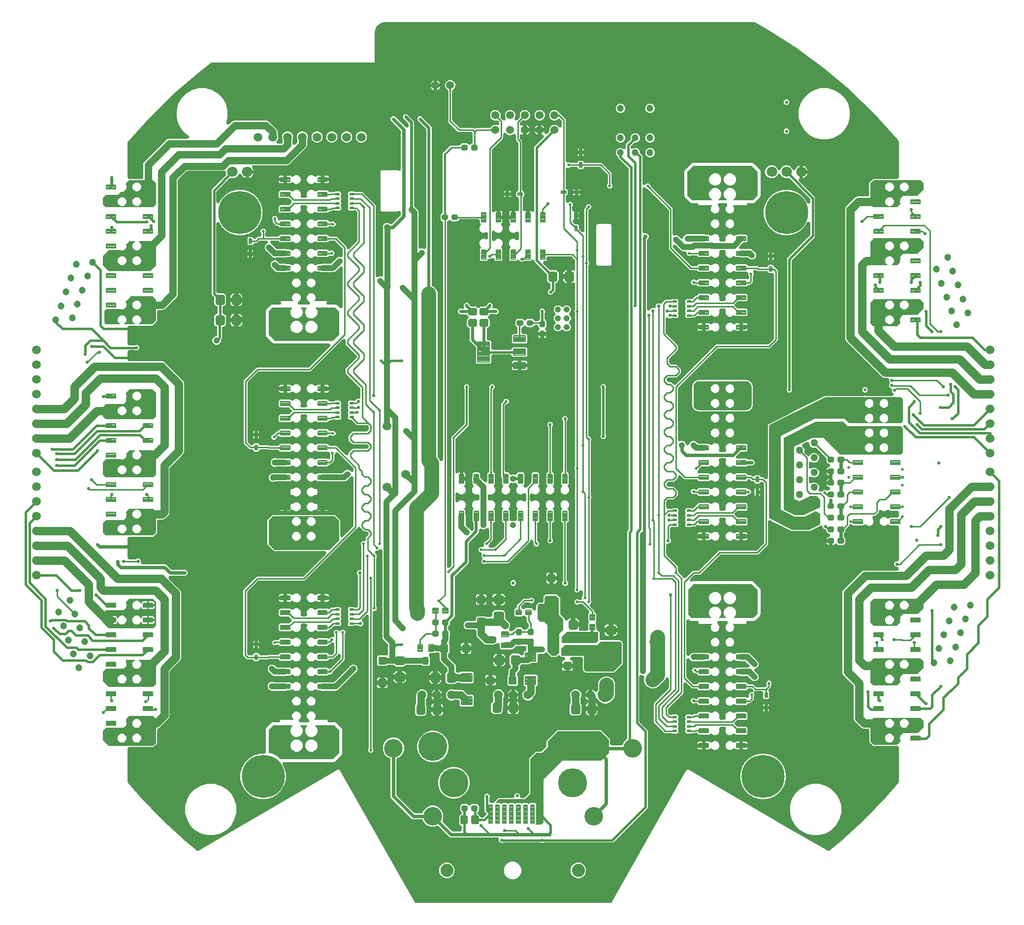
<source format=gbr>
G04 EAGLE Gerber RS-274X export*
G75*
%MOMM*%
%FSLAX34Y34*%
%LPD*%
%INBottom Copper*%
%IPPOS*%
%AMOC8*
5,1,8,0,0,1.08239X$1,22.5*%
G01*
%ADD10C,0.500000*%
%ADD11C,0.198000*%
%ADD12C,1.371600*%
%ADD13C,0.800000*%
%ADD14C,1.500000*%
%ADD15C,0.196000*%
%ADD16C,0.208000*%
%ADD17C,0.200000*%
%ADD18C,5.000000*%
%ADD19C,3.200000*%
%ADD20C,2.250000*%
%ADD21C,1.200000*%
%ADD22C,1.800000*%
%ADD23C,7.400000*%
%ADD24C,0.650000*%
%ADD25C,0.195072*%
%ADD26C,1.275000*%
%ADD27C,0.508000*%
%ADD28C,1.050000*%
%ADD29C,0.500000*%
%ADD30C,1.270000*%
%ADD31C,0.550000*%
%ADD32C,0.406400*%
%ADD33C,0.609600*%
%ADD34C,0.254000*%
%ADD35C,1.016000*%
%ADD36C,0.304800*%
%ADD37C,2.540000*%
%ADD38C,0.750000*%
%ADD39C,1.410000*%

G36*
X167088Y-757997D02*
X167088Y-757997D01*
X167121Y-757999D01*
X167333Y-757977D01*
X167546Y-757959D01*
X167579Y-757951D01*
X167612Y-757948D01*
X167818Y-757892D01*
X168025Y-757841D01*
X168056Y-757827D01*
X168088Y-757819D01*
X168282Y-757730D01*
X168479Y-757646D01*
X168507Y-757628D01*
X168537Y-757615D01*
X168715Y-757495D01*
X168895Y-757381D01*
X168919Y-757359D01*
X168947Y-757341D01*
X169104Y-757194D01*
X169263Y-757052D01*
X169283Y-757027D01*
X169308Y-757004D01*
X169359Y-756933D01*
X169572Y-756668D01*
X169654Y-756526D01*
X169707Y-756451D01*
X297254Y-530791D01*
X297291Y-530712D01*
X297337Y-530636D01*
X297395Y-530488D01*
X297406Y-530463D01*
X298253Y-529024D01*
X298267Y-528996D01*
X298279Y-528978D01*
X298676Y-528276D01*
X299456Y-528074D01*
X299485Y-528064D01*
X299507Y-528061D01*
X300283Y-527845D01*
X300976Y-528253D01*
X301004Y-528266D01*
X301022Y-528279D01*
X302444Y-529083D01*
X302469Y-529106D01*
X302689Y-529247D01*
X302773Y-529310D01*
X470988Y-628260D01*
X471008Y-628270D01*
X471021Y-628279D01*
X539829Y-667598D01*
X540012Y-667684D01*
X540192Y-667775D01*
X540235Y-667788D01*
X540275Y-667807D01*
X540470Y-667862D01*
X540663Y-667923D01*
X540699Y-667927D01*
X540750Y-667942D01*
X541240Y-667998D01*
X541300Y-667995D01*
X541341Y-667999D01*
X543168Y-667999D01*
X543393Y-667981D01*
X543618Y-667966D01*
X543639Y-667961D01*
X543660Y-667959D01*
X543878Y-667905D01*
X544098Y-667854D01*
X544118Y-667846D01*
X544139Y-667841D01*
X544345Y-667752D01*
X544554Y-667666D01*
X544569Y-667656D01*
X544592Y-667646D01*
X545008Y-667381D01*
X545075Y-667322D01*
X545123Y-667290D01*
X564363Y-651199D01*
X564365Y-651197D01*
X564367Y-651196D01*
X564426Y-651137D01*
X564470Y-651105D01*
X603978Y-614787D01*
X604059Y-614700D01*
X604115Y-614653D01*
X641278Y-575939D01*
X641353Y-575848D01*
X641406Y-575798D01*
X662326Y-551087D01*
X662462Y-550897D01*
X662600Y-550707D01*
X662606Y-550696D01*
X662613Y-550686D01*
X662717Y-550476D01*
X662823Y-550266D01*
X662826Y-550254D01*
X662832Y-550243D01*
X662900Y-550021D01*
X662971Y-549796D01*
X662972Y-549785D01*
X662976Y-549772D01*
X663043Y-549283D01*
X663040Y-549182D01*
X663047Y-549118D01*
X663047Y-490830D01*
X663041Y-490754D01*
X663043Y-490678D01*
X663021Y-490509D01*
X663007Y-490338D01*
X662989Y-490264D01*
X662979Y-490189D01*
X662930Y-490025D01*
X662889Y-489859D01*
X662859Y-489790D01*
X662837Y-489716D01*
X662761Y-489563D01*
X662694Y-489406D01*
X662653Y-489342D01*
X662620Y-489273D01*
X662521Y-489134D01*
X662429Y-488990D01*
X662378Y-488933D01*
X662334Y-488871D01*
X662214Y-488750D01*
X662100Y-488622D01*
X662041Y-488574D01*
X661987Y-488520D01*
X661849Y-488419D01*
X661716Y-488312D01*
X661650Y-488275D01*
X661589Y-488230D01*
X661436Y-488153D01*
X661288Y-488068D01*
X661216Y-488042D01*
X661148Y-488007D01*
X660985Y-487956D01*
X660825Y-487897D01*
X660750Y-487882D01*
X660678Y-487859D01*
X660573Y-487847D01*
X660341Y-487802D01*
X660105Y-487795D01*
X660000Y-487783D01*
X618847Y-487783D01*
X612217Y-481153D01*
X612217Y-461030D01*
X612211Y-460954D01*
X612213Y-460878D01*
X612191Y-460709D01*
X612177Y-460538D01*
X612159Y-460464D01*
X612149Y-460389D01*
X612100Y-460225D01*
X612059Y-460059D01*
X612029Y-459990D01*
X612007Y-459916D01*
X611931Y-459763D01*
X611864Y-459606D01*
X611823Y-459542D01*
X611790Y-459473D01*
X611691Y-459334D01*
X611599Y-459190D01*
X611548Y-459133D01*
X611504Y-459071D01*
X611384Y-458950D01*
X611270Y-458822D01*
X611211Y-458774D01*
X611157Y-458720D01*
X611019Y-458619D01*
X610886Y-458512D01*
X610820Y-458475D01*
X610759Y-458430D01*
X610606Y-458353D01*
X610458Y-458268D01*
X610386Y-458242D01*
X610318Y-458207D01*
X610155Y-458156D01*
X609995Y-458097D01*
X609920Y-458082D01*
X609848Y-458059D01*
X609743Y-458047D01*
X609511Y-458002D01*
X609275Y-457995D01*
X609170Y-457983D01*
X602093Y-457983D01*
X598755Y-456600D01*
X587300Y-445145D01*
X585917Y-441807D01*
X585917Y-385024D01*
X585908Y-384911D01*
X585909Y-384796D01*
X585888Y-384665D01*
X585877Y-384533D01*
X585850Y-384422D01*
X585832Y-384309D01*
X585791Y-384183D01*
X585759Y-384054D01*
X585714Y-383949D01*
X585678Y-383840D01*
X585616Y-383722D01*
X585564Y-383600D01*
X585503Y-383504D01*
X585450Y-383403D01*
X585391Y-383329D01*
X585299Y-383184D01*
X585083Y-382942D01*
X585025Y-382870D01*
X567300Y-365145D01*
X565917Y-361807D01*
X565917Y-223193D01*
X567300Y-219855D01*
X599855Y-187300D01*
X603193Y-185917D01*
X660000Y-185917D01*
X660076Y-185911D01*
X660152Y-185913D01*
X660321Y-185891D01*
X660492Y-185877D01*
X660566Y-185859D01*
X660641Y-185849D01*
X660805Y-185800D01*
X660971Y-185759D01*
X661040Y-185729D01*
X661114Y-185707D01*
X661267Y-185631D01*
X661424Y-185564D01*
X661488Y-185523D01*
X661557Y-185490D01*
X661696Y-185391D01*
X661840Y-185299D01*
X661897Y-185248D01*
X661959Y-185204D01*
X662080Y-185084D01*
X662208Y-184970D01*
X662256Y-184911D01*
X662310Y-184857D01*
X662411Y-184719D01*
X662518Y-184586D01*
X662555Y-184520D01*
X662600Y-184459D01*
X662677Y-184306D01*
X662762Y-184158D01*
X662788Y-184086D01*
X662823Y-184018D01*
X662874Y-183855D01*
X662933Y-183695D01*
X662948Y-183620D01*
X662971Y-183548D01*
X662983Y-183443D01*
X663028Y-183211D01*
X663035Y-182975D01*
X663047Y-182870D01*
X663047Y-182830D01*
X663042Y-182765D01*
X663043Y-182718D01*
X663042Y-182710D01*
X663043Y-182678D01*
X663021Y-182509D01*
X663007Y-182338D01*
X662989Y-182264D01*
X662979Y-182189D01*
X662930Y-182025D01*
X662889Y-181859D01*
X662859Y-181790D01*
X662837Y-181716D01*
X662761Y-181563D01*
X662694Y-181406D01*
X662653Y-181342D01*
X662620Y-181273D01*
X662521Y-181134D01*
X662429Y-180990D01*
X662378Y-180933D01*
X662334Y-180871D01*
X662214Y-180750D01*
X662100Y-180622D01*
X662041Y-180574D01*
X661987Y-180520D01*
X661849Y-180419D01*
X661716Y-180312D01*
X661650Y-180275D01*
X661589Y-180230D01*
X661436Y-180153D01*
X661288Y-180068D01*
X661216Y-180042D01*
X661148Y-180007D01*
X660985Y-179956D01*
X660825Y-179897D01*
X660750Y-179882D01*
X660678Y-179859D01*
X660573Y-179847D01*
X660341Y-179802D01*
X660105Y-179795D01*
X660000Y-179783D01*
X659049Y-179783D01*
X657291Y-179055D01*
X655945Y-177709D01*
X655217Y-175951D01*
X655217Y-174049D01*
X655945Y-172291D01*
X657291Y-170945D01*
X659049Y-170217D01*
X660000Y-170217D01*
X660076Y-170211D01*
X660152Y-170213D01*
X660321Y-170191D01*
X660492Y-170177D01*
X660566Y-170159D01*
X660641Y-170149D01*
X660805Y-170100D01*
X660971Y-170059D01*
X661040Y-170029D01*
X661114Y-170007D01*
X661267Y-169931D01*
X661424Y-169864D01*
X661488Y-169823D01*
X661557Y-169790D01*
X661696Y-169691D01*
X661840Y-169599D01*
X661897Y-169548D01*
X661959Y-169504D01*
X662080Y-169384D01*
X662208Y-169270D01*
X662256Y-169211D01*
X662310Y-169157D01*
X662411Y-169019D01*
X662518Y-168886D01*
X662555Y-168820D01*
X662600Y-168759D01*
X662677Y-168606D01*
X662762Y-168458D01*
X662788Y-168386D01*
X662823Y-168318D01*
X662874Y-168155D01*
X662933Y-167995D01*
X662948Y-167920D01*
X662971Y-167848D01*
X662983Y-167743D01*
X663028Y-167511D01*
X663035Y-167275D01*
X663047Y-167170D01*
X663047Y-111180D01*
X663041Y-111104D01*
X663043Y-111028D01*
X663021Y-110859D01*
X663007Y-110688D01*
X662989Y-110614D01*
X662979Y-110539D01*
X662930Y-110375D01*
X662889Y-110209D01*
X662859Y-110140D01*
X662837Y-110066D01*
X662761Y-109913D01*
X662694Y-109756D01*
X662653Y-109692D01*
X662620Y-109623D01*
X662521Y-109484D01*
X662429Y-109340D01*
X662378Y-109283D01*
X662334Y-109221D01*
X662214Y-109100D01*
X662100Y-108972D01*
X662041Y-108924D01*
X661987Y-108870D01*
X661849Y-108769D01*
X661716Y-108662D01*
X661650Y-108625D01*
X661589Y-108580D01*
X661436Y-108503D01*
X661288Y-108418D01*
X661216Y-108392D01*
X661148Y-108357D01*
X660985Y-108306D01*
X660825Y-108247D01*
X660750Y-108232D01*
X660678Y-108209D01*
X660573Y-108197D01*
X660341Y-108152D01*
X660105Y-108145D01*
X660000Y-108133D01*
X648389Y-108133D01*
X647278Y-107673D01*
X646911Y-107306D01*
X646853Y-107257D01*
X646801Y-107201D01*
X646665Y-107097D01*
X646535Y-106986D01*
X646470Y-106947D01*
X646409Y-106901D01*
X646259Y-106820D01*
X646113Y-106732D01*
X646042Y-106704D01*
X645975Y-106668D01*
X645813Y-106612D01*
X645655Y-106549D01*
X645580Y-106532D01*
X645508Y-106508D01*
X645340Y-106479D01*
X645173Y-106442D01*
X645097Y-106438D01*
X645022Y-106425D01*
X644851Y-106424D01*
X644680Y-106414D01*
X644605Y-106422D01*
X644528Y-106422D01*
X644359Y-106449D01*
X644190Y-106467D01*
X644116Y-106487D01*
X644041Y-106499D01*
X643879Y-106552D01*
X643714Y-106597D01*
X643645Y-106629D01*
X643572Y-106653D01*
X643421Y-106732D01*
X643266Y-106803D01*
X643202Y-106846D01*
X643135Y-106881D01*
X643053Y-106946D01*
X642856Y-107078D01*
X642684Y-107240D01*
X642602Y-107306D01*
X641949Y-107959D01*
X639192Y-109101D01*
X636208Y-109101D01*
X633451Y-107959D01*
X631341Y-105849D01*
X630199Y-103092D01*
X630199Y-100108D01*
X631341Y-97351D01*
X633451Y-95241D01*
X636208Y-94099D01*
X639192Y-94099D01*
X641949Y-95241D01*
X642602Y-95894D01*
X642660Y-95943D01*
X642712Y-95999D01*
X642847Y-96103D01*
X642978Y-96213D01*
X643043Y-96253D01*
X643103Y-96299D01*
X643254Y-96380D01*
X643400Y-96468D01*
X643471Y-96496D01*
X643538Y-96532D01*
X643700Y-96588D01*
X643858Y-96651D01*
X643933Y-96668D01*
X644005Y-96692D01*
X644173Y-96721D01*
X644340Y-96758D01*
X644416Y-96762D01*
X644491Y-96775D01*
X644662Y-96776D01*
X644832Y-96786D01*
X644908Y-96778D01*
X644984Y-96778D01*
X645153Y-96752D01*
X645323Y-96733D01*
X645397Y-96713D01*
X645472Y-96701D01*
X645634Y-96648D01*
X645799Y-96603D01*
X645868Y-96571D01*
X645940Y-96547D01*
X646092Y-96468D01*
X646247Y-96397D01*
X646310Y-96355D01*
X646378Y-96319D01*
X646460Y-96254D01*
X646656Y-96122D01*
X646829Y-95960D01*
X646911Y-95894D01*
X647278Y-95527D01*
X648389Y-95067D01*
X660000Y-95067D01*
X660076Y-95061D01*
X660152Y-95063D01*
X660321Y-95041D01*
X660492Y-95027D01*
X660566Y-95009D01*
X660641Y-94999D01*
X660805Y-94950D01*
X660971Y-94909D01*
X661040Y-94879D01*
X661114Y-94857D01*
X661267Y-94781D01*
X661424Y-94714D01*
X661488Y-94673D01*
X661557Y-94640D01*
X661696Y-94541D01*
X661840Y-94449D01*
X661897Y-94398D01*
X661959Y-94354D01*
X662080Y-94234D01*
X662208Y-94120D01*
X662256Y-94061D01*
X662310Y-94007D01*
X662411Y-93869D01*
X662518Y-93736D01*
X662555Y-93670D01*
X662600Y-93609D01*
X662677Y-93456D01*
X662762Y-93308D01*
X662788Y-93236D01*
X662823Y-93168D01*
X662874Y-93005D01*
X662933Y-92845D01*
X662948Y-92770D01*
X662971Y-92698D01*
X662983Y-92593D01*
X663028Y-92361D01*
X663035Y-92125D01*
X663047Y-92020D01*
X663047Y-85780D01*
X663041Y-85704D01*
X663043Y-85628D01*
X663021Y-85459D01*
X663007Y-85288D01*
X662989Y-85214D01*
X662979Y-85139D01*
X662930Y-84975D01*
X662889Y-84809D01*
X662859Y-84740D01*
X662837Y-84666D01*
X662762Y-84513D01*
X662694Y-84356D01*
X662653Y-84292D01*
X662620Y-84223D01*
X662521Y-84084D01*
X662429Y-83940D01*
X662378Y-83883D01*
X662334Y-83821D01*
X662214Y-83700D01*
X662100Y-83572D01*
X662041Y-83524D01*
X661987Y-83470D01*
X661849Y-83369D01*
X661716Y-83262D01*
X661650Y-83225D01*
X661589Y-83180D01*
X661436Y-83103D01*
X661288Y-83018D01*
X661216Y-82992D01*
X661148Y-82957D01*
X660985Y-82906D01*
X660825Y-82847D01*
X660750Y-82832D01*
X660678Y-82809D01*
X660573Y-82797D01*
X660341Y-82752D01*
X660105Y-82745D01*
X660000Y-82733D01*
X648389Y-82733D01*
X647278Y-82273D01*
X646911Y-81906D01*
X646853Y-81857D01*
X646801Y-81801D01*
X646665Y-81697D01*
X646535Y-81586D01*
X646470Y-81547D01*
X646409Y-81501D01*
X646259Y-81420D01*
X646113Y-81332D01*
X646042Y-81304D01*
X645975Y-81268D01*
X645813Y-81212D01*
X645655Y-81149D01*
X645580Y-81132D01*
X645508Y-81108D01*
X645340Y-81079D01*
X645173Y-81042D01*
X645097Y-81038D01*
X645022Y-81025D01*
X644851Y-81024D01*
X644680Y-81014D01*
X644605Y-81022D01*
X644528Y-81022D01*
X644359Y-81049D01*
X644190Y-81067D01*
X644116Y-81087D01*
X644041Y-81099D01*
X643879Y-81152D01*
X643714Y-81197D01*
X643645Y-81229D01*
X643572Y-81253D01*
X643421Y-81332D01*
X643266Y-81403D01*
X643202Y-81446D01*
X643135Y-81481D01*
X643053Y-81546D01*
X642856Y-81678D01*
X642684Y-81840D01*
X642602Y-81906D01*
X641949Y-82559D01*
X639192Y-83701D01*
X636208Y-83701D01*
X633448Y-82558D01*
X633288Y-82428D01*
X633129Y-82293D01*
X633096Y-82273D01*
X633066Y-82249D01*
X632886Y-82146D01*
X632706Y-82038D01*
X632671Y-82024D01*
X632638Y-82005D01*
X632442Y-81933D01*
X632248Y-81855D01*
X632211Y-81847D01*
X632175Y-81834D01*
X631970Y-81794D01*
X631767Y-81748D01*
X631728Y-81746D01*
X631691Y-81739D01*
X631483Y-81732D01*
X631274Y-81721D01*
X631236Y-81725D01*
X631198Y-81724D01*
X630991Y-81751D01*
X630783Y-81773D01*
X630747Y-81783D01*
X630709Y-81788D01*
X630509Y-81848D01*
X630308Y-81904D01*
X630273Y-81919D01*
X630236Y-81931D01*
X630049Y-82022D01*
X629859Y-82109D01*
X629828Y-82131D01*
X629793Y-82147D01*
X629623Y-82268D01*
X629450Y-82385D01*
X629422Y-82411D01*
X629391Y-82433D01*
X629243Y-82580D01*
X629090Y-82722D01*
X629067Y-82753D01*
X629040Y-82780D01*
X628917Y-82948D01*
X628790Y-83114D01*
X628772Y-83147D01*
X628750Y-83178D01*
X628656Y-83365D01*
X628557Y-83549D01*
X628545Y-83585D01*
X628527Y-83619D01*
X628465Y-83818D01*
X628397Y-84015D01*
X628391Y-84053D01*
X628379Y-84089D01*
X628369Y-84182D01*
X628314Y-84502D01*
X628313Y-84674D01*
X628303Y-84767D01*
X628303Y-85657D01*
X627800Y-86871D01*
X626442Y-88228D01*
X626442Y-88229D01*
X624729Y-89942D01*
X624728Y-89943D01*
X623371Y-91300D01*
X622157Y-91803D01*
X620467Y-91803D01*
X620429Y-91806D01*
X620391Y-91804D01*
X620183Y-91826D01*
X619975Y-91843D01*
X619938Y-91852D01*
X619900Y-91856D01*
X619699Y-91911D01*
X619497Y-91961D01*
X619461Y-91976D01*
X619425Y-91987D01*
X619235Y-92074D01*
X619043Y-92156D01*
X619011Y-92176D01*
X618976Y-92192D01*
X618802Y-92309D01*
X618627Y-92421D01*
X618599Y-92446D01*
X618567Y-92468D01*
X618415Y-92611D01*
X618259Y-92750D01*
X618235Y-92779D01*
X618207Y-92806D01*
X618080Y-92971D01*
X617949Y-93134D01*
X617930Y-93167D01*
X617907Y-93197D01*
X617808Y-93381D01*
X617705Y-93562D01*
X617692Y-93598D01*
X617674Y-93632D01*
X617606Y-93829D01*
X617534Y-94025D01*
X617526Y-94062D01*
X617514Y-94098D01*
X617479Y-94305D01*
X617439Y-94509D01*
X617438Y-94547D01*
X617431Y-94585D01*
X617430Y-94794D01*
X617424Y-95002D01*
X617429Y-95040D01*
X617428Y-95078D01*
X617461Y-95284D01*
X617488Y-95491D01*
X617499Y-95528D01*
X617505Y-95565D01*
X617570Y-95763D01*
X617631Y-95963D01*
X617647Y-95998D01*
X617659Y-96034D01*
X617756Y-96219D01*
X617847Y-96407D01*
X617869Y-96438D01*
X617887Y-96472D01*
X617945Y-96545D01*
X618133Y-96809D01*
X618254Y-96931D01*
X618312Y-97005D01*
X618659Y-97351D01*
X619801Y-100108D01*
X619801Y-103092D01*
X618659Y-105849D01*
X616549Y-107959D01*
X613792Y-109101D01*
X610808Y-109101D01*
X608051Y-107959D01*
X607398Y-107306D01*
X607340Y-107257D01*
X607288Y-107201D01*
X607153Y-107097D01*
X607022Y-106987D01*
X606957Y-106947D01*
X606897Y-106901D01*
X606746Y-106820D01*
X606600Y-106732D01*
X606529Y-106704D01*
X606462Y-106668D01*
X606300Y-106612D01*
X606142Y-106549D01*
X606067Y-106532D01*
X605995Y-106508D01*
X605827Y-106479D01*
X605660Y-106442D01*
X605584Y-106438D01*
X605509Y-106425D01*
X605338Y-106424D01*
X605168Y-106414D01*
X605092Y-106422D01*
X605016Y-106422D01*
X604847Y-106448D01*
X604677Y-106467D01*
X604603Y-106487D01*
X604528Y-106499D01*
X604366Y-106552D01*
X604201Y-106597D01*
X604132Y-106629D01*
X604060Y-106653D01*
X603908Y-106732D01*
X603753Y-106803D01*
X603690Y-106845D01*
X603622Y-106881D01*
X603540Y-106946D01*
X603344Y-107078D01*
X603171Y-107240D01*
X603089Y-107306D01*
X602722Y-107673D01*
X601611Y-108133D01*
X584389Y-108133D01*
X583278Y-107673D01*
X582627Y-107021D01*
X582489Y-106905D01*
X582357Y-106782D01*
X582301Y-106745D01*
X582251Y-106702D01*
X582096Y-106609D01*
X581946Y-106509D01*
X581885Y-106482D01*
X581828Y-106447D01*
X581660Y-106380D01*
X581496Y-106306D01*
X581432Y-106289D01*
X581370Y-106264D01*
X581194Y-106225D01*
X581019Y-106178D01*
X580953Y-106172D01*
X580888Y-106157D01*
X580708Y-106147D01*
X580528Y-106129D01*
X580462Y-106134D01*
X580396Y-106130D01*
X580216Y-106149D01*
X580036Y-106160D01*
X579971Y-106175D01*
X579905Y-106182D01*
X579731Y-106230D01*
X579555Y-106270D01*
X579494Y-106295D01*
X579429Y-106313D01*
X579265Y-106388D01*
X579098Y-106456D01*
X579042Y-106491D01*
X578981Y-106518D01*
X578831Y-106619D01*
X578677Y-106713D01*
X578627Y-106757D01*
X578572Y-106794D01*
X578440Y-106917D01*
X578303Y-107035D01*
X578261Y-107086D01*
X578212Y-107132D01*
X578102Y-107275D01*
X577986Y-107413D01*
X577961Y-107459D01*
X577912Y-107523D01*
X577679Y-107958D01*
X577668Y-107989D01*
X577656Y-108010D01*
X577300Y-108871D01*
X575942Y-110228D01*
X575942Y-110229D01*
X571925Y-114246D01*
X571851Y-114332D01*
X571770Y-114413D01*
X571692Y-114520D01*
X571606Y-114621D01*
X571547Y-114719D01*
X571480Y-114812D01*
X571420Y-114930D01*
X571351Y-115044D01*
X571309Y-115150D01*
X571257Y-115252D01*
X571217Y-115379D01*
X571168Y-115502D01*
X571143Y-115613D01*
X571109Y-115722D01*
X571099Y-115816D01*
X571061Y-115984D01*
X571043Y-116308D01*
X571033Y-116400D01*
X571033Y-118402D01*
X570343Y-120068D01*
X569473Y-120937D01*
X569399Y-121024D01*
X569318Y-121104D01*
X569240Y-121212D01*
X569154Y-121313D01*
X569095Y-121411D01*
X569028Y-121503D01*
X568968Y-121621D01*
X568899Y-121736D01*
X568857Y-121842D01*
X568805Y-121944D01*
X568765Y-122070D01*
X568716Y-122194D01*
X568691Y-122305D01*
X568657Y-122414D01*
X568647Y-122508D01*
X568609Y-122675D01*
X568591Y-123000D01*
X568581Y-123092D01*
X568581Y-126908D01*
X568590Y-127022D01*
X568589Y-127136D01*
X568610Y-127268D01*
X568621Y-127400D01*
X568648Y-127511D01*
X568666Y-127624D01*
X568707Y-127750D01*
X568739Y-127879D01*
X568784Y-127984D01*
X568820Y-128092D01*
X568881Y-128210D01*
X568934Y-128332D01*
X568995Y-128429D01*
X569048Y-128530D01*
X569107Y-128603D01*
X569199Y-128748D01*
X569415Y-128990D01*
X569473Y-129063D01*
X570343Y-129932D01*
X571033Y-131598D01*
X571033Y-138402D01*
X570343Y-140068D01*
X569068Y-141343D01*
X567402Y-142033D01*
X559598Y-142033D01*
X557932Y-141343D01*
X557132Y-140542D01*
X557074Y-140493D01*
X557022Y-140437D01*
X556886Y-140334D01*
X556756Y-140223D01*
X556691Y-140184D01*
X556630Y-140137D01*
X556480Y-140056D01*
X556334Y-139968D01*
X556263Y-139940D01*
X556196Y-139904D01*
X556034Y-139849D01*
X555876Y-139785D01*
X555801Y-139769D01*
X555729Y-139744D01*
X555561Y-139715D01*
X555394Y-139678D01*
X555318Y-139674D01*
X555243Y-139661D01*
X555072Y-139660D01*
X554901Y-139651D01*
X554825Y-139659D01*
X554749Y-139658D01*
X554581Y-139685D01*
X554411Y-139703D01*
X554337Y-139723D01*
X554262Y-139735D01*
X554100Y-139788D01*
X553935Y-139834D01*
X553866Y-139865D01*
X553793Y-139889D01*
X553642Y-139968D01*
X553487Y-140039D01*
X553423Y-140082D01*
X553356Y-140117D01*
X553273Y-140183D01*
X553077Y-140315D01*
X552905Y-140477D01*
X552823Y-140542D01*
X552369Y-140996D01*
X551632Y-141488D01*
X550813Y-141828D01*
X549943Y-142001D01*
X549547Y-142001D01*
X549547Y-135000D01*
X549541Y-134924D01*
X549544Y-134848D01*
X549521Y-134679D01*
X549507Y-134509D01*
X549489Y-134435D01*
X549479Y-134359D01*
X549430Y-134195D01*
X549389Y-134030D01*
X549359Y-133960D01*
X549337Y-133887D01*
X549262Y-133733D01*
X549194Y-133576D01*
X549153Y-133512D01*
X549120Y-133444D01*
X549021Y-133304D01*
X548929Y-133160D01*
X548878Y-133104D01*
X548834Y-133041D01*
X548714Y-132920D01*
X548600Y-132792D01*
X548541Y-132744D01*
X548487Y-132690D01*
X548349Y-132589D01*
X548216Y-132482D01*
X548150Y-132444D01*
X548088Y-132399D01*
X547936Y-132323D01*
X547787Y-132238D01*
X547716Y-132211D01*
X547648Y-132177D01*
X547485Y-132126D01*
X547325Y-132066D01*
X547250Y-132052D01*
X547177Y-132029D01*
X547073Y-132017D01*
X546841Y-131972D01*
X546605Y-131964D01*
X546500Y-131953D01*
X539020Y-131953D01*
X539172Y-131187D01*
X539512Y-130368D01*
X540004Y-129631D01*
X540631Y-129004D01*
X541368Y-128512D01*
X542187Y-128172D01*
X542708Y-128069D01*
X542895Y-128015D01*
X543084Y-127969D01*
X543132Y-127948D01*
X543182Y-127934D01*
X543359Y-127851D01*
X543537Y-127774D01*
X543581Y-127746D01*
X543629Y-127724D01*
X543789Y-127614D01*
X543953Y-127509D01*
X543992Y-127474D01*
X544035Y-127445D01*
X544176Y-127310D01*
X544321Y-127180D01*
X544354Y-127140D01*
X544392Y-127103D01*
X544509Y-126948D01*
X544631Y-126796D01*
X544657Y-126751D01*
X544688Y-126709D01*
X544779Y-126537D01*
X544875Y-126368D01*
X544893Y-126319D01*
X544918Y-126272D01*
X544979Y-126087D01*
X545047Y-125905D01*
X545057Y-125854D01*
X545073Y-125804D01*
X545104Y-125612D01*
X545141Y-125421D01*
X545143Y-125369D01*
X545151Y-125317D01*
X545151Y-125122D01*
X545157Y-124928D01*
X545150Y-124876D01*
X545150Y-124824D01*
X545118Y-124631D01*
X545092Y-124439D01*
X545077Y-124389D01*
X545069Y-124337D01*
X545006Y-124153D01*
X544950Y-123966D01*
X544927Y-123920D01*
X544910Y-123870D01*
X544819Y-123698D01*
X544733Y-123523D01*
X544703Y-123481D01*
X544678Y-123435D01*
X544560Y-123280D01*
X544448Y-123121D01*
X544411Y-123084D01*
X544379Y-123042D01*
X544238Y-122909D01*
X544101Y-122770D01*
X544059Y-122739D01*
X544021Y-122703D01*
X543859Y-122594D01*
X543702Y-122480D01*
X543655Y-122456D01*
X543612Y-122427D01*
X543435Y-122345D01*
X543262Y-122257D01*
X543212Y-122242D01*
X543164Y-122220D01*
X542977Y-122168D01*
X542791Y-122109D01*
X542779Y-122108D01*
X540932Y-121343D01*
X539657Y-120068D01*
X538967Y-118402D01*
X538967Y-117900D01*
X538958Y-117787D01*
X538959Y-117672D01*
X538938Y-117541D01*
X538927Y-117409D01*
X538900Y-117298D01*
X538882Y-117185D01*
X538841Y-117059D01*
X538809Y-116930D01*
X538764Y-116825D01*
X538728Y-116716D01*
X538666Y-116598D01*
X538614Y-116476D01*
X538553Y-116380D01*
X538500Y-116279D01*
X538441Y-116205D01*
X538349Y-116060D01*
X538199Y-115893D01*
X538184Y-115871D01*
X538142Y-115829D01*
X538133Y-115818D01*
X538075Y-115746D01*
X538004Y-115675D01*
X537918Y-115601D01*
X537837Y-115520D01*
X537730Y-115442D01*
X537629Y-115356D01*
X537531Y-115297D01*
X537438Y-115230D01*
X537320Y-115170D01*
X537206Y-115101D01*
X537100Y-115059D01*
X536998Y-115007D01*
X536871Y-114967D01*
X536748Y-114918D01*
X536637Y-114893D01*
X536527Y-114859D01*
X536434Y-114849D01*
X536266Y-114811D01*
X536094Y-114802D01*
X534291Y-114055D01*
X532945Y-112709D01*
X531998Y-110422D01*
X531914Y-110259D01*
X531837Y-110091D01*
X531802Y-110039D01*
X531773Y-109983D01*
X531664Y-109835D01*
X531561Y-109682D01*
X531517Y-109637D01*
X531480Y-109586D01*
X531348Y-109458D01*
X531222Y-109324D01*
X531172Y-109286D01*
X531127Y-109242D01*
X530976Y-109136D01*
X530830Y-109024D01*
X530774Y-108995D01*
X530723Y-108959D01*
X530557Y-108879D01*
X530394Y-108792D01*
X530335Y-108772D01*
X530278Y-108745D01*
X530101Y-108693D01*
X529927Y-108633D01*
X529865Y-108623D01*
X529805Y-108605D01*
X529623Y-108582D01*
X529441Y-108552D01*
X529378Y-108552D01*
X529316Y-108544D01*
X529132Y-108551D01*
X528947Y-108550D01*
X528885Y-108560D01*
X528823Y-108562D01*
X528643Y-108599D01*
X528460Y-108628D01*
X528413Y-108645D01*
X528339Y-108660D01*
X527878Y-108835D01*
X527845Y-108854D01*
X527820Y-108863D01*
X510646Y-117449D01*
X510520Y-117526D01*
X510388Y-117595D01*
X510329Y-117642D01*
X510224Y-117705D01*
X509868Y-118010D01*
X509854Y-118020D01*
X509810Y-118064D01*
X509708Y-118073D01*
X509593Y-118101D01*
X509477Y-118120D01*
X509390Y-118151D01*
X509229Y-118191D01*
X509193Y-118207D01*
X509139Y-118189D01*
X508995Y-118154D01*
X508853Y-118109D01*
X508779Y-118101D01*
X508660Y-118071D01*
X508193Y-118035D01*
X508176Y-118033D01*
X480824Y-118033D01*
X480676Y-118045D01*
X480528Y-118047D01*
X480455Y-118063D01*
X480333Y-118073D01*
X479878Y-118185D01*
X479861Y-118189D01*
X479802Y-118209D01*
X479706Y-118170D01*
X479591Y-118145D01*
X479479Y-118109D01*
X479387Y-118099D01*
X479224Y-118062D01*
X479185Y-118060D01*
X479146Y-118020D01*
X479032Y-117924D01*
X478926Y-117821D01*
X478863Y-117780D01*
X478770Y-117701D01*
X478368Y-117459D01*
X478354Y-117449D01*
X478347Y-117446D01*
X442713Y-99629D01*
X442674Y-99613D01*
X442638Y-99593D01*
X442445Y-99521D01*
X442255Y-99445D01*
X442214Y-99436D01*
X442175Y-99421D01*
X441974Y-99382D01*
X441774Y-99337D01*
X441732Y-99334D01*
X441691Y-99326D01*
X441487Y-99320D01*
X441281Y-99308D01*
X441240Y-99312D01*
X441198Y-99311D01*
X440994Y-99338D01*
X440791Y-99359D01*
X440750Y-99370D01*
X440709Y-99376D01*
X440512Y-99435D01*
X440314Y-99489D01*
X440277Y-99506D01*
X440236Y-99518D01*
X440052Y-99608D01*
X439866Y-99693D01*
X439831Y-99717D01*
X439793Y-99735D01*
X439626Y-99853D01*
X439456Y-99968D01*
X439425Y-99996D01*
X439391Y-100020D01*
X439245Y-100165D01*
X439095Y-100305D01*
X439070Y-100338D01*
X439040Y-100367D01*
X438919Y-100533D01*
X438794Y-100695D01*
X438774Y-100732D01*
X438750Y-100766D01*
X438657Y-100949D01*
X438560Y-101130D01*
X438546Y-101169D01*
X438527Y-101206D01*
X438466Y-101402D01*
X438399Y-101596D01*
X438392Y-101637D01*
X438379Y-101677D01*
X438368Y-101772D01*
X438315Y-102082D01*
X438313Y-102260D01*
X438303Y-102355D01*
X438303Y-140657D01*
X437800Y-141871D01*
X421871Y-157800D01*
X420657Y-158303D01*
X357630Y-158303D01*
X357517Y-158312D01*
X357402Y-158311D01*
X357271Y-158332D01*
X357139Y-158343D01*
X357028Y-158370D01*
X356915Y-158388D01*
X356789Y-158429D01*
X356660Y-158461D01*
X356555Y-158506D01*
X356446Y-158542D01*
X356328Y-158604D01*
X356206Y-158656D01*
X356110Y-158717D01*
X356009Y-158770D01*
X355935Y-158829D01*
X355790Y-158921D01*
X355548Y-159137D01*
X355476Y-159195D01*
X321871Y-192800D01*
X320657Y-193303D01*
X312630Y-193303D01*
X312517Y-193312D01*
X312402Y-193311D01*
X312271Y-193332D01*
X312139Y-193343D01*
X312028Y-193370D01*
X311915Y-193388D01*
X311789Y-193429D01*
X311660Y-193461D01*
X311555Y-193506D01*
X311446Y-193542D01*
X311328Y-193604D01*
X311206Y-193656D01*
X311110Y-193717D01*
X311009Y-193770D01*
X310935Y-193829D01*
X310790Y-193921D01*
X310548Y-194137D01*
X310476Y-194195D01*
X304828Y-199843D01*
X304736Y-199951D01*
X304636Y-200053D01*
X304576Y-200139D01*
X304508Y-200219D01*
X304435Y-200341D01*
X304353Y-200458D01*
X304308Y-200552D01*
X304254Y-200641D01*
X304201Y-200773D01*
X304139Y-200902D01*
X304110Y-201002D01*
X304071Y-201099D01*
X304040Y-201239D01*
X304000Y-201375D01*
X303987Y-201479D01*
X303964Y-201581D01*
X303956Y-201724D01*
X303938Y-201865D01*
X303942Y-201969D01*
X303936Y-202074D01*
X303951Y-202216D01*
X303957Y-202358D01*
X303978Y-202460D01*
X303989Y-202564D01*
X304026Y-202702D01*
X304055Y-202841D01*
X304092Y-202939D01*
X304119Y-203040D01*
X304179Y-203169D01*
X304229Y-203303D01*
X304281Y-203393D01*
X304325Y-203488D01*
X304405Y-203607D01*
X304476Y-203730D01*
X304542Y-203811D01*
X304600Y-203898D01*
X304698Y-204002D01*
X304788Y-204112D01*
X304867Y-204181D01*
X304938Y-204257D01*
X305051Y-204344D01*
X305158Y-204438D01*
X305247Y-204494D01*
X305330Y-204557D01*
X305455Y-204625D01*
X305576Y-204701D01*
X305672Y-204741D01*
X305764Y-204791D01*
X305899Y-204837D01*
X306030Y-204892D01*
X306132Y-204917D01*
X306231Y-204951D01*
X306372Y-204975D01*
X306510Y-205008D01*
X306614Y-205016D01*
X306717Y-205033D01*
X306860Y-205034D01*
X307002Y-205045D01*
X307106Y-205036D01*
X307211Y-205036D01*
X307352Y-205014D01*
X307493Y-205002D01*
X307569Y-204980D01*
X307698Y-204960D01*
X308111Y-204824D01*
X308149Y-204813D01*
X308906Y-204499D01*
X411094Y-204499D01*
X413116Y-205337D01*
X424663Y-216884D01*
X425501Y-218906D01*
X425501Y-261094D01*
X424663Y-263116D01*
X416116Y-271663D01*
X414094Y-272501D01*
X403781Y-272501D01*
X403691Y-272508D01*
X403600Y-272506D01*
X403445Y-272528D01*
X403289Y-272541D01*
X403201Y-272563D01*
X403111Y-272575D01*
X402962Y-272622D01*
X402811Y-272659D01*
X402727Y-272695D01*
X402640Y-272722D01*
X402501Y-272792D01*
X402357Y-272854D01*
X402281Y-272903D01*
X402199Y-272943D01*
X402073Y-273035D01*
X401941Y-273119D01*
X401874Y-273179D01*
X401800Y-273233D01*
X401690Y-273344D01*
X401573Y-273448D01*
X401516Y-273518D01*
X401452Y-273583D01*
X401361Y-273710D01*
X401263Y-273832D01*
X401218Y-273910D01*
X401166Y-273984D01*
X401097Y-274124D01*
X401019Y-274260D01*
X400988Y-274346D01*
X400948Y-274427D01*
X400902Y-274576D01*
X400848Y-274723D01*
X400830Y-274812D01*
X400804Y-274899D01*
X400783Y-275054D01*
X400753Y-275207D01*
X400750Y-275298D01*
X400738Y-275388D01*
X400743Y-275544D01*
X400738Y-275700D01*
X400750Y-275790D01*
X400752Y-275881D01*
X400782Y-276034D01*
X400802Y-276189D01*
X400828Y-276276D01*
X400846Y-276365D01*
X400899Y-276512D01*
X400945Y-276661D01*
X400985Y-276743D01*
X401016Y-276828D01*
X401093Y-276964D01*
X401161Y-277105D01*
X401214Y-277179D01*
X401259Y-277258D01*
X401357Y-277380D01*
X401443Y-277501D01*
X378214Y-277501D01*
X378210Y-277502D01*
X378205Y-277501D01*
X378112Y-277521D01*
X378019Y-277540D01*
X378015Y-277543D01*
X378011Y-277544D01*
X377933Y-277599D01*
X377855Y-277653D01*
X377853Y-277656D01*
X377849Y-277659D01*
X377799Y-277740D01*
X377748Y-277820D01*
X377747Y-277825D01*
X377745Y-277828D01*
X377731Y-277922D01*
X377715Y-278017D01*
X377716Y-278021D01*
X377715Y-278025D01*
X377739Y-278117D01*
X377761Y-278210D01*
X377763Y-278213D01*
X377764Y-278217D01*
X377861Y-278353D01*
X379059Y-279551D01*
X380201Y-282308D01*
X380201Y-285292D01*
X379059Y-288049D01*
X376949Y-290159D01*
X374192Y-291301D01*
X371208Y-291301D01*
X368451Y-290159D01*
X366341Y-288049D01*
X365199Y-285292D01*
X365199Y-282308D01*
X366341Y-279551D01*
X367262Y-278630D01*
X368190Y-277703D01*
X368214Y-277674D01*
X368243Y-277648D01*
X368374Y-277486D01*
X368509Y-277327D01*
X368529Y-277294D01*
X368553Y-277264D01*
X368656Y-277083D01*
X368764Y-276904D01*
X368778Y-276869D01*
X368797Y-276836D01*
X368870Y-276640D01*
X368947Y-276446D01*
X368955Y-276409D01*
X368968Y-276373D01*
X369008Y-276168D01*
X369054Y-275964D01*
X369056Y-275926D01*
X369063Y-275889D01*
X369070Y-275681D01*
X369081Y-275472D01*
X369077Y-275434D01*
X369078Y-275396D01*
X369051Y-275189D01*
X369029Y-274981D01*
X369019Y-274945D01*
X369014Y-274907D01*
X368954Y-274707D01*
X368898Y-274506D01*
X368883Y-274471D01*
X368871Y-274434D01*
X368780Y-274247D01*
X368693Y-274057D01*
X368671Y-274026D01*
X368655Y-273991D01*
X368534Y-273821D01*
X368417Y-273648D01*
X368391Y-273620D01*
X368369Y-273589D01*
X368223Y-273441D01*
X368079Y-273288D01*
X368049Y-273265D01*
X368022Y-273238D01*
X367854Y-273115D01*
X367688Y-272988D01*
X367654Y-272970D01*
X367624Y-272948D01*
X367438Y-272854D01*
X367253Y-272755D01*
X367217Y-272742D01*
X367183Y-272725D01*
X366984Y-272663D01*
X366787Y-272595D01*
X366749Y-272589D01*
X366713Y-272577D01*
X366620Y-272567D01*
X366300Y-272512D01*
X366128Y-272511D01*
X366035Y-272501D01*
X353965Y-272501D01*
X353927Y-272504D01*
X353889Y-272502D01*
X353681Y-272524D01*
X353473Y-272541D01*
X353436Y-272550D01*
X353398Y-272554D01*
X353197Y-272609D01*
X352995Y-272659D01*
X352960Y-272674D01*
X352923Y-272685D01*
X352733Y-272772D01*
X352541Y-272854D01*
X352509Y-272874D01*
X352474Y-272890D01*
X352301Y-273007D01*
X352125Y-273119D01*
X352097Y-273144D01*
X352065Y-273166D01*
X351913Y-273309D01*
X351757Y-273448D01*
X351733Y-273477D01*
X351705Y-273503D01*
X351578Y-273669D01*
X351447Y-273832D01*
X351428Y-273865D01*
X351405Y-273895D01*
X351306Y-274079D01*
X351203Y-274260D01*
X351190Y-274296D01*
X351172Y-274330D01*
X351104Y-274527D01*
X351032Y-274723D01*
X351024Y-274760D01*
X351012Y-274796D01*
X350977Y-275003D01*
X350937Y-275207D01*
X350936Y-275245D01*
X350929Y-275283D01*
X350928Y-275492D01*
X350922Y-275700D01*
X350927Y-275738D01*
X350926Y-275776D01*
X350959Y-275983D01*
X350986Y-276189D01*
X350997Y-276226D01*
X351003Y-276263D01*
X351068Y-276462D01*
X351129Y-276661D01*
X351145Y-276696D01*
X351157Y-276732D01*
X351254Y-276917D01*
X351345Y-277105D01*
X351367Y-277136D01*
X351385Y-277170D01*
X351443Y-277242D01*
X351631Y-277507D01*
X351752Y-277629D01*
X351810Y-277703D01*
X352738Y-278630D01*
X353659Y-279551D01*
X354801Y-282308D01*
X354801Y-285292D01*
X353659Y-288049D01*
X351549Y-290159D01*
X348792Y-291301D01*
X345808Y-291301D01*
X343051Y-290159D01*
X340941Y-288049D01*
X339799Y-285292D01*
X339799Y-282308D01*
X340941Y-279551D01*
X342139Y-278353D01*
X342142Y-278349D01*
X342145Y-278347D01*
X342196Y-278267D01*
X342249Y-278187D01*
X342250Y-278183D01*
X342252Y-278180D01*
X342268Y-278086D01*
X342286Y-277992D01*
X342285Y-277988D01*
X342285Y-277983D01*
X342263Y-277892D01*
X342243Y-277798D01*
X342240Y-277794D01*
X342239Y-277790D01*
X342183Y-277714D01*
X342127Y-277636D01*
X342124Y-277633D01*
X342121Y-277630D01*
X342040Y-277581D01*
X341958Y-277531D01*
X341954Y-277531D01*
X341950Y-277528D01*
X341786Y-277501D01*
X318549Y-277501D01*
X318630Y-277411D01*
X318680Y-277335D01*
X318737Y-277264D01*
X318814Y-277129D01*
X318899Y-276998D01*
X318936Y-276915D01*
X318981Y-276836D01*
X319035Y-276689D01*
X319098Y-276546D01*
X319121Y-276458D01*
X319152Y-276373D01*
X319182Y-276220D01*
X319221Y-276069D01*
X319230Y-275978D01*
X319247Y-275889D01*
X319252Y-275733D01*
X319266Y-275577D01*
X319260Y-275487D01*
X319262Y-275396D01*
X319242Y-275241D01*
X319231Y-275085D01*
X319210Y-274997D01*
X319198Y-274907D01*
X319153Y-274757D01*
X319117Y-274605D01*
X319082Y-274522D01*
X319055Y-274434D01*
X318987Y-274294D01*
X318927Y-274150D01*
X318878Y-274073D01*
X318839Y-273991D01*
X318748Y-273864D01*
X318665Y-273731D01*
X318606Y-273663D01*
X318553Y-273589D01*
X318443Y-273478D01*
X318340Y-273360D01*
X318270Y-273303D01*
X318206Y-273238D01*
X318080Y-273146D01*
X317960Y-273047D01*
X317881Y-273001D01*
X317808Y-272948D01*
X317668Y-272877D01*
X317533Y-272799D01*
X317448Y-272766D01*
X317367Y-272725D01*
X317218Y-272678D01*
X317072Y-272623D01*
X316983Y-272604D01*
X316897Y-272577D01*
X316794Y-272566D01*
X316589Y-272523D01*
X316323Y-272512D01*
X316219Y-272501D01*
X305906Y-272501D01*
X303884Y-271663D01*
X303125Y-270904D01*
X303096Y-270879D01*
X303070Y-270851D01*
X302908Y-270720D01*
X302749Y-270584D01*
X302716Y-270565D01*
X302686Y-270541D01*
X302505Y-270438D01*
X302326Y-270330D01*
X302291Y-270316D01*
X302258Y-270297D01*
X302062Y-270224D01*
X301868Y-270147D01*
X301831Y-270139D01*
X301795Y-270125D01*
X301591Y-270085D01*
X301387Y-270040D01*
X301348Y-270038D01*
X301311Y-270031D01*
X301103Y-270024D01*
X300894Y-270012D01*
X300856Y-270016D01*
X300818Y-270015D01*
X300612Y-270042D01*
X300403Y-270065D01*
X300367Y-270075D01*
X300329Y-270080D01*
X300129Y-270140D01*
X299928Y-270195D01*
X299893Y-270211D01*
X299856Y-270222D01*
X299669Y-270314D01*
X299479Y-270401D01*
X299448Y-270422D01*
X299413Y-270439D01*
X299243Y-270560D01*
X299070Y-270676D01*
X299042Y-270702D01*
X299011Y-270724D01*
X298863Y-270871D01*
X298710Y-271014D01*
X298687Y-271044D01*
X298660Y-271071D01*
X298537Y-271240D01*
X298410Y-271406D01*
X298392Y-271439D01*
X298370Y-271470D01*
X298276Y-271656D01*
X298177Y-271840D01*
X298165Y-271876D01*
X298147Y-271910D01*
X298084Y-272110D01*
X298017Y-272307D01*
X298011Y-272344D01*
X297999Y-272381D01*
X297989Y-272474D01*
X297934Y-272793D01*
X297933Y-272965D01*
X297923Y-273059D01*
X297923Y-329657D01*
X297934Y-329799D01*
X297936Y-329942D01*
X297954Y-330045D01*
X297963Y-330149D01*
X297997Y-330287D01*
X298022Y-330427D01*
X298056Y-330526D01*
X298081Y-330627D01*
X298138Y-330758D01*
X298185Y-330893D01*
X298235Y-330985D01*
X298276Y-331081D01*
X298352Y-331201D01*
X298421Y-331326D01*
X298485Y-331409D01*
X298541Y-331497D01*
X298636Y-331603D01*
X298723Y-331716D01*
X298800Y-331787D01*
X298870Y-331865D01*
X298981Y-331954D01*
X299085Y-332051D01*
X299172Y-332109D01*
X299254Y-332175D01*
X299377Y-332245D01*
X299496Y-332324D01*
X299591Y-332367D01*
X299682Y-332419D01*
X299816Y-332468D01*
X299946Y-332527D01*
X300047Y-332554D01*
X300145Y-332590D01*
X300285Y-332618D01*
X300422Y-332655D01*
X300527Y-332665D01*
X300629Y-332685D01*
X300771Y-332689D01*
X300913Y-332704D01*
X301018Y-332697D01*
X301122Y-332700D01*
X301263Y-332682D01*
X301406Y-332673D01*
X301508Y-332650D01*
X301611Y-332636D01*
X301748Y-332595D01*
X301887Y-332563D01*
X301983Y-332524D01*
X302083Y-332493D01*
X302212Y-332431D01*
X302344Y-332377D01*
X302433Y-332322D01*
X302527Y-332277D01*
X302643Y-332194D01*
X302765Y-332120D01*
X302844Y-332051D01*
X302929Y-331991D01*
X303030Y-331891D01*
X303138Y-331798D01*
X303206Y-331718D01*
X303280Y-331644D01*
X303364Y-331529D01*
X303455Y-331420D01*
X303493Y-331351D01*
X303570Y-331246D01*
X303766Y-330858D01*
X303785Y-330823D01*
X303826Y-330725D01*
X305875Y-328676D01*
X308551Y-327567D01*
X311490Y-327567D01*
X311543Y-327584D01*
X311769Y-327657D01*
X311778Y-327658D01*
X311787Y-327661D01*
X311828Y-327665D01*
X312256Y-327730D01*
X312387Y-327728D01*
X312465Y-327737D01*
X325376Y-327737D01*
X325385Y-327736D01*
X325395Y-327737D01*
X325631Y-327717D01*
X325867Y-327697D01*
X325877Y-327695D01*
X325886Y-327694D01*
X325925Y-327683D01*
X326346Y-327579D01*
X326466Y-327527D01*
X326542Y-327505D01*
X326585Y-327487D01*
X329415Y-327487D01*
X330255Y-327835D01*
X330264Y-327838D01*
X330273Y-327843D01*
X330499Y-327914D01*
X330725Y-327987D01*
X330734Y-327988D01*
X330743Y-327991D01*
X330784Y-327995D01*
X331212Y-328060D01*
X331343Y-328058D01*
X331421Y-328067D01*
X336611Y-328067D01*
X337722Y-328527D01*
X338089Y-328894D01*
X338147Y-328943D01*
X338199Y-328999D01*
X338335Y-329103D01*
X338465Y-329214D01*
X338530Y-329253D01*
X338591Y-329299D01*
X338741Y-329380D01*
X338887Y-329468D01*
X338958Y-329496D01*
X339025Y-329532D01*
X339187Y-329588D01*
X339345Y-329651D01*
X339420Y-329668D01*
X339492Y-329692D01*
X339660Y-329721D01*
X339827Y-329758D01*
X339903Y-329762D01*
X339978Y-329775D01*
X340149Y-329776D01*
X340320Y-329786D01*
X340395Y-329778D01*
X340472Y-329778D01*
X340641Y-329751D01*
X340810Y-329733D01*
X340884Y-329713D01*
X340959Y-329701D01*
X341121Y-329648D01*
X341286Y-329603D01*
X341355Y-329571D01*
X341428Y-329547D01*
X341579Y-329468D01*
X341734Y-329397D01*
X341798Y-329354D01*
X341865Y-329319D01*
X341947Y-329254D01*
X342144Y-329122D01*
X342316Y-328960D01*
X342398Y-328894D01*
X343051Y-328241D01*
X345808Y-327099D01*
X348792Y-327099D01*
X351549Y-328241D01*
X353659Y-330351D01*
X354801Y-333108D01*
X354801Y-336092D01*
X353659Y-338849D01*
X351549Y-340959D01*
X348792Y-342101D01*
X345808Y-342101D01*
X343051Y-340959D01*
X342398Y-340306D01*
X342340Y-340257D01*
X342288Y-340201D01*
X342153Y-340097D01*
X342022Y-339987D01*
X341957Y-339947D01*
X341897Y-339901D01*
X341746Y-339820D01*
X341600Y-339732D01*
X341529Y-339704D01*
X341462Y-339668D01*
X341300Y-339612D01*
X341142Y-339549D01*
X341067Y-339532D01*
X340995Y-339508D01*
X340827Y-339479D01*
X340660Y-339442D01*
X340584Y-339438D01*
X340509Y-339425D01*
X340338Y-339424D01*
X340168Y-339414D01*
X340092Y-339422D01*
X340016Y-339422D01*
X339847Y-339448D01*
X339677Y-339467D01*
X339603Y-339487D01*
X339528Y-339499D01*
X339366Y-339552D01*
X339201Y-339597D01*
X339132Y-339629D01*
X339060Y-339653D01*
X338908Y-339732D01*
X338753Y-339803D01*
X338690Y-339845D01*
X338622Y-339881D01*
X338540Y-339946D01*
X338344Y-340078D01*
X338171Y-340240D01*
X338089Y-340306D01*
X337722Y-340673D01*
X336611Y-341133D01*
X331775Y-341133D01*
X331765Y-341134D01*
X331755Y-341133D01*
X331520Y-341153D01*
X331283Y-341173D01*
X331274Y-341175D01*
X331264Y-341176D01*
X331226Y-341187D01*
X330804Y-341291D01*
X330684Y-341343D01*
X330609Y-341365D01*
X329165Y-341963D01*
X312465Y-341963D01*
X312455Y-341964D01*
X312446Y-341963D01*
X312210Y-341983D01*
X311973Y-342003D01*
X311964Y-342005D01*
X311954Y-342006D01*
X311916Y-342017D01*
X311495Y-342121D01*
X311468Y-342133D01*
X308551Y-342133D01*
X305875Y-341024D01*
X303826Y-338975D01*
X303785Y-338877D01*
X303720Y-338750D01*
X303664Y-338619D01*
X303608Y-338531D01*
X303560Y-338438D01*
X303475Y-338323D01*
X303399Y-338203D01*
X303329Y-338125D01*
X303267Y-338041D01*
X303165Y-337942D01*
X303070Y-337835D01*
X302989Y-337770D01*
X302914Y-337697D01*
X302797Y-337615D01*
X302686Y-337525D01*
X302596Y-337474D01*
X302510Y-337414D01*
X302382Y-337352D01*
X302258Y-337281D01*
X302160Y-337245D01*
X302066Y-337200D01*
X301929Y-337159D01*
X301795Y-337110D01*
X301693Y-337090D01*
X301592Y-337060D01*
X301451Y-337042D01*
X301311Y-337015D01*
X301207Y-337012D01*
X301103Y-336999D01*
X300960Y-337004D01*
X300818Y-337000D01*
X300714Y-337013D01*
X300610Y-337017D01*
X300470Y-337045D01*
X300329Y-337064D01*
X300229Y-337094D01*
X300126Y-337115D01*
X299993Y-337165D01*
X299856Y-337207D01*
X299763Y-337253D01*
X299665Y-337289D01*
X299541Y-337361D01*
X299413Y-337423D01*
X299328Y-337484D01*
X299238Y-337536D01*
X299127Y-337627D01*
X299011Y-337709D01*
X298937Y-337782D01*
X298856Y-337849D01*
X298761Y-337956D01*
X298660Y-338056D01*
X298599Y-338140D01*
X298529Y-338218D01*
X298453Y-338339D01*
X298370Y-338454D01*
X298323Y-338548D01*
X298267Y-338636D01*
X298212Y-338768D01*
X298147Y-338895D01*
X298116Y-338995D01*
X298075Y-339091D01*
X298042Y-339229D01*
X297999Y-339365D01*
X297990Y-339443D01*
X297960Y-339570D01*
X297927Y-340003D01*
X297923Y-340043D01*
X297923Y-368370D01*
X297932Y-368483D01*
X297931Y-368598D01*
X297952Y-368729D01*
X297963Y-368861D01*
X297990Y-368972D01*
X298008Y-369085D01*
X298049Y-369211D01*
X298081Y-369340D01*
X298126Y-369445D01*
X298162Y-369554D01*
X298224Y-369672D01*
X298276Y-369794D01*
X298337Y-369890D01*
X298390Y-369991D01*
X298449Y-370065D01*
X298541Y-370210D01*
X298757Y-370452D01*
X298815Y-370524D01*
X309496Y-381205D01*
X309582Y-381279D01*
X309663Y-381360D01*
X309770Y-381438D01*
X309871Y-381524D01*
X309969Y-381583D01*
X310062Y-381650D01*
X310180Y-381710D01*
X310294Y-381779D01*
X310400Y-381821D01*
X310502Y-381873D01*
X310629Y-381913D01*
X310752Y-381962D01*
X310863Y-381987D01*
X310973Y-382021D01*
X311066Y-382031D01*
X311234Y-382069D01*
X311558Y-382087D01*
X311650Y-382097D01*
X314596Y-382097D01*
X314814Y-382080D01*
X315032Y-382066D01*
X315060Y-382060D01*
X315088Y-382057D01*
X315300Y-382005D01*
X315513Y-381956D01*
X315539Y-381945D01*
X315567Y-381939D01*
X315768Y-381852D01*
X315970Y-381770D01*
X315994Y-381755D01*
X316020Y-381744D01*
X316204Y-381627D01*
X316391Y-381513D01*
X316412Y-381494D01*
X316436Y-381479D01*
X316599Y-381334D01*
X316765Y-381191D01*
X316783Y-381169D01*
X316804Y-381150D01*
X316941Y-380981D01*
X317082Y-380813D01*
X317093Y-380792D01*
X317114Y-380766D01*
X317358Y-380338D01*
X317386Y-380262D01*
X317412Y-380216D01*
X317428Y-380178D01*
X318278Y-379327D01*
X319389Y-378867D01*
X336611Y-378867D01*
X337722Y-379327D01*
X338089Y-379694D01*
X338147Y-379743D01*
X338199Y-379799D01*
X338335Y-379903D01*
X338465Y-380014D01*
X338530Y-380053D01*
X338591Y-380099D01*
X338741Y-380180D01*
X338887Y-380268D01*
X338958Y-380296D01*
X339025Y-380332D01*
X339187Y-380388D01*
X339345Y-380451D01*
X339420Y-380468D01*
X339492Y-380492D01*
X339660Y-380521D01*
X339827Y-380558D01*
X339903Y-380562D01*
X339978Y-380575D01*
X340149Y-380576D01*
X340320Y-380586D01*
X340395Y-380578D01*
X340472Y-380578D01*
X340641Y-380551D01*
X340810Y-380533D01*
X340884Y-380513D01*
X340959Y-380501D01*
X341121Y-380448D01*
X341286Y-380403D01*
X341355Y-380371D01*
X341428Y-380347D01*
X341579Y-380268D01*
X341734Y-380197D01*
X341798Y-380154D01*
X341865Y-380119D01*
X341947Y-380054D01*
X342144Y-379922D01*
X342316Y-379760D01*
X342398Y-379694D01*
X343051Y-379041D01*
X345808Y-377899D01*
X348792Y-377899D01*
X351549Y-379041D01*
X353659Y-381151D01*
X354801Y-383908D01*
X354801Y-386892D01*
X353659Y-389649D01*
X351549Y-391759D01*
X348792Y-392901D01*
X345808Y-392901D01*
X343051Y-391759D01*
X342398Y-391106D01*
X342340Y-391057D01*
X342288Y-391001D01*
X342153Y-390897D01*
X342022Y-390787D01*
X341957Y-390747D01*
X341897Y-390701D01*
X341746Y-390620D01*
X341600Y-390532D01*
X341529Y-390504D01*
X341462Y-390468D01*
X341300Y-390412D01*
X341142Y-390349D01*
X341067Y-390332D01*
X340995Y-390308D01*
X340827Y-390279D01*
X340660Y-390242D01*
X340584Y-390238D01*
X340509Y-390225D01*
X340338Y-390224D01*
X340168Y-390214D01*
X340092Y-390222D01*
X340016Y-390222D01*
X339847Y-390248D01*
X339677Y-390267D01*
X339603Y-390287D01*
X339528Y-390299D01*
X339366Y-390352D01*
X339201Y-390397D01*
X339132Y-390429D01*
X339060Y-390453D01*
X338908Y-390532D01*
X338753Y-390603D01*
X338690Y-390645D01*
X338622Y-390681D01*
X338540Y-390746D01*
X338344Y-390878D01*
X338171Y-391040D01*
X338089Y-391106D01*
X337722Y-391473D01*
X336611Y-391933D01*
X319389Y-391933D01*
X318278Y-391473D01*
X317428Y-390622D01*
X317412Y-390584D01*
X317312Y-390389D01*
X317216Y-390193D01*
X317200Y-390170D01*
X317187Y-390145D01*
X317056Y-389969D01*
X316930Y-389791D01*
X316911Y-389771D01*
X316894Y-389748D01*
X316737Y-389595D01*
X316584Y-389440D01*
X316561Y-389423D01*
X316540Y-389404D01*
X316361Y-389278D01*
X316185Y-389150D01*
X316160Y-389137D01*
X316136Y-389121D01*
X315939Y-389025D01*
X315745Y-388927D01*
X315718Y-388919D01*
X315692Y-388906D01*
X315482Y-388845D01*
X315274Y-388779D01*
X315251Y-388776D01*
X315219Y-388767D01*
X314729Y-388706D01*
X314649Y-388709D01*
X314596Y-388703D01*
X308363Y-388703D01*
X307149Y-388200D01*
X305792Y-386842D01*
X305791Y-386842D01*
X298085Y-379135D01*
X298056Y-379111D01*
X298030Y-379082D01*
X297868Y-378951D01*
X297709Y-378816D01*
X297676Y-378796D01*
X297646Y-378772D01*
X297465Y-378669D01*
X297286Y-378561D01*
X297251Y-378547D01*
X297218Y-378528D01*
X297022Y-378456D01*
X296828Y-378378D01*
X296791Y-378370D01*
X296755Y-378357D01*
X296550Y-378317D01*
X296346Y-378272D01*
X296308Y-378269D01*
X296271Y-378262D01*
X296063Y-378256D01*
X295854Y-378244D01*
X295816Y-378248D01*
X295778Y-378247D01*
X295571Y-378274D01*
X295363Y-378296D01*
X295327Y-378306D01*
X295289Y-378311D01*
X295089Y-378372D01*
X294888Y-378427D01*
X294853Y-378443D01*
X294816Y-378454D01*
X294629Y-378545D01*
X294439Y-378632D01*
X294407Y-378654D01*
X294373Y-378671D01*
X294204Y-378791D01*
X294030Y-378908D01*
X294002Y-378934D01*
X293971Y-378956D01*
X293823Y-379103D01*
X293670Y-379246D01*
X293647Y-379276D01*
X293620Y-379303D01*
X293497Y-379471D01*
X293370Y-379637D01*
X293352Y-379671D01*
X293330Y-379702D01*
X293236Y-379888D01*
X293137Y-380072D01*
X293124Y-380108D01*
X293107Y-380142D01*
X293044Y-380342D01*
X292977Y-380539D01*
X292971Y-380576D01*
X292959Y-380612D01*
X292949Y-380705D01*
X292894Y-381025D01*
X292893Y-381197D01*
X292883Y-381290D01*
X292883Y-396077D01*
X292380Y-397291D01*
X267195Y-422476D01*
X267121Y-422562D01*
X267040Y-422643D01*
X266962Y-422750D01*
X266876Y-422851D01*
X266817Y-422949D01*
X266750Y-423042D01*
X266690Y-423160D01*
X266621Y-423274D01*
X266579Y-423380D01*
X266527Y-423482D01*
X266487Y-423609D01*
X266438Y-423732D01*
X266413Y-423843D01*
X266379Y-423953D01*
X266369Y-424046D01*
X266331Y-424214D01*
X266313Y-424538D01*
X266303Y-424630D01*
X266303Y-430370D01*
X266312Y-430483D01*
X266311Y-430598D01*
X266332Y-430729D01*
X266343Y-430861D01*
X266370Y-430972D01*
X266388Y-431085D01*
X266429Y-431211D01*
X266461Y-431340D01*
X266506Y-431445D01*
X266542Y-431554D01*
X266604Y-431672D01*
X266656Y-431794D01*
X266717Y-431890D01*
X266770Y-431991D01*
X266829Y-432065D01*
X266921Y-432210D01*
X267137Y-432452D01*
X267195Y-432524D01*
X268476Y-433805D01*
X268562Y-433879D01*
X268643Y-433960D01*
X268750Y-434038D01*
X268851Y-434124D01*
X268949Y-434183D01*
X269042Y-434250D01*
X269160Y-434310D01*
X269274Y-434379D01*
X269380Y-434421D01*
X269482Y-434473D01*
X269609Y-434513D01*
X269732Y-434562D01*
X269843Y-434587D01*
X269953Y-434621D01*
X270046Y-434631D01*
X270214Y-434669D01*
X270538Y-434687D01*
X270630Y-434697D01*
X271496Y-434697D01*
X271610Y-434688D01*
X271725Y-434689D01*
X271856Y-434668D01*
X271987Y-434657D01*
X272099Y-434630D01*
X272212Y-434612D01*
X272338Y-434570D01*
X272466Y-434539D01*
X272572Y-434493D01*
X272680Y-434458D01*
X272798Y-434396D01*
X272920Y-434344D01*
X273002Y-434292D01*
X274389Y-433717D01*
X281611Y-433717D01*
X282722Y-434177D01*
X283573Y-435028D01*
X284033Y-436139D01*
X284033Y-439861D01*
X283630Y-440834D01*
X283595Y-440942D01*
X283550Y-441048D01*
X283519Y-441177D01*
X283479Y-441303D01*
X283462Y-441416D01*
X283435Y-441527D01*
X283425Y-441660D01*
X283405Y-441791D01*
X283406Y-441906D01*
X283398Y-442019D01*
X283410Y-442152D01*
X283411Y-442285D01*
X283431Y-442397D01*
X283441Y-442511D01*
X283467Y-442601D01*
X283497Y-442770D01*
X283604Y-443077D01*
X283630Y-443166D01*
X284033Y-444139D01*
X284033Y-447861D01*
X283630Y-448834D01*
X283595Y-448942D01*
X283551Y-449048D01*
X283519Y-449177D01*
X283479Y-449303D01*
X283462Y-449416D01*
X283435Y-449527D01*
X283425Y-449660D01*
X283405Y-449791D01*
X283407Y-449905D01*
X283398Y-450019D01*
X283410Y-450152D01*
X283411Y-450285D01*
X283431Y-450397D01*
X283441Y-450511D01*
X283467Y-450601D01*
X283497Y-450770D01*
X283604Y-451077D01*
X283630Y-451166D01*
X284033Y-452139D01*
X284033Y-455861D01*
X283630Y-456834D01*
X283595Y-456943D01*
X283551Y-457048D01*
X283519Y-457177D01*
X283479Y-457303D01*
X283462Y-457416D01*
X283435Y-457527D01*
X283425Y-457660D01*
X283405Y-457791D01*
X283407Y-457906D01*
X283398Y-458019D01*
X283410Y-458152D01*
X283411Y-458285D01*
X283431Y-458397D01*
X283441Y-458511D01*
X283467Y-458601D01*
X283497Y-458770D01*
X283604Y-459077D01*
X283630Y-459166D01*
X284033Y-460139D01*
X284033Y-463861D01*
X283573Y-464972D01*
X282722Y-465823D01*
X281611Y-466283D01*
X274389Y-466283D01*
X273005Y-465710D01*
X272966Y-465690D01*
X272852Y-465621D01*
X272746Y-465579D01*
X272644Y-465527D01*
X272517Y-465487D01*
X272394Y-465438D01*
X272283Y-465413D01*
X272173Y-465379D01*
X272080Y-465369D01*
X271912Y-465331D01*
X271588Y-465313D01*
X271496Y-465303D01*
X260843Y-465303D01*
X259629Y-464800D01*
X242200Y-447371D01*
X241697Y-446157D01*
X241697Y-415343D01*
X242200Y-414129D01*
X266805Y-389524D01*
X266879Y-389438D01*
X266960Y-389357D01*
X267038Y-389250D01*
X267124Y-389149D01*
X267183Y-389051D01*
X267250Y-388958D01*
X267310Y-388840D01*
X267379Y-388726D01*
X267421Y-388620D01*
X267473Y-388518D01*
X267513Y-388391D01*
X267562Y-388268D01*
X267587Y-388157D01*
X267621Y-388047D01*
X267631Y-387954D01*
X267669Y-387786D01*
X267687Y-387462D01*
X267697Y-387370D01*
X267697Y-372972D01*
X267686Y-372830D01*
X267684Y-372687D01*
X267666Y-372584D01*
X267657Y-372480D01*
X267623Y-372342D01*
X267598Y-372201D01*
X267564Y-372103D01*
X267539Y-372001D01*
X267482Y-371870D01*
X267435Y-371736D01*
X267385Y-371644D01*
X267344Y-371548D01*
X267268Y-371428D01*
X267199Y-371302D01*
X267135Y-371220D01*
X267079Y-371132D01*
X266984Y-371026D01*
X266897Y-370913D01*
X266820Y-370842D01*
X266750Y-370764D01*
X266639Y-370674D01*
X266535Y-370577D01*
X266448Y-370519D01*
X266366Y-370454D01*
X266243Y-370384D01*
X266124Y-370305D01*
X266028Y-370262D01*
X265938Y-370210D01*
X265804Y-370160D01*
X265674Y-370102D01*
X265573Y-370075D01*
X265475Y-370038D01*
X265335Y-370011D01*
X265198Y-369974D01*
X265094Y-369964D01*
X264991Y-369944D01*
X264849Y-369939D01*
X264707Y-369925D01*
X264602Y-369932D01*
X264498Y-369928D01*
X264357Y-369947D01*
X264214Y-369956D01*
X264113Y-369979D01*
X264009Y-369993D01*
X263872Y-370034D01*
X263733Y-370066D01*
X263637Y-370105D01*
X263537Y-370135D01*
X263408Y-370198D01*
X263276Y-370252D01*
X263187Y-370306D01*
X263093Y-370352D01*
X262977Y-370435D01*
X262856Y-370509D01*
X262776Y-370577D01*
X262691Y-370638D01*
X262590Y-370738D01*
X262482Y-370831D01*
X262414Y-370911D01*
X262340Y-370984D01*
X262256Y-371099D01*
X262165Y-371209D01*
X262127Y-371277D01*
X262050Y-371383D01*
X261854Y-371770D01*
X261835Y-371806D01*
X260990Y-373845D01*
X248345Y-386490D01*
X242931Y-388733D01*
X237069Y-388733D01*
X231655Y-386490D01*
X227510Y-382345D01*
X225267Y-376931D01*
X225267Y-371069D01*
X225464Y-370595D01*
X225519Y-370423D01*
X225582Y-370254D01*
X225595Y-370188D01*
X225615Y-370125D01*
X225642Y-369946D01*
X225677Y-369769D01*
X225679Y-369703D01*
X225689Y-369637D01*
X225687Y-369456D01*
X225692Y-369276D01*
X225683Y-369210D01*
X225683Y-369144D01*
X225651Y-368966D01*
X225628Y-368787D01*
X225609Y-368724D01*
X225597Y-368658D01*
X225537Y-368488D01*
X225485Y-368315D01*
X225456Y-368255D01*
X225434Y-368192D01*
X225348Y-368034D01*
X225268Y-367872D01*
X225230Y-367818D01*
X225198Y-367759D01*
X225087Y-367617D01*
X224983Y-367469D01*
X224936Y-367422D01*
X224895Y-367370D01*
X224763Y-367247D01*
X224636Y-367119D01*
X224582Y-367079D01*
X224534Y-367034D01*
X224383Y-366934D01*
X224237Y-366828D01*
X224178Y-366798D01*
X224123Y-366761D01*
X223958Y-366687D01*
X223797Y-366606D01*
X223734Y-366586D01*
X223673Y-366558D01*
X223499Y-366512D01*
X223326Y-366457D01*
X223274Y-366452D01*
X223196Y-366431D01*
X222705Y-366382D01*
X222672Y-366384D01*
X222649Y-366381D01*
X221453Y-366381D01*
X220898Y-366151D01*
X220726Y-366096D01*
X220557Y-366033D01*
X220491Y-366020D01*
X220428Y-366000D01*
X220249Y-365973D01*
X220073Y-365938D01*
X220006Y-365936D01*
X219940Y-365926D01*
X219759Y-365929D01*
X219579Y-365923D01*
X219514Y-365932D01*
X219447Y-365933D01*
X219269Y-365964D01*
X219090Y-365987D01*
X219027Y-366007D01*
X218961Y-366018D01*
X218791Y-366078D01*
X218618Y-366130D01*
X218558Y-366159D01*
X218496Y-366181D01*
X218337Y-366267D01*
X218175Y-366347D01*
X218121Y-366385D01*
X218062Y-366417D01*
X217920Y-366528D01*
X217773Y-366632D01*
X217725Y-366679D01*
X217673Y-366720D01*
X217550Y-366852D01*
X217422Y-366979D01*
X217382Y-367033D01*
X217337Y-367082D01*
X217237Y-367232D01*
X217131Y-367378D01*
X217101Y-367437D01*
X217064Y-367493D01*
X216990Y-367657D01*
X216909Y-367818D01*
X216889Y-367882D01*
X216862Y-367942D01*
X216815Y-368116D01*
X216761Y-368289D01*
X216755Y-368341D01*
X216734Y-368419D01*
X216685Y-368910D01*
X216687Y-368943D01*
X216684Y-368966D01*
X216684Y-445066D01*
X216694Y-445179D01*
X216693Y-445294D01*
X216713Y-445425D01*
X216724Y-445557D01*
X216752Y-445668D01*
X216769Y-445781D01*
X216811Y-445907D01*
X216843Y-446036D01*
X216888Y-446141D01*
X216924Y-446250D01*
X216985Y-446368D01*
X217037Y-446490D01*
X217099Y-446586D01*
X217152Y-446687D01*
X217210Y-446761D01*
X217303Y-446906D01*
X217519Y-447148D01*
X217577Y-447220D01*
X230693Y-460336D01*
X231312Y-461830D01*
X231312Y-593562D01*
X230693Y-595056D01*
X172303Y-653446D01*
X170809Y-654065D01*
X53291Y-654065D01*
X53281Y-654066D01*
X53272Y-654065D01*
X53036Y-654085D01*
X52799Y-654105D01*
X52790Y-654107D01*
X52780Y-654108D01*
X52742Y-654119D01*
X52320Y-654223D01*
X52200Y-654275D01*
X52125Y-654297D01*
X50951Y-654783D01*
X49049Y-654783D01*
X47875Y-654297D01*
X47866Y-654294D01*
X47857Y-654289D01*
X47629Y-654217D01*
X47406Y-654145D01*
X47396Y-654144D01*
X47387Y-654141D01*
X47347Y-654137D01*
X46918Y-654072D01*
X46787Y-654074D01*
X46709Y-654065D01*
X-16709Y-654065D01*
X-16719Y-654066D01*
X-16728Y-654065D01*
X-16964Y-654085D01*
X-17201Y-654105D01*
X-17210Y-654107D01*
X-17220Y-654108D01*
X-17258Y-654119D01*
X-17680Y-654223D01*
X-17800Y-654275D01*
X-17875Y-654297D01*
X-19049Y-654783D01*
X-20951Y-654783D01*
X-22709Y-654055D01*
X-24055Y-652709D01*
X-24783Y-650951D01*
X-24783Y-648998D01*
X-24766Y-648953D01*
X-24754Y-648888D01*
X-24733Y-648825D01*
X-24706Y-648646D01*
X-24672Y-648469D01*
X-24670Y-648403D01*
X-24660Y-648337D01*
X-24662Y-648156D01*
X-24656Y-647976D01*
X-24665Y-647910D01*
X-24666Y-647844D01*
X-24697Y-647666D01*
X-24721Y-647487D01*
X-24740Y-647423D01*
X-24751Y-647358D01*
X-24811Y-647188D01*
X-24863Y-647014D01*
X-24892Y-646955D01*
X-24914Y-646892D01*
X-25001Y-646734D01*
X-25080Y-646571D01*
X-25118Y-646517D01*
X-25150Y-646459D01*
X-25261Y-646316D01*
X-25366Y-646169D01*
X-25412Y-646122D01*
X-25453Y-646069D01*
X-25586Y-645946D01*
X-25712Y-645818D01*
X-25766Y-645779D01*
X-25815Y-645734D01*
X-25965Y-645634D01*
X-26111Y-645528D01*
X-26170Y-645498D01*
X-26226Y-645461D01*
X-26390Y-645387D01*
X-26551Y-645305D01*
X-26615Y-645285D01*
X-26675Y-645258D01*
X-26850Y-645211D01*
X-27022Y-645157D01*
X-27074Y-645151D01*
X-27152Y-645130D01*
X-27643Y-645081D01*
X-27676Y-645083D01*
X-27700Y-645081D01*
X-107717Y-645081D01*
X-109585Y-644307D01*
X-111443Y-642449D01*
X-128089Y-625803D01*
X-128256Y-625661D01*
X-128419Y-625517D01*
X-128443Y-625502D01*
X-128465Y-625483D01*
X-128653Y-625370D01*
X-128837Y-625254D01*
X-128863Y-625243D01*
X-128888Y-625229D01*
X-129091Y-625147D01*
X-129292Y-625063D01*
X-129320Y-625056D01*
X-129346Y-625045D01*
X-129559Y-624998D01*
X-129771Y-624947D01*
X-129800Y-624945D01*
X-129828Y-624939D01*
X-130046Y-624926D01*
X-130263Y-624910D01*
X-130292Y-624913D01*
X-130320Y-624911D01*
X-130538Y-624934D01*
X-130755Y-624953D01*
X-130777Y-624960D01*
X-130811Y-624963D01*
X-131286Y-625094D01*
X-131360Y-625127D01*
X-131410Y-625142D01*
X-134663Y-626489D01*
X-141837Y-626489D01*
X-148465Y-623744D01*
X-153537Y-618671D01*
X-154885Y-615419D01*
X-154985Y-615223D01*
X-155080Y-615028D01*
X-155097Y-615005D01*
X-155110Y-614980D01*
X-155240Y-614803D01*
X-155366Y-614626D01*
X-155386Y-614606D01*
X-155403Y-614583D01*
X-155560Y-614430D01*
X-155713Y-614275D01*
X-155735Y-614258D01*
X-155756Y-614238D01*
X-155935Y-614113D01*
X-156111Y-613984D01*
X-156137Y-613972D01*
X-156160Y-613955D01*
X-156357Y-613860D01*
X-156552Y-613762D01*
X-156579Y-613754D01*
X-156605Y-613741D01*
X-156814Y-613679D01*
X-157022Y-613614D01*
X-157046Y-613611D01*
X-157078Y-613602D01*
X-157567Y-613540D01*
X-157648Y-613543D01*
X-157700Y-613537D01*
X-172554Y-613537D01*
X-174421Y-612764D01*
X-210057Y-577128D01*
X-210831Y-575261D01*
X-210831Y-510993D01*
X-210848Y-510775D01*
X-210862Y-510558D01*
X-210868Y-510530D01*
X-210871Y-510502D01*
X-210923Y-510289D01*
X-210972Y-510077D01*
X-210983Y-510050D01*
X-210989Y-510023D01*
X-211076Y-509822D01*
X-211158Y-509620D01*
X-211173Y-509596D01*
X-211184Y-509569D01*
X-211301Y-509385D01*
X-211415Y-509199D01*
X-211434Y-509177D01*
X-211449Y-509153D01*
X-211594Y-508991D01*
X-211737Y-508825D01*
X-211759Y-508807D01*
X-211778Y-508786D01*
X-211947Y-508649D01*
X-212115Y-508508D01*
X-212136Y-508497D01*
X-212162Y-508476D01*
X-212590Y-508232D01*
X-212666Y-508204D01*
X-212712Y-508178D01*
X-215965Y-506831D01*
X-221037Y-501758D01*
X-223783Y-495130D01*
X-223783Y-487956D01*
X-221037Y-481329D01*
X-215965Y-476256D01*
X-209337Y-473511D01*
X-202163Y-473511D01*
X-195535Y-476256D01*
X-190463Y-481329D01*
X-187717Y-487956D01*
X-187717Y-495130D01*
X-190463Y-501758D01*
X-195535Y-506831D01*
X-198788Y-508178D01*
X-198983Y-508278D01*
X-199179Y-508374D01*
X-199202Y-508390D01*
X-199227Y-508403D01*
X-199403Y-508533D01*
X-199581Y-508659D01*
X-199601Y-508679D01*
X-199624Y-508696D01*
X-199777Y-508853D01*
X-199932Y-509006D01*
X-199949Y-509029D01*
X-199969Y-509049D01*
X-200094Y-509229D01*
X-200222Y-509405D01*
X-200235Y-509430D01*
X-200251Y-509453D01*
X-200346Y-509650D01*
X-200445Y-509845D01*
X-200453Y-509872D01*
X-200466Y-509898D01*
X-200527Y-510107D01*
X-200593Y-510316D01*
X-200596Y-510339D01*
X-200605Y-510371D01*
X-200666Y-510861D01*
X-200663Y-510941D01*
X-200669Y-510993D01*
X-200669Y-570883D01*
X-200660Y-570997D01*
X-200661Y-571111D01*
X-200640Y-571243D01*
X-200629Y-571375D01*
X-200602Y-571486D01*
X-200584Y-571599D01*
X-200543Y-571725D01*
X-200511Y-571854D01*
X-200466Y-571959D01*
X-200430Y-572067D01*
X-200368Y-572185D01*
X-200316Y-572307D01*
X-200255Y-572403D01*
X-200202Y-572505D01*
X-200143Y-572578D01*
X-200051Y-572723D01*
X-199835Y-572965D01*
X-199777Y-573038D01*
X-170331Y-602483D01*
X-170244Y-602557D01*
X-170164Y-602639D01*
X-170057Y-602717D01*
X-169955Y-602803D01*
X-169857Y-602862D01*
X-169765Y-602929D01*
X-169647Y-602989D01*
X-169533Y-603058D01*
X-169427Y-603100D01*
X-169325Y-603151D01*
X-169198Y-603191D01*
X-169075Y-603241D01*
X-168963Y-603265D01*
X-168854Y-603300D01*
X-168761Y-603310D01*
X-168593Y-603347D01*
X-168269Y-603366D01*
X-168177Y-603376D01*
X-157700Y-603376D01*
X-157482Y-603358D01*
X-157264Y-603345D01*
X-157237Y-603338D01*
X-157208Y-603336D01*
X-156996Y-603283D01*
X-156783Y-603235D01*
X-156757Y-603224D01*
X-156730Y-603217D01*
X-156528Y-603131D01*
X-156327Y-603049D01*
X-156302Y-603034D01*
X-156276Y-603023D01*
X-156092Y-602905D01*
X-155906Y-602792D01*
X-155884Y-602773D01*
X-155860Y-602758D01*
X-155697Y-602612D01*
X-155532Y-602470D01*
X-155513Y-602448D01*
X-155492Y-602429D01*
X-155355Y-602260D01*
X-155215Y-602092D01*
X-155203Y-602071D01*
X-155182Y-602045D01*
X-154938Y-601616D01*
X-154910Y-601541D01*
X-154885Y-601495D01*
X-153537Y-598242D01*
X-148465Y-593169D01*
X-141837Y-590424D01*
X-134663Y-590424D01*
X-128035Y-593169D01*
X-122963Y-598242D01*
X-120217Y-604870D01*
X-120217Y-612044D01*
X-121565Y-615297D01*
X-121631Y-615504D01*
X-121702Y-615711D01*
X-121707Y-615739D01*
X-121716Y-615766D01*
X-121748Y-615981D01*
X-121785Y-616197D01*
X-121785Y-616226D01*
X-121789Y-616254D01*
X-121787Y-616472D01*
X-121788Y-616691D01*
X-121784Y-616719D01*
X-121783Y-616747D01*
X-121745Y-616962D01*
X-121711Y-617178D01*
X-121703Y-617205D01*
X-121698Y-617233D01*
X-121626Y-617439D01*
X-121557Y-617647D01*
X-121544Y-617672D01*
X-121535Y-617699D01*
X-121430Y-617890D01*
X-121329Y-618084D01*
X-121315Y-618103D01*
X-121299Y-618132D01*
X-120996Y-618521D01*
X-120937Y-618576D01*
X-120904Y-618617D01*
X-105495Y-634027D01*
X-105408Y-634101D01*
X-105327Y-634182D01*
X-105220Y-634260D01*
X-105119Y-634346D01*
X-105021Y-634405D01*
X-104929Y-634472D01*
X-104810Y-634532D01*
X-104696Y-634601D01*
X-104590Y-634643D01*
X-104488Y-634695D01*
X-104361Y-634735D01*
X-104238Y-634784D01*
X-104127Y-634809D01*
X-104018Y-634843D01*
X-103924Y-634853D01*
X-103756Y-634891D01*
X-103432Y-634909D01*
X-103340Y-634919D01*
X-91612Y-634919D01*
X-91536Y-634913D01*
X-91460Y-634915D01*
X-91291Y-634893D01*
X-91120Y-634879D01*
X-91046Y-634861D01*
X-90971Y-634851D01*
X-90807Y-634802D01*
X-90641Y-634761D01*
X-90572Y-634731D01*
X-90498Y-634709D01*
X-90345Y-634633D01*
X-90188Y-634566D01*
X-90124Y-634525D01*
X-90055Y-634492D01*
X-89916Y-634393D01*
X-89772Y-634301D01*
X-89715Y-634250D01*
X-89653Y-634206D01*
X-89532Y-634086D01*
X-89404Y-633972D01*
X-89356Y-633913D01*
X-89302Y-633859D01*
X-89201Y-633721D01*
X-89094Y-633588D01*
X-89057Y-633522D01*
X-89012Y-633461D01*
X-88935Y-633308D01*
X-88850Y-633160D01*
X-88824Y-633088D01*
X-88789Y-633020D01*
X-88738Y-632857D01*
X-88679Y-632697D01*
X-88664Y-632622D01*
X-88641Y-632550D01*
X-88629Y-632445D01*
X-88584Y-632213D01*
X-88577Y-631977D01*
X-88565Y-631872D01*
X-88565Y-626667D01*
X-88582Y-626449D01*
X-88596Y-626231D01*
X-88602Y-626203D01*
X-88605Y-626175D01*
X-88657Y-625963D01*
X-88706Y-625750D01*
X-88717Y-625724D01*
X-88723Y-625696D01*
X-88810Y-625495D01*
X-88892Y-625293D01*
X-88907Y-625269D01*
X-88918Y-625243D01*
X-89035Y-625059D01*
X-89149Y-624872D01*
X-89168Y-624850D01*
X-89183Y-624827D01*
X-89328Y-624664D01*
X-89471Y-624498D01*
X-89493Y-624480D01*
X-89512Y-624459D01*
X-89681Y-624322D01*
X-89849Y-624181D01*
X-89870Y-624170D01*
X-89896Y-624149D01*
X-90324Y-623905D01*
X-90400Y-623877D01*
X-90446Y-623851D01*
X-90743Y-623728D01*
X-92228Y-622242D01*
X-93033Y-620301D01*
X-93033Y-609699D01*
X-92228Y-607758D01*
X-90743Y-606272D01*
X-90446Y-606149D01*
X-90251Y-606049D01*
X-90055Y-605953D01*
X-90032Y-605937D01*
X-90007Y-605924D01*
X-89831Y-605794D01*
X-89653Y-605668D01*
X-89633Y-605648D01*
X-89610Y-605631D01*
X-89457Y-605474D01*
X-89302Y-605321D01*
X-89285Y-605298D01*
X-89266Y-605278D01*
X-89140Y-605098D01*
X-89012Y-604922D01*
X-88999Y-604897D01*
X-88983Y-604873D01*
X-88887Y-604676D01*
X-88789Y-604482D01*
X-88781Y-604455D01*
X-88768Y-604429D01*
X-88707Y-604220D01*
X-88641Y-604011D01*
X-88638Y-603988D01*
X-88629Y-603956D01*
X-88568Y-603466D01*
X-88571Y-603386D01*
X-88565Y-603333D01*
X-88565Y-603108D01*
X-88574Y-602994D01*
X-88573Y-602880D01*
X-88594Y-602748D01*
X-88605Y-602616D01*
X-88632Y-602505D01*
X-88650Y-602392D01*
X-88691Y-602266D01*
X-88723Y-602137D01*
X-88768Y-602032D01*
X-88804Y-601924D01*
X-88866Y-601806D01*
X-88918Y-601684D01*
X-88979Y-601588D01*
X-89032Y-601486D01*
X-89091Y-601413D01*
X-89183Y-601268D01*
X-89399Y-601026D01*
X-89457Y-600953D01*
X-90343Y-600068D01*
X-91033Y-598402D01*
X-91033Y-591598D01*
X-90343Y-589932D01*
X-89068Y-588657D01*
X-87402Y-587967D01*
X-79598Y-587967D01*
X-77932Y-588657D01*
X-77155Y-589435D01*
X-77097Y-589484D01*
X-77045Y-589540D01*
X-76909Y-589644D01*
X-76779Y-589754D01*
X-76714Y-589794D01*
X-76653Y-589840D01*
X-76503Y-589921D01*
X-76356Y-590009D01*
X-76285Y-590037D01*
X-76218Y-590073D01*
X-76057Y-590129D01*
X-75898Y-590192D01*
X-75824Y-590209D01*
X-75752Y-590233D01*
X-75583Y-590262D01*
X-75417Y-590299D01*
X-75340Y-590303D01*
X-75265Y-590316D01*
X-75095Y-590317D01*
X-74924Y-590327D01*
X-74848Y-590319D01*
X-74772Y-590319D01*
X-74603Y-590292D01*
X-74433Y-590274D01*
X-74360Y-590254D01*
X-74285Y-590242D01*
X-74122Y-590189D01*
X-73958Y-590144D01*
X-73889Y-590112D01*
X-73816Y-590088D01*
X-73664Y-590009D01*
X-73509Y-589938D01*
X-73446Y-589895D01*
X-73378Y-589860D01*
X-73296Y-589795D01*
X-73100Y-589663D01*
X-72928Y-589501D01*
X-72845Y-589435D01*
X-72068Y-588657D01*
X-70402Y-587967D01*
X-62598Y-587967D01*
X-60932Y-588657D01*
X-59657Y-589932D01*
X-58967Y-591598D01*
X-58967Y-598402D01*
X-59657Y-600068D01*
X-60543Y-600953D01*
X-60617Y-601040D01*
X-60698Y-601120D01*
X-60776Y-601228D01*
X-60862Y-601329D01*
X-60921Y-601427D01*
X-60988Y-601519D01*
X-61048Y-601637D01*
X-61117Y-601752D01*
X-61159Y-601858D01*
X-61211Y-601960D01*
X-61251Y-602086D01*
X-61300Y-602210D01*
X-61325Y-602321D01*
X-61359Y-602430D01*
X-61369Y-602524D01*
X-61407Y-602691D01*
X-61425Y-603016D01*
X-61435Y-603108D01*
X-61435Y-603333D01*
X-61418Y-603551D01*
X-61404Y-603769D01*
X-61398Y-603797D01*
X-61395Y-603825D01*
X-61343Y-604037D01*
X-61294Y-604250D01*
X-61283Y-604276D01*
X-61277Y-604304D01*
X-61190Y-604505D01*
X-61108Y-604707D01*
X-61093Y-604731D01*
X-61082Y-604757D01*
X-60965Y-604941D01*
X-60851Y-605128D01*
X-60832Y-605150D01*
X-60817Y-605173D01*
X-60672Y-605336D01*
X-60529Y-605502D01*
X-60507Y-605520D01*
X-60488Y-605541D01*
X-60319Y-605678D01*
X-60151Y-605819D01*
X-60130Y-605830D01*
X-60104Y-605851D01*
X-59676Y-606095D01*
X-59600Y-606123D01*
X-59554Y-606149D01*
X-59257Y-606272D01*
X-57772Y-607757D01*
X-57234Y-609054D01*
X-57135Y-609249D01*
X-57039Y-609445D01*
X-57022Y-609468D01*
X-57009Y-609493D01*
X-56880Y-609669D01*
X-56753Y-609847D01*
X-56733Y-609867D01*
X-56716Y-609890D01*
X-56560Y-610043D01*
X-56407Y-610198D01*
X-56384Y-610215D01*
X-56363Y-610235D01*
X-56185Y-610360D01*
X-56008Y-610488D01*
X-55982Y-610501D01*
X-55959Y-610517D01*
X-55762Y-610612D01*
X-55567Y-610711D01*
X-55540Y-610719D01*
X-55515Y-610732D01*
X-55306Y-610793D01*
X-55097Y-610859D01*
X-55074Y-610862D01*
X-55042Y-610871D01*
X-54552Y-610932D01*
X-54472Y-610929D01*
X-54419Y-610935D01*
X-52076Y-610935D01*
X-51962Y-610926D01*
X-51848Y-610927D01*
X-51717Y-610906D01*
X-51584Y-610895D01*
X-51473Y-610868D01*
X-51361Y-610850D01*
X-51234Y-610809D01*
X-51105Y-610777D01*
X-51000Y-610732D01*
X-50892Y-610696D01*
X-50774Y-610635D01*
X-50652Y-610582D01*
X-50556Y-610521D01*
X-50454Y-610468D01*
X-50381Y-610409D01*
X-50236Y-610317D01*
X-49994Y-610101D01*
X-49921Y-610043D01*
X-46903Y-607025D01*
X-46854Y-606967D01*
X-46798Y-606915D01*
X-46694Y-606779D01*
X-46584Y-606649D01*
X-46544Y-606583D01*
X-46498Y-606523D01*
X-46417Y-606373D01*
X-46329Y-606226D01*
X-46301Y-606156D01*
X-46265Y-606088D01*
X-46209Y-605927D01*
X-46146Y-605768D01*
X-46130Y-605694D01*
X-46105Y-605622D01*
X-46076Y-605453D01*
X-46039Y-605287D01*
X-46035Y-605210D01*
X-46022Y-605135D01*
X-46021Y-604964D01*
X-46012Y-604794D01*
X-46020Y-604718D01*
X-46019Y-604642D01*
X-46046Y-604473D01*
X-46064Y-604303D01*
X-46084Y-604230D01*
X-46096Y-604155D01*
X-46149Y-603992D01*
X-46194Y-603828D01*
X-46226Y-603758D01*
X-46250Y-603686D01*
X-46329Y-603534D01*
X-46400Y-603379D01*
X-46443Y-603316D01*
X-46478Y-603248D01*
X-46544Y-603166D01*
X-46676Y-602970D01*
X-46838Y-602797D01*
X-46903Y-602715D01*
X-48446Y-601173D01*
X-49065Y-599679D01*
X-49065Y-578291D01*
X-49066Y-578281D01*
X-49065Y-578272D01*
X-49085Y-578036D01*
X-49105Y-577799D01*
X-49107Y-577790D01*
X-49108Y-577780D01*
X-49119Y-577742D01*
X-49223Y-577320D01*
X-49275Y-577200D01*
X-49297Y-577125D01*
X-49783Y-575951D01*
X-49783Y-574049D01*
X-49055Y-572291D01*
X-47709Y-570945D01*
X-45951Y-570217D01*
X-44049Y-570217D01*
X-42291Y-570945D01*
X-40945Y-572291D01*
X-40217Y-574049D01*
X-40217Y-575951D01*
X-40703Y-577125D01*
X-40706Y-577134D01*
X-40711Y-577143D01*
X-40781Y-577367D01*
X-40789Y-577386D01*
X-40790Y-577394D01*
X-40855Y-577594D01*
X-40856Y-577604D01*
X-40859Y-577613D01*
X-40863Y-577653D01*
X-40928Y-578082D01*
X-40926Y-578213D01*
X-40935Y-578291D01*
X-40935Y-582915D01*
X-40929Y-582991D01*
X-40931Y-583067D01*
X-40909Y-583236D01*
X-40895Y-583407D01*
X-40877Y-583481D01*
X-40867Y-583556D01*
X-40818Y-583720D01*
X-40777Y-583886D01*
X-40747Y-583955D01*
X-40725Y-584029D01*
X-40649Y-584182D01*
X-40582Y-584339D01*
X-40541Y-584403D01*
X-40508Y-584472D01*
X-40409Y-584611D01*
X-40317Y-584755D01*
X-40266Y-584812D01*
X-40222Y-584874D01*
X-40102Y-584995D01*
X-39988Y-585123D01*
X-39929Y-585171D01*
X-39875Y-585225D01*
X-39737Y-585326D01*
X-39604Y-585433D01*
X-39538Y-585470D01*
X-39477Y-585515D01*
X-39324Y-585592D01*
X-39176Y-585677D01*
X-39104Y-585703D01*
X-39036Y-585738D01*
X-38873Y-585789D01*
X-38713Y-585848D01*
X-38638Y-585863D01*
X-38566Y-585886D01*
X-38461Y-585898D01*
X-38229Y-585943D01*
X-37993Y-585950D01*
X-37888Y-585962D01*
X-35806Y-585962D01*
X-35693Y-585953D01*
X-35578Y-585954D01*
X-35447Y-585933D01*
X-35315Y-585922D01*
X-35204Y-585895D01*
X-35091Y-585877D01*
X-34965Y-585836D01*
X-34836Y-585804D01*
X-34731Y-585759D01*
X-34622Y-585723D01*
X-34504Y-585661D01*
X-34382Y-585609D01*
X-34286Y-585548D01*
X-34185Y-585495D01*
X-34111Y-585436D01*
X-33966Y-585344D01*
X-33724Y-585128D01*
X-33652Y-585070D01*
X-31157Y-582575D01*
X-26049Y-577467D01*
X-830Y-577467D01*
X-754Y-577461D01*
X-678Y-577463D01*
X-509Y-577441D01*
X-338Y-577427D01*
X-264Y-577409D01*
X-189Y-577399D01*
X-25Y-577350D01*
X141Y-577309D01*
X211Y-577279D01*
X284Y-577257D01*
X437Y-577181D01*
X594Y-577114D01*
X658Y-577073D01*
X727Y-577040D01*
X866Y-576941D01*
X1010Y-576849D01*
X1067Y-576798D01*
X1129Y-576754D01*
X1251Y-576634D01*
X1378Y-576520D01*
X1426Y-576461D01*
X1480Y-576407D01*
X1581Y-576269D01*
X1688Y-576136D01*
X1725Y-576070D01*
X1770Y-576009D01*
X1847Y-575856D01*
X1932Y-575708D01*
X1958Y-575636D01*
X1993Y-575568D01*
X2044Y-575405D01*
X2103Y-575245D01*
X2118Y-575170D01*
X2141Y-575098D01*
X2153Y-574993D01*
X2198Y-574761D01*
X2205Y-574525D01*
X2217Y-574420D01*
X2217Y-572549D01*
X2945Y-570791D01*
X4291Y-569445D01*
X6049Y-568717D01*
X7951Y-568717D01*
X9709Y-569445D01*
X11055Y-570791D01*
X11783Y-572549D01*
X11783Y-574420D01*
X11789Y-574496D01*
X11787Y-574572D01*
X11809Y-574741D01*
X11823Y-574912D01*
X11841Y-574986D01*
X11851Y-575061D01*
X11900Y-575225D01*
X11941Y-575391D01*
X11971Y-575460D01*
X11993Y-575534D01*
X12069Y-575687D01*
X12136Y-575844D01*
X12177Y-575908D01*
X12210Y-575977D01*
X12309Y-576116D01*
X12401Y-576260D01*
X12452Y-576317D01*
X12496Y-576379D01*
X12616Y-576500D01*
X12730Y-576628D01*
X12789Y-576676D01*
X12843Y-576730D01*
X12981Y-576831D01*
X13114Y-576938D01*
X13180Y-576975D01*
X13241Y-577020D01*
X13394Y-577097D01*
X13542Y-577182D01*
X13614Y-577208D01*
X13682Y-577243D01*
X13845Y-577294D01*
X14005Y-577353D01*
X14080Y-577368D01*
X14152Y-577391D01*
X14257Y-577403D01*
X14489Y-577448D01*
X14725Y-577455D01*
X14830Y-577467D01*
X17689Y-577467D01*
X17802Y-577458D01*
X17917Y-577459D01*
X18048Y-577438D01*
X18180Y-577427D01*
X18291Y-577400D01*
X18404Y-577382D01*
X18530Y-577341D01*
X18659Y-577309D01*
X18764Y-577264D01*
X18873Y-577228D01*
X18991Y-577166D01*
X19113Y-577114D01*
X19209Y-577053D01*
X19310Y-577000D01*
X19384Y-576941D01*
X19529Y-576849D01*
X19771Y-576633D01*
X19843Y-576575D01*
X26575Y-569843D01*
X26649Y-569756D01*
X26730Y-569676D01*
X26808Y-569569D01*
X26894Y-569468D01*
X26953Y-569370D01*
X27020Y-569277D01*
X27080Y-569159D01*
X27149Y-569045D01*
X27191Y-568939D01*
X27243Y-568837D01*
X27283Y-568710D01*
X27332Y-568587D01*
X27357Y-568476D01*
X27391Y-568366D01*
X27401Y-568273D01*
X27439Y-568105D01*
X27457Y-567781D01*
X27467Y-567689D01*
X27467Y-508951D01*
X38951Y-497467D01*
X47689Y-497467D01*
X47802Y-497458D01*
X47917Y-497459D01*
X48048Y-497438D01*
X48180Y-497427D01*
X48291Y-497400D01*
X48404Y-497382D01*
X48530Y-497341D01*
X48659Y-497309D01*
X48764Y-497264D01*
X48873Y-497228D01*
X48991Y-497166D01*
X49113Y-497114D01*
X49209Y-497053D01*
X49310Y-497000D01*
X49384Y-496941D01*
X49529Y-496849D01*
X49771Y-496633D01*
X49843Y-496575D01*
X56575Y-489843D01*
X56649Y-489756D01*
X56730Y-489676D01*
X56808Y-489569D01*
X56894Y-489467D01*
X56953Y-489370D01*
X57020Y-489277D01*
X57080Y-489159D01*
X57149Y-489045D01*
X57191Y-488939D01*
X57243Y-488837D01*
X57283Y-488710D01*
X57332Y-488587D01*
X57357Y-488476D01*
X57391Y-488366D01*
X57401Y-488273D01*
X57439Y-488105D01*
X57457Y-487781D01*
X57467Y-487689D01*
X57467Y-478951D01*
X75951Y-460467D01*
X151049Y-460467D01*
X166533Y-475951D01*
X166533Y-483415D01*
X166539Y-483491D01*
X166537Y-483567D01*
X166559Y-483737D01*
X166573Y-483907D01*
X166591Y-483981D01*
X166601Y-484056D01*
X166650Y-484220D01*
X166691Y-484386D01*
X166721Y-484456D01*
X166743Y-484529D01*
X166819Y-484682D01*
X166886Y-484839D01*
X166927Y-484904D01*
X166960Y-484972D01*
X167059Y-485111D01*
X167151Y-485255D01*
X167202Y-485312D01*
X167246Y-485374D01*
X167366Y-485496D01*
X167480Y-485623D01*
X167539Y-485671D01*
X167593Y-485725D01*
X167731Y-485826D01*
X167864Y-485933D01*
X167930Y-485971D01*
X167991Y-486016D01*
X168144Y-486093D01*
X168292Y-486177D01*
X168364Y-486204D01*
X168432Y-486238D01*
X168595Y-486289D01*
X168755Y-486349D01*
X168830Y-486363D01*
X168902Y-486386D01*
X169007Y-486398D01*
X169239Y-486443D01*
X169475Y-486451D01*
X169580Y-486463D01*
X186300Y-486463D01*
X186518Y-486445D01*
X186736Y-486431D01*
X186763Y-486425D01*
X186792Y-486423D01*
X187004Y-486370D01*
X187217Y-486321D01*
X187243Y-486311D01*
X187270Y-486304D01*
X187472Y-486218D01*
X187673Y-486135D01*
X187698Y-486121D01*
X187724Y-486109D01*
X187908Y-485992D01*
X188094Y-485878D01*
X188116Y-485860D01*
X188140Y-485844D01*
X188303Y-485699D01*
X188468Y-485556D01*
X188487Y-485535D01*
X188508Y-485516D01*
X188645Y-485346D01*
X188785Y-485178D01*
X188797Y-485158D01*
X188818Y-485132D01*
X189062Y-484703D01*
X189090Y-484628D01*
X189115Y-484581D01*
X190463Y-481329D01*
X195043Y-476748D01*
X195063Y-476724D01*
X195085Y-476705D01*
X195133Y-476645D01*
X195198Y-476581D01*
X195276Y-476474D01*
X195362Y-476372D01*
X195388Y-476329D01*
X195394Y-476321D01*
X195421Y-476275D01*
X195488Y-476182D01*
X195548Y-476064D01*
X195617Y-475950D01*
X195659Y-475844D01*
X195711Y-475742D01*
X195751Y-475615D01*
X195800Y-475492D01*
X195825Y-475380D01*
X195859Y-475271D01*
X195869Y-475178D01*
X195907Y-475010D01*
X195925Y-474686D01*
X195935Y-474594D01*
X195935Y-119191D01*
X196554Y-117697D01*
X197761Y-116491D01*
X197835Y-116404D01*
X197916Y-116324D01*
X197994Y-116216D01*
X198080Y-116115D01*
X198139Y-116017D01*
X198206Y-115925D01*
X198266Y-115806D01*
X198335Y-115692D01*
X198377Y-115586D01*
X198429Y-115484D01*
X198469Y-115358D01*
X198518Y-115234D01*
X198543Y-115123D01*
X198577Y-115014D01*
X198587Y-114920D01*
X198625Y-114753D01*
X198643Y-114428D01*
X198653Y-114336D01*
X198653Y504936D01*
X198644Y505050D01*
X198645Y505164D01*
X198624Y505296D01*
X198613Y505428D01*
X198586Y505539D01*
X198568Y505651D01*
X198527Y505778D01*
X198495Y505907D01*
X198450Y506012D01*
X198414Y506120D01*
X198352Y506238D01*
X198300Y506360D01*
X198239Y506456D01*
X198186Y506558D01*
X198127Y506631D01*
X198035Y506776D01*
X197819Y507018D01*
X197761Y507091D01*
X181154Y523697D01*
X180404Y525508D01*
X180400Y525516D01*
X180397Y525525D01*
X180286Y525738D01*
X180179Y525947D01*
X180174Y525954D01*
X180169Y525963D01*
X180144Y525995D01*
X179886Y526344D01*
X179793Y526435D01*
X179744Y526496D01*
X177790Y528450D01*
X176567Y531402D01*
X176567Y534598D01*
X177790Y537550D01*
X180050Y539810D01*
X183002Y541033D01*
X186198Y541033D01*
X189690Y539586D01*
X189861Y539531D01*
X190031Y539468D01*
X190096Y539455D01*
X190159Y539435D01*
X190338Y539408D01*
X190515Y539373D01*
X190581Y539371D01*
X190647Y539361D01*
X190828Y539364D01*
X191008Y539358D01*
X191074Y539367D01*
X191141Y539368D01*
X191318Y539399D01*
X191497Y539423D01*
X191561Y539442D01*
X191626Y539453D01*
X191796Y539513D01*
X191970Y539565D01*
X192029Y539594D01*
X192092Y539616D01*
X192250Y539703D01*
X192413Y539782D01*
X192467Y539820D01*
X192525Y539852D01*
X192668Y539963D01*
X192815Y540067D01*
X192862Y540114D01*
X192915Y540155D01*
X193038Y540287D01*
X193166Y540414D01*
X193205Y540468D01*
X193250Y540517D01*
X193350Y540667D01*
X193456Y540813D01*
X193486Y540872D01*
X193523Y540928D01*
X193597Y541092D01*
X193679Y541253D01*
X193699Y541317D01*
X193726Y541377D01*
X193773Y541551D01*
X193827Y541724D01*
X193833Y541776D01*
X193854Y541854D01*
X193903Y542345D01*
X193901Y542378D01*
X193903Y542402D01*
X193903Y546964D01*
X194673Y548822D01*
X194717Y548958D01*
X194770Y549090D01*
X194792Y549192D01*
X194824Y549292D01*
X194836Y549373D01*
X194889Y549390D01*
X194991Y549413D01*
X195123Y549467D01*
X195258Y549512D01*
X195351Y549560D01*
X195448Y549599D01*
X195570Y549674D01*
X195696Y549740D01*
X195757Y549789D01*
X195869Y549857D01*
X196198Y550140D01*
X196229Y550165D01*
X201075Y555011D01*
X201149Y555098D01*
X201230Y555178D01*
X201308Y555285D01*
X201394Y555386D01*
X201453Y555484D01*
X201520Y555577D01*
X201580Y555695D01*
X201649Y555809D01*
X201691Y555915D01*
X201743Y556017D01*
X201783Y556144D01*
X201832Y556267D01*
X201857Y556378D01*
X201891Y556488D01*
X201901Y556581D01*
X201939Y556749D01*
X201957Y557073D01*
X201967Y557165D01*
X201967Y559998D01*
X203190Y562950D01*
X205450Y565210D01*
X208402Y566433D01*
X211598Y566433D01*
X214550Y565210D01*
X216810Y562950D01*
X218033Y559998D01*
X218033Y556802D01*
X216810Y553850D01*
X214550Y551590D01*
X211598Y550367D01*
X209190Y550367D01*
X209077Y550358D01*
X208962Y550359D01*
X208831Y550338D01*
X208699Y550327D01*
X208588Y550300D01*
X208475Y550282D01*
X208349Y550241D01*
X208220Y550209D01*
X208115Y550164D01*
X208006Y550128D01*
X207889Y550066D01*
X207766Y550014D01*
X207670Y549953D01*
X207569Y549900D01*
X207495Y549841D01*
X207350Y549749D01*
X207108Y549533D01*
X207036Y549475D01*
X202925Y545364D01*
X202851Y545277D01*
X202770Y545197D01*
X202692Y545090D01*
X202606Y544988D01*
X202547Y544891D01*
X202480Y544798D01*
X202420Y544680D01*
X202351Y544566D01*
X202309Y544460D01*
X202257Y544358D01*
X202217Y544231D01*
X202168Y544108D01*
X202143Y543996D01*
X202109Y543887D01*
X202099Y543794D01*
X202061Y543626D01*
X202057Y543542D01*
X202052Y543518D01*
X202048Y543384D01*
X202043Y543302D01*
X202033Y543210D01*
X202033Y542955D01*
X202047Y542775D01*
X202054Y542595D01*
X202067Y542530D01*
X202073Y542463D01*
X202116Y542288D01*
X202152Y542111D01*
X202175Y542049D01*
X202191Y541984D01*
X202263Y541819D01*
X202326Y541650D01*
X202360Y541592D01*
X202386Y541531D01*
X202483Y541379D01*
X202573Y541223D01*
X202615Y541171D01*
X202651Y541115D01*
X202771Y540980D01*
X202886Y540841D01*
X202935Y540797D01*
X202980Y540747D01*
X203120Y540634D01*
X203255Y540514D01*
X203312Y540479D01*
X203364Y540437D01*
X203520Y540348D01*
X203673Y540252D01*
X203734Y540226D01*
X203792Y540193D01*
X203962Y540130D01*
X204128Y540060D01*
X204192Y540045D01*
X204255Y540022D01*
X204432Y539987D01*
X204607Y539945D01*
X204674Y539940D01*
X204739Y539927D01*
X204919Y539921D01*
X205099Y539908D01*
X205166Y539914D01*
X205232Y539912D01*
X205411Y539935D01*
X205591Y539951D01*
X205641Y539965D01*
X205721Y539976D01*
X206193Y540118D01*
X206224Y540133D01*
X206246Y540140D01*
X208402Y541033D01*
X211598Y541033D01*
X214550Y539810D01*
X216810Y537550D01*
X218033Y534598D01*
X218033Y533578D01*
X218042Y533464D01*
X218041Y533350D01*
X218062Y533218D01*
X218073Y533086D01*
X218100Y532975D01*
X218118Y532863D01*
X218159Y532736D01*
X218191Y532607D01*
X218236Y532502D01*
X218272Y532394D01*
X218334Y532276D01*
X218386Y532154D01*
X218447Y532058D01*
X218500Y531956D01*
X218559Y531883D01*
X218651Y531738D01*
X218867Y531496D01*
X218925Y531423D01*
X221874Y528475D01*
X222493Y526981D01*
X222493Y480300D01*
X222496Y480262D01*
X222494Y480224D01*
X222516Y480016D01*
X222533Y479808D01*
X222542Y479771D01*
X222546Y479733D01*
X222601Y479532D01*
X222651Y479329D01*
X222666Y479294D01*
X222677Y479257D01*
X222763Y479068D01*
X222846Y478876D01*
X222866Y478844D01*
X222882Y478809D01*
X222999Y478635D01*
X223111Y478460D01*
X223136Y478431D01*
X223158Y478400D01*
X223301Y478248D01*
X223440Y478092D01*
X223469Y478068D01*
X223496Y478040D01*
X223661Y477913D01*
X223824Y477782D01*
X223857Y477763D01*
X223887Y477740D01*
X224071Y477641D01*
X224252Y477538D01*
X224288Y477525D01*
X224322Y477507D01*
X224519Y477439D01*
X224715Y477366D01*
X224752Y477359D01*
X224788Y477347D01*
X224995Y477312D01*
X225199Y477272D01*
X225237Y477270D01*
X225275Y477264D01*
X225484Y477263D01*
X225692Y477256D01*
X225730Y477261D01*
X225768Y477261D01*
X225975Y477293D01*
X226181Y477321D01*
X226218Y477332D01*
X226255Y477338D01*
X226454Y477403D01*
X226653Y477463D01*
X226688Y477480D01*
X226724Y477492D01*
X226909Y477588D01*
X227097Y477680D01*
X227128Y477702D01*
X227162Y477720D01*
X227234Y477778D01*
X227499Y477966D01*
X227621Y478086D01*
X227695Y478145D01*
X228912Y479363D01*
X230578Y480053D01*
X232382Y480053D01*
X234048Y479363D01*
X235323Y478088D01*
X236095Y476223D01*
X236098Y476205D01*
X236139Y476079D01*
X236171Y475950D01*
X236216Y475845D01*
X236252Y475736D01*
X236314Y475618D01*
X236366Y475496D01*
X236427Y475400D01*
X236480Y475299D01*
X236539Y475225D01*
X236631Y475080D01*
X236847Y474838D01*
X236905Y474766D01*
X273780Y437891D01*
X274283Y436677D01*
X274283Y393595D01*
X274297Y393415D01*
X274304Y393235D01*
X274317Y393170D01*
X274323Y393103D01*
X274366Y392928D01*
X274402Y392751D01*
X274425Y392689D01*
X274441Y392625D01*
X274513Y392459D01*
X274576Y392290D01*
X274610Y392232D01*
X274636Y392171D01*
X274733Y392019D01*
X274823Y391863D01*
X274865Y391811D01*
X274901Y391755D01*
X275021Y391621D01*
X275136Y391481D01*
X275185Y391437D01*
X275230Y391387D01*
X275370Y391274D01*
X275506Y391154D01*
X275562Y391119D01*
X275614Y391077D01*
X275770Y390988D01*
X275923Y390892D01*
X275985Y390866D01*
X276042Y390833D01*
X276212Y390770D01*
X276378Y390700D01*
X276442Y390685D01*
X276505Y390662D01*
X276682Y390627D01*
X276857Y390585D01*
X276924Y390580D01*
X276989Y390567D01*
X277169Y390561D01*
X277349Y390548D01*
X277416Y390554D01*
X277482Y390552D01*
X277661Y390575D01*
X277841Y390591D01*
X277892Y390606D01*
X277971Y390616D01*
X278443Y390759D01*
X278474Y390773D01*
X278496Y390780D01*
X278551Y390803D01*
X281449Y390803D01*
X284125Y389694D01*
X286203Y387616D01*
X286230Y387565D01*
X286337Y387356D01*
X286343Y387348D01*
X286347Y387340D01*
X286373Y387308D01*
X286630Y386959D01*
X286724Y386868D01*
X286773Y386806D01*
X287812Y385767D01*
X287950Y385650D01*
X288082Y385527D01*
X288137Y385490D01*
X288188Y385447D01*
X288343Y385354D01*
X288493Y385254D01*
X288553Y385227D01*
X288611Y385193D01*
X288779Y385126D01*
X288943Y385052D01*
X289007Y385034D01*
X289069Y385010D01*
X289245Y384971D01*
X289419Y384924D01*
X289485Y384917D01*
X289550Y384903D01*
X289731Y384893D01*
X289910Y384875D01*
X289976Y384879D01*
X290043Y384875D01*
X290223Y384894D01*
X290403Y384906D01*
X290467Y384920D01*
X290534Y384927D01*
X290708Y384975D01*
X290883Y385015D01*
X290945Y385040D01*
X291009Y385058D01*
X291173Y385133D01*
X291340Y385201D01*
X291397Y385236D01*
X291458Y385264D01*
X291607Y385364D01*
X291761Y385459D01*
X291812Y385502D01*
X291867Y385539D01*
X291998Y385663D01*
X292135Y385780D01*
X292178Y385831D01*
X292226Y385877D01*
X292336Y386020D01*
X292452Y386158D01*
X292478Y386205D01*
X292527Y386268D01*
X292760Y386703D01*
X292771Y386735D01*
X292782Y386755D01*
X293826Y389275D01*
X295875Y391324D01*
X298744Y392513D01*
X329415Y392513D01*
X330255Y392165D01*
X330264Y392162D01*
X330273Y392157D01*
X330501Y392085D01*
X330725Y392013D01*
X330734Y392012D01*
X330743Y392009D01*
X330784Y392005D01*
X331212Y391940D01*
X331343Y391942D01*
X331421Y391933D01*
X336611Y391933D01*
X337722Y391473D01*
X338089Y391106D01*
X338147Y391057D01*
X338199Y391001D01*
X338335Y390897D01*
X338465Y390786D01*
X338530Y390747D01*
X338591Y390701D01*
X338741Y390620D01*
X338887Y390532D01*
X338958Y390504D01*
X339025Y390468D01*
X339187Y390412D01*
X339345Y390349D01*
X339420Y390332D01*
X339492Y390308D01*
X339660Y390279D01*
X339827Y390242D01*
X339903Y390238D01*
X339978Y390225D01*
X340149Y390224D01*
X340320Y390214D01*
X340395Y390222D01*
X340472Y390222D01*
X340641Y390249D01*
X340810Y390267D01*
X340884Y390287D01*
X340959Y390299D01*
X341121Y390352D01*
X341286Y390397D01*
X341355Y390429D01*
X341428Y390453D01*
X341579Y390532D01*
X341734Y390603D01*
X341798Y390646D01*
X341865Y390681D01*
X341947Y390746D01*
X342144Y390878D01*
X342316Y391040D01*
X342398Y391106D01*
X343051Y391759D01*
X345808Y392901D01*
X348792Y392901D01*
X351549Y391759D01*
X353659Y389649D01*
X354801Y386892D01*
X354801Y383858D01*
X354781Y383805D01*
X354768Y383740D01*
X354748Y383677D01*
X354721Y383498D01*
X354687Y383321D01*
X354684Y383255D01*
X354675Y383189D01*
X354677Y383008D01*
X354671Y382828D01*
X354680Y382762D01*
X354681Y382696D01*
X354712Y382518D01*
X354736Y382339D01*
X354755Y382275D01*
X354766Y382210D01*
X354826Y382040D01*
X354878Y381866D01*
X354907Y381807D01*
X354929Y381744D01*
X355016Y381585D01*
X355095Y381423D01*
X355133Y381369D01*
X355165Y381311D01*
X355276Y381168D01*
X355380Y381021D01*
X355427Y380974D01*
X355468Y380921D01*
X355601Y380798D01*
X355727Y380670D01*
X355781Y380631D01*
X355830Y380586D01*
X355980Y380486D01*
X356126Y380380D01*
X356185Y380350D01*
X356241Y380313D01*
X356405Y380239D01*
X356566Y380157D01*
X356630Y380137D01*
X356690Y380110D01*
X356865Y380063D01*
X357037Y380009D01*
X357089Y380003D01*
X357167Y379982D01*
X357658Y379933D01*
X357691Y379935D01*
X357715Y379933D01*
X362285Y379933D01*
X362465Y379947D01*
X362646Y379954D01*
X362711Y379967D01*
X362777Y379973D01*
X362952Y380016D01*
X363129Y380052D01*
X363191Y380075D01*
X363256Y380091D01*
X363422Y380163D01*
X363591Y380226D01*
X363648Y380260D01*
X363709Y380286D01*
X363861Y380383D01*
X364018Y380473D01*
X364069Y380515D01*
X364125Y380551D01*
X364260Y380671D01*
X364400Y380786D01*
X364444Y380835D01*
X364493Y380880D01*
X364607Y381020D01*
X364726Y381156D01*
X364761Y381212D01*
X364803Y381264D01*
X364892Y381420D01*
X364988Y381573D01*
X365014Y381634D01*
X365047Y381692D01*
X365110Y381862D01*
X365180Y382028D01*
X365196Y382093D01*
X365219Y382155D01*
X365253Y382332D01*
X365296Y382507D01*
X365301Y382574D01*
X365313Y382639D01*
X365319Y382819D01*
X365333Y382999D01*
X365327Y383066D01*
X365329Y383132D01*
X365305Y383311D01*
X365289Y383491D01*
X365275Y383542D01*
X365264Y383621D01*
X365199Y383837D01*
X365199Y386892D01*
X366341Y389649D01*
X368451Y391759D01*
X371208Y392901D01*
X374192Y392901D01*
X376949Y391759D01*
X377602Y391106D01*
X377660Y391057D01*
X377712Y391001D01*
X377848Y390897D01*
X377978Y390786D01*
X378043Y390747D01*
X378103Y390701D01*
X378254Y390620D01*
X378400Y390532D01*
X378471Y390504D01*
X378538Y390468D01*
X378700Y390412D01*
X378858Y390349D01*
X378933Y390332D01*
X379005Y390308D01*
X379173Y390279D01*
X379340Y390242D01*
X379416Y390238D01*
X379491Y390225D01*
X379662Y390224D01*
X379832Y390214D01*
X379908Y390222D01*
X379984Y390222D01*
X380153Y390248D01*
X380323Y390267D01*
X380397Y390287D01*
X380472Y390299D01*
X380634Y390352D01*
X380799Y390397D01*
X380868Y390429D01*
X380940Y390453D01*
X381092Y390532D01*
X381247Y390603D01*
X381310Y390645D01*
X381378Y390681D01*
X381460Y390746D01*
X381656Y390878D01*
X381829Y391040D01*
X381911Y391106D01*
X382278Y391473D01*
X383389Y391933D01*
X388579Y391933D01*
X388588Y391934D01*
X388598Y391933D01*
X388835Y391954D01*
X389070Y391973D01*
X389080Y391975D01*
X389090Y391976D01*
X389128Y391987D01*
X389549Y392091D01*
X389669Y392143D01*
X389745Y392165D01*
X390585Y392513D01*
X393415Y392513D01*
X394255Y392165D01*
X394264Y392162D01*
X394273Y392157D01*
X394500Y392086D01*
X394725Y392013D01*
X394734Y392012D01*
X394743Y392009D01*
X394784Y392004D01*
X395213Y391940D01*
X395343Y391942D01*
X395421Y391933D01*
X400611Y391933D01*
X401722Y391473D01*
X402573Y390622D01*
X403033Y389511D01*
X403033Y381289D01*
X402573Y380178D01*
X401722Y379327D01*
X400611Y378867D01*
X396788Y378867D01*
X396675Y378858D01*
X396560Y378859D01*
X396429Y378838D01*
X396297Y378827D01*
X396186Y378800D01*
X396073Y378782D01*
X395947Y378741D01*
X395818Y378709D01*
X395713Y378664D01*
X395604Y378628D01*
X395487Y378566D01*
X395364Y378514D01*
X395268Y378453D01*
X395167Y378400D01*
X395093Y378341D01*
X394948Y378249D01*
X394707Y378033D01*
X394634Y377975D01*
X388974Y372315D01*
X388949Y372286D01*
X388921Y372260D01*
X388790Y372098D01*
X388654Y371939D01*
X388634Y371906D01*
X388611Y371876D01*
X388507Y371695D01*
X388400Y371516D01*
X388385Y371481D01*
X388367Y371448D01*
X388294Y371252D01*
X388216Y371058D01*
X388208Y371021D01*
X388195Y370985D01*
X388155Y370780D01*
X388110Y370576D01*
X388108Y370538D01*
X388100Y370501D01*
X388094Y370293D01*
X388082Y370084D01*
X388086Y370046D01*
X388085Y370008D01*
X388112Y369801D01*
X388134Y369593D01*
X388144Y369557D01*
X388149Y369519D01*
X388210Y369319D01*
X388265Y369118D01*
X388281Y369083D01*
X388292Y369046D01*
X388383Y368859D01*
X388471Y368669D01*
X388492Y368637D01*
X388509Y368603D01*
X388629Y368434D01*
X388746Y368260D01*
X388772Y368232D01*
X388794Y368201D01*
X388941Y368053D01*
X389084Y367900D01*
X389114Y367877D01*
X389141Y367850D01*
X389310Y367727D01*
X389475Y367600D01*
X389509Y367582D01*
X389540Y367560D01*
X389726Y367466D01*
X389910Y367367D01*
X389946Y367354D01*
X389980Y367337D01*
X390179Y367275D01*
X390377Y367207D01*
X390414Y367201D01*
X390451Y367189D01*
X390543Y367179D01*
X390863Y367124D01*
X391035Y367123D01*
X391128Y367113D01*
X408715Y367113D01*
X411329Y366030D01*
X413758Y363601D01*
X413986Y363373D01*
X413994Y363366D01*
X414000Y363359D01*
X414182Y363206D01*
X414362Y363053D01*
X414370Y363048D01*
X414378Y363042D01*
X414414Y363022D01*
X414785Y362799D01*
X414812Y362788D01*
X416874Y360725D01*
X417983Y358049D01*
X417983Y355151D01*
X416874Y352475D01*
X414825Y350426D01*
X412149Y349317D01*
X409251Y349317D01*
X406575Y350426D01*
X405006Y351995D01*
X404919Y352069D01*
X404839Y352150D01*
X404731Y352228D01*
X404630Y352314D01*
X404532Y352373D01*
X404440Y352440D01*
X404321Y352500D01*
X404207Y352569D01*
X404101Y352611D01*
X403999Y352663D01*
X403873Y352703D01*
X403749Y352752D01*
X403638Y352777D01*
X403529Y352811D01*
X403436Y352821D01*
X403268Y352859D01*
X402943Y352877D01*
X402851Y352887D01*
X390585Y352887D01*
X389745Y353235D01*
X389736Y353238D01*
X389727Y353243D01*
X389500Y353314D01*
X389275Y353387D01*
X389266Y353388D01*
X389257Y353391D01*
X389216Y353396D01*
X388787Y353460D01*
X388657Y353458D01*
X388579Y353467D01*
X383389Y353467D01*
X382278Y353927D01*
X381911Y354294D01*
X381853Y354343D01*
X381801Y354399D01*
X381665Y354503D01*
X381535Y354613D01*
X381470Y354653D01*
X381410Y354699D01*
X381259Y354780D01*
X381113Y354868D01*
X381042Y354896D01*
X380975Y354932D01*
X380813Y354988D01*
X380655Y355051D01*
X380580Y355068D01*
X380508Y355092D01*
X380340Y355121D01*
X380173Y355158D01*
X380097Y355162D01*
X380022Y355175D01*
X379851Y355176D01*
X379680Y355186D01*
X379605Y355178D01*
X379528Y355178D01*
X379360Y355152D01*
X379190Y355133D01*
X379116Y355113D01*
X379041Y355101D01*
X378879Y355048D01*
X378714Y355003D01*
X378645Y354971D01*
X378572Y354947D01*
X378421Y354868D01*
X378266Y354797D01*
X378202Y354755D01*
X378135Y354719D01*
X378053Y354654D01*
X377856Y354522D01*
X377684Y354359D01*
X377602Y354294D01*
X376949Y353641D01*
X374192Y352499D01*
X371208Y352499D01*
X368451Y353641D01*
X366341Y355751D01*
X365199Y358508D01*
X365199Y361492D01*
X365200Y361494D01*
X365255Y361666D01*
X365318Y361835D01*
X365331Y361900D01*
X365351Y361963D01*
X365378Y362142D01*
X365413Y362319D01*
X365415Y362385D01*
X365425Y362451D01*
X365423Y362632D01*
X365428Y362812D01*
X365420Y362878D01*
X365419Y362945D01*
X365387Y363122D01*
X365364Y363301D01*
X365345Y363365D01*
X365333Y363430D01*
X365274Y363600D01*
X365221Y363774D01*
X365192Y363833D01*
X365170Y363896D01*
X365084Y364055D01*
X365004Y364217D01*
X364966Y364271D01*
X364934Y364329D01*
X364823Y364472D01*
X364719Y364619D01*
X364672Y364666D01*
X364631Y364719D01*
X364499Y364842D01*
X364372Y364970D01*
X364318Y365009D01*
X364270Y365054D01*
X364119Y365154D01*
X363973Y365260D01*
X363914Y365290D01*
X363859Y365327D01*
X363694Y365401D01*
X363533Y365483D01*
X363470Y365503D01*
X363409Y365530D01*
X363235Y365577D01*
X363063Y365631D01*
X363010Y365637D01*
X362932Y365658D01*
X362442Y365707D01*
X362408Y365705D01*
X362385Y365707D01*
X357615Y365707D01*
X357435Y365693D01*
X357255Y365686D01*
X357190Y365673D01*
X357124Y365667D01*
X356948Y365624D01*
X356771Y365588D01*
X356709Y365565D01*
X356645Y365549D01*
X356479Y365477D01*
X356310Y365414D01*
X356252Y365380D01*
X356191Y365354D01*
X356039Y365257D01*
X355883Y365167D01*
X355831Y365125D01*
X355775Y365089D01*
X355641Y364969D01*
X355501Y364854D01*
X355457Y364805D01*
X355407Y364760D01*
X355294Y364620D01*
X355175Y364485D01*
X355139Y364428D01*
X355097Y364376D01*
X355008Y364220D01*
X354912Y364067D01*
X354886Y364006D01*
X354853Y363948D01*
X354791Y363779D01*
X354721Y363612D01*
X354705Y363547D01*
X354682Y363485D01*
X354647Y363308D01*
X354605Y363133D01*
X354600Y363066D01*
X354587Y363001D01*
X354582Y362821D01*
X354568Y362641D01*
X354574Y362574D01*
X354572Y362508D01*
X354595Y362329D01*
X354611Y362149D01*
X354626Y362098D01*
X354636Y362019D01*
X354779Y361547D01*
X354793Y361516D01*
X354800Y361494D01*
X354801Y361492D01*
X354801Y358508D01*
X353659Y355751D01*
X351549Y353641D01*
X348792Y352499D01*
X345808Y352499D01*
X343051Y353641D01*
X342398Y354294D01*
X342340Y354343D01*
X342288Y354399D01*
X342153Y354503D01*
X342022Y354613D01*
X341957Y354653D01*
X341897Y354699D01*
X341746Y354780D01*
X341600Y354868D01*
X341529Y354896D01*
X341462Y354932D01*
X341300Y354988D01*
X341142Y355051D01*
X341067Y355068D01*
X340995Y355092D01*
X340827Y355121D01*
X340660Y355158D01*
X340584Y355162D01*
X340509Y355175D01*
X340338Y355176D01*
X340168Y355186D01*
X340092Y355178D01*
X340016Y355178D01*
X339847Y355152D01*
X339677Y355133D01*
X339603Y355113D01*
X339528Y355101D01*
X339366Y355048D01*
X339201Y355003D01*
X339132Y354971D01*
X339060Y354947D01*
X338908Y354868D01*
X338753Y354797D01*
X338690Y354755D01*
X338622Y354719D01*
X338540Y354654D01*
X338344Y354522D01*
X338171Y354360D01*
X338089Y354294D01*
X337722Y353927D01*
X336611Y353467D01*
X319389Y353467D01*
X318278Y353927D01*
X317428Y354778D01*
X317412Y354816D01*
X317312Y355010D01*
X317216Y355207D01*
X317200Y355230D01*
X317187Y355255D01*
X317056Y355431D01*
X316930Y355609D01*
X316911Y355629D01*
X316894Y355652D01*
X316737Y355805D01*
X316584Y355960D01*
X316561Y355977D01*
X316540Y355996D01*
X316361Y356122D01*
X316185Y356250D01*
X316160Y356263D01*
X316136Y356279D01*
X315939Y356375D01*
X315745Y356473D01*
X315718Y356481D01*
X315692Y356494D01*
X315482Y356555D01*
X315274Y356621D01*
X315251Y356624D01*
X315219Y356633D01*
X314729Y356694D01*
X314649Y356691D01*
X314596Y356697D01*
X307370Y356697D01*
X307256Y356688D01*
X307142Y356689D01*
X307010Y356668D01*
X306878Y356657D01*
X306767Y356630D01*
X306654Y356612D01*
X306528Y356571D01*
X306399Y356539D01*
X306294Y356494D01*
X306186Y356458D01*
X306068Y356396D01*
X305946Y356344D01*
X305850Y356283D01*
X305768Y356240D01*
X303902Y355467D01*
X302098Y355467D01*
X300432Y356157D01*
X299157Y357432D01*
X298467Y359098D01*
X298467Y360340D01*
X298461Y360416D01*
X298463Y360492D01*
X298441Y360661D01*
X298427Y360832D01*
X298409Y360906D01*
X298399Y360981D01*
X298350Y361145D01*
X298309Y361311D01*
X298279Y361380D01*
X298257Y361454D01*
X298181Y361607D01*
X298114Y361764D01*
X298073Y361828D01*
X298040Y361897D01*
X297941Y362036D01*
X297849Y362180D01*
X297798Y362237D01*
X297754Y362299D01*
X297634Y362420D01*
X297520Y362548D01*
X297461Y362596D01*
X297407Y362650D01*
X297269Y362751D01*
X297136Y362858D01*
X297070Y362895D01*
X297009Y362940D01*
X296856Y363017D01*
X296708Y363102D01*
X296636Y363128D01*
X296568Y363163D01*
X296405Y363214D01*
X296245Y363273D01*
X296170Y363288D01*
X296098Y363311D01*
X295993Y363323D01*
X295761Y363368D01*
X295525Y363375D01*
X295420Y363387D01*
X291605Y363387D01*
X288991Y364470D01*
X279485Y373976D01*
X279456Y374001D01*
X279430Y374029D01*
X279268Y374160D01*
X279109Y374296D01*
X279076Y374316D01*
X279046Y374339D01*
X278865Y374443D01*
X278686Y374550D01*
X278651Y374565D01*
X278618Y374583D01*
X278422Y374656D01*
X278228Y374734D01*
X278191Y374742D01*
X278155Y374755D01*
X277950Y374795D01*
X277746Y374840D01*
X277708Y374842D01*
X277671Y374850D01*
X277463Y374856D01*
X277254Y374868D01*
X277216Y374864D01*
X277178Y374865D01*
X276971Y374838D01*
X276763Y374816D01*
X276727Y374806D01*
X276689Y374801D01*
X276489Y374740D01*
X276288Y374685D01*
X276253Y374669D01*
X276216Y374658D01*
X276029Y374567D01*
X275839Y374479D01*
X275807Y374458D01*
X275773Y374441D01*
X275604Y374321D01*
X275430Y374204D01*
X275402Y374178D01*
X275371Y374156D01*
X275223Y374009D01*
X275070Y373866D01*
X275047Y373836D01*
X275020Y373809D01*
X274897Y373640D01*
X274770Y373475D01*
X274752Y373441D01*
X274730Y373410D01*
X274636Y373224D01*
X274537Y373040D01*
X274524Y373004D01*
X274507Y372970D01*
X274445Y372771D01*
X274377Y372573D01*
X274371Y372536D01*
X274359Y372499D01*
X274349Y372407D01*
X274294Y372087D01*
X274293Y371915D01*
X274283Y371822D01*
X274283Y371650D01*
X274292Y371537D01*
X274291Y371422D01*
X274312Y371291D01*
X274323Y371159D01*
X274350Y371048D01*
X274368Y370935D01*
X274409Y370809D01*
X274441Y370680D01*
X274486Y370575D01*
X274522Y370466D01*
X274584Y370348D01*
X274636Y370226D01*
X274697Y370130D01*
X274750Y370029D01*
X274809Y369955D01*
X274901Y369810D01*
X275117Y369568D01*
X275175Y369496D01*
X305876Y338795D01*
X305962Y338721D01*
X306043Y338640D01*
X306150Y338562D01*
X306251Y338476D01*
X306349Y338417D01*
X306442Y338350D01*
X306560Y338290D01*
X306674Y338221D01*
X306780Y338179D01*
X306882Y338127D01*
X307009Y338087D01*
X307132Y338038D01*
X307243Y338013D01*
X307353Y337979D01*
X307446Y337969D01*
X307614Y337931D01*
X307938Y337913D01*
X308030Y337903D01*
X314596Y337903D01*
X314814Y337920D01*
X315032Y337934D01*
X315060Y337940D01*
X315088Y337943D01*
X315300Y337995D01*
X315513Y338044D01*
X315539Y338055D01*
X315567Y338061D01*
X315768Y338148D01*
X315970Y338230D01*
X315994Y338245D01*
X316020Y338256D01*
X316204Y338373D01*
X316391Y338487D01*
X316412Y338506D01*
X316436Y338521D01*
X316599Y338666D01*
X316765Y338809D01*
X316783Y338831D01*
X316804Y338850D01*
X316941Y339019D01*
X317082Y339187D01*
X317093Y339208D01*
X317114Y339234D01*
X317358Y339662D01*
X317386Y339738D01*
X317412Y339784D01*
X317428Y339822D01*
X318278Y340673D01*
X319389Y341133D01*
X336611Y341133D01*
X337722Y340673D01*
X338089Y340306D01*
X338147Y340257D01*
X338199Y340201D01*
X338335Y340097D01*
X338465Y339986D01*
X338530Y339947D01*
X338591Y339901D01*
X338741Y339820D01*
X338887Y339732D01*
X338958Y339704D01*
X339025Y339668D01*
X339187Y339612D01*
X339345Y339549D01*
X339420Y339532D01*
X339492Y339508D01*
X339660Y339479D01*
X339827Y339442D01*
X339903Y339438D01*
X339978Y339425D01*
X340149Y339424D01*
X340320Y339414D01*
X340395Y339422D01*
X340472Y339422D01*
X340641Y339449D01*
X340810Y339467D01*
X340884Y339487D01*
X340959Y339499D01*
X341121Y339552D01*
X341286Y339597D01*
X341355Y339629D01*
X341428Y339653D01*
X341579Y339732D01*
X341734Y339803D01*
X341798Y339846D01*
X341865Y339881D01*
X341947Y339946D01*
X342144Y340078D01*
X342316Y340240D01*
X342398Y340306D01*
X343051Y340959D01*
X345808Y342101D01*
X348792Y342101D01*
X351549Y340959D01*
X353659Y338849D01*
X354801Y336092D01*
X354801Y333108D01*
X353659Y330351D01*
X351549Y328241D01*
X348792Y327099D01*
X345808Y327099D01*
X343051Y328241D01*
X342398Y328894D01*
X342340Y328943D01*
X342288Y328999D01*
X342153Y329103D01*
X342022Y329213D01*
X341957Y329253D01*
X341897Y329299D01*
X341746Y329380D01*
X341600Y329468D01*
X341529Y329496D01*
X341462Y329532D01*
X341300Y329588D01*
X341142Y329651D01*
X341067Y329668D01*
X340995Y329692D01*
X340827Y329721D01*
X340660Y329758D01*
X340584Y329762D01*
X340509Y329775D01*
X340338Y329776D01*
X340168Y329786D01*
X340092Y329778D01*
X340016Y329778D01*
X339847Y329752D01*
X339677Y329733D01*
X339603Y329713D01*
X339528Y329701D01*
X339366Y329648D01*
X339201Y329603D01*
X339132Y329571D01*
X339060Y329547D01*
X338908Y329468D01*
X338753Y329397D01*
X338690Y329355D01*
X338622Y329319D01*
X338540Y329254D01*
X338344Y329122D01*
X338171Y328960D01*
X338089Y328894D01*
X337722Y328527D01*
X336611Y328067D01*
X319389Y328067D01*
X318278Y328527D01*
X317428Y329378D01*
X317412Y329416D01*
X317312Y329611D01*
X317216Y329807D01*
X317200Y329830D01*
X317187Y329855D01*
X317056Y330031D01*
X316930Y330209D01*
X316911Y330229D01*
X316894Y330252D01*
X316737Y330405D01*
X316584Y330560D01*
X316561Y330577D01*
X316540Y330596D01*
X316361Y330722D01*
X316185Y330850D01*
X316160Y330863D01*
X316136Y330879D01*
X315939Y330975D01*
X315745Y331073D01*
X315718Y331081D01*
X315692Y331094D01*
X315482Y331155D01*
X315274Y331221D01*
X315251Y331224D01*
X315219Y331233D01*
X314729Y331294D01*
X314649Y331291D01*
X314596Y331297D01*
X304743Y331297D01*
X303529Y331800D01*
X268180Y367149D01*
X267677Y368363D01*
X267677Y433390D01*
X267668Y433503D01*
X267669Y433618D01*
X267648Y433749D01*
X267637Y433881D01*
X267610Y433992D01*
X267592Y434105D01*
X267551Y434231D01*
X267519Y434360D01*
X267474Y434465D01*
X267438Y434574D01*
X267376Y434692D01*
X267324Y434814D01*
X267263Y434910D01*
X267210Y435011D01*
X267151Y435085D01*
X267059Y435230D01*
X266887Y435422D01*
X266878Y435434D01*
X266854Y435459D01*
X266843Y435472D01*
X266785Y435544D01*
X232234Y470095D01*
X232148Y470169D01*
X232067Y470250D01*
X231960Y470328D01*
X231859Y470414D01*
X231761Y470473D01*
X231668Y470540D01*
X231550Y470600D01*
X231436Y470669D01*
X231330Y470711D01*
X231228Y470763D01*
X231101Y470803D01*
X230978Y470852D01*
X230867Y470877D01*
X230779Y470904D01*
X228912Y471677D01*
X227695Y472895D01*
X227666Y472920D01*
X227640Y472948D01*
X227478Y473079D01*
X227319Y473214D01*
X227286Y473234D01*
X227256Y473258D01*
X227075Y473361D01*
X226896Y473469D01*
X226861Y473483D01*
X226828Y473502D01*
X226632Y473575D01*
X226438Y473652D01*
X226401Y473660D01*
X226365Y473674D01*
X226161Y473714D01*
X225957Y473759D01*
X225918Y473761D01*
X225881Y473768D01*
X225673Y473775D01*
X225464Y473787D01*
X225426Y473783D01*
X225388Y473784D01*
X225181Y473756D01*
X224973Y473734D01*
X224937Y473724D01*
X224899Y473719D01*
X224698Y473659D01*
X224498Y473604D01*
X224463Y473588D01*
X224426Y473577D01*
X224239Y473485D01*
X224049Y473398D01*
X224018Y473377D01*
X223983Y473360D01*
X223813Y473239D01*
X223640Y473123D01*
X223612Y473097D01*
X223581Y473074D01*
X223433Y472928D01*
X223280Y472785D01*
X223257Y472755D01*
X223230Y472728D01*
X223107Y472559D01*
X222980Y472393D01*
X222962Y472360D01*
X222940Y472329D01*
X222846Y472143D01*
X222747Y471959D01*
X222735Y471923D01*
X222717Y471889D01*
X222654Y471688D01*
X222587Y471492D01*
X222581Y471455D01*
X222569Y471418D01*
X222559Y471325D01*
X222504Y471006D01*
X222503Y470834D01*
X222493Y470740D01*
X222493Y397746D01*
X222507Y397566D01*
X222514Y397385D01*
X222527Y397320D01*
X222533Y397254D01*
X222576Y397079D01*
X222612Y396901D01*
X222635Y396839D01*
X222651Y396775D01*
X222723Y396609D01*
X222787Y396440D01*
X222820Y396383D01*
X222846Y396322D01*
X222943Y396169D01*
X223033Y396013D01*
X223075Y395961D01*
X223111Y395906D01*
X223231Y395771D01*
X223346Y395631D01*
X223395Y395587D01*
X223440Y395538D01*
X223580Y395424D01*
X223716Y395305D01*
X223772Y395269D01*
X223824Y395228D01*
X223980Y395139D01*
X224134Y395042D01*
X224195Y395017D01*
X224252Y394984D01*
X224422Y394921D01*
X224588Y394851D01*
X224653Y394835D01*
X224715Y394812D01*
X224892Y394778D01*
X225068Y394735D01*
X225134Y394730D01*
X225199Y394718D01*
X225379Y394712D01*
X225560Y394698D01*
X225626Y394704D01*
X225692Y394702D01*
X225871Y394726D01*
X226051Y394742D01*
X226102Y394756D01*
X226181Y394767D01*
X226235Y394783D01*
X228650Y394783D01*
X230776Y393902D01*
X232402Y392276D01*
X233283Y390150D01*
X233283Y387850D01*
X232402Y385724D01*
X230965Y384287D01*
X230891Y384200D01*
X230810Y384120D01*
X230732Y384013D01*
X230646Y383911D01*
X230587Y383813D01*
X230520Y383721D01*
X230460Y383603D01*
X230391Y383489D01*
X230349Y383383D01*
X230297Y383281D01*
X230257Y383154D01*
X230208Y383031D01*
X230183Y382919D01*
X230149Y382810D01*
X230139Y382717D01*
X230101Y382549D01*
X230083Y382225D01*
X230073Y382132D01*
X230073Y264851D01*
X230084Y264709D01*
X230086Y264566D01*
X230104Y264463D01*
X230113Y264359D01*
X230147Y264221D01*
X230172Y264080D01*
X230206Y263982D01*
X230231Y263880D01*
X230288Y263749D01*
X230335Y263615D01*
X230385Y263523D01*
X230426Y263427D01*
X230502Y263307D01*
X230571Y263181D01*
X230635Y263099D01*
X230691Y263011D01*
X230786Y262905D01*
X230874Y262792D01*
X230950Y262721D01*
X231020Y262643D01*
X231131Y262553D01*
X231235Y262456D01*
X231322Y262399D01*
X231404Y262333D01*
X231527Y262263D01*
X231646Y262184D01*
X231742Y262141D01*
X231832Y262089D01*
X231966Y262039D01*
X232096Y261981D01*
X232197Y261954D01*
X232295Y261917D01*
X232435Y261890D01*
X232572Y261853D01*
X232677Y261843D01*
X232779Y261823D01*
X232921Y261818D01*
X233063Y261804D01*
X233168Y261811D01*
X233272Y261807D01*
X233413Y261826D01*
X233556Y261835D01*
X233658Y261858D01*
X233761Y261872D01*
X233898Y261913D01*
X234037Y261945D01*
X234133Y261984D01*
X234233Y262014D01*
X234361Y262077D01*
X234494Y262131D01*
X234583Y262185D01*
X234677Y262231D01*
X234793Y262314D01*
X234915Y262388D01*
X234994Y262456D01*
X235079Y262517D01*
X235180Y262617D01*
X235288Y262710D01*
X235356Y262790D01*
X235430Y262863D01*
X235514Y262979D01*
X235605Y263088D01*
X235643Y263157D01*
X235720Y263262D01*
X235916Y263650D01*
X235935Y263685D01*
X235945Y263709D01*
X237291Y265055D01*
X239049Y265783D01*
X240951Y265783D01*
X241004Y265761D01*
X241176Y265706D01*
X241345Y265643D01*
X241410Y265630D01*
X241473Y265610D01*
X241652Y265583D01*
X241829Y265548D01*
X241895Y265546D01*
X241961Y265536D01*
X242142Y265538D01*
X242322Y265533D01*
X242388Y265541D01*
X242454Y265542D01*
X242632Y265574D01*
X242811Y265597D01*
X242875Y265616D01*
X242940Y265628D01*
X243110Y265687D01*
X243284Y265740D01*
X243343Y265769D01*
X243406Y265791D01*
X243565Y265877D01*
X243727Y265957D01*
X243781Y265995D01*
X243839Y266027D01*
X243982Y266138D01*
X244129Y266242D01*
X244176Y266289D01*
X244229Y266330D01*
X244351Y266462D01*
X244480Y266589D01*
X244519Y266642D01*
X244564Y266691D01*
X244664Y266842D01*
X244770Y266988D01*
X244800Y267047D01*
X244837Y267102D01*
X244911Y267267D01*
X244993Y267428D01*
X245013Y267491D01*
X245040Y267552D01*
X245087Y267726D01*
X245141Y267898D01*
X245147Y267951D01*
X245168Y268028D01*
X245217Y268519D01*
X245215Y268553D01*
X245217Y268576D01*
X245217Y269951D01*
X245945Y271709D01*
X247291Y273055D01*
X249049Y273783D01*
X250951Y273783D01*
X252012Y273343D01*
X252220Y273276D01*
X252427Y273205D01*
X252455Y273201D01*
X252482Y273192D01*
X252697Y273160D01*
X252913Y273123D01*
X252942Y273123D01*
X252970Y273118D01*
X253188Y273121D01*
X253406Y273120D01*
X253435Y273124D01*
X253463Y273125D01*
X253677Y273162D01*
X253894Y273196D01*
X253921Y273205D01*
X253949Y273210D01*
X254154Y273282D01*
X254362Y273351D01*
X254388Y273364D01*
X254414Y273373D01*
X254606Y273478D01*
X254800Y273579D01*
X254818Y273593D01*
X254848Y273609D01*
X255237Y273912D01*
X255292Y273971D01*
X255333Y274004D01*
X259771Y278442D01*
X259772Y278442D01*
X261129Y279800D01*
X262343Y280303D01*
X271496Y280303D01*
X271609Y280312D01*
X271724Y280311D01*
X271855Y280332D01*
X271987Y280343D01*
X272098Y280370D01*
X272211Y280388D01*
X272337Y280429D01*
X272466Y280461D01*
X272571Y280506D01*
X272680Y280542D01*
X272798Y280604D01*
X272920Y280656D01*
X273002Y280708D01*
X274389Y281283D01*
X281611Y281283D01*
X282722Y280823D01*
X283573Y279972D01*
X284033Y278861D01*
X284033Y275139D01*
X283630Y274166D01*
X283595Y274057D01*
X283551Y273952D01*
X283519Y273823D01*
X283479Y273697D01*
X283462Y273584D01*
X283435Y273473D01*
X283425Y273340D01*
X283405Y273209D01*
X283407Y273094D01*
X283398Y272981D01*
X283410Y272848D01*
X283411Y272715D01*
X283431Y272603D01*
X283441Y272489D01*
X283467Y272399D01*
X283497Y272230D01*
X283604Y271923D01*
X283630Y271834D01*
X284033Y270861D01*
X284033Y267139D01*
X283630Y266166D01*
X283595Y266057D01*
X283551Y265952D01*
X283519Y265823D01*
X283479Y265697D01*
X283462Y265584D01*
X283435Y265473D01*
X283425Y265340D01*
X283405Y265209D01*
X283407Y265094D01*
X283398Y264981D01*
X283410Y264848D01*
X283411Y264715D01*
X283431Y264603D01*
X283441Y264489D01*
X283467Y264399D01*
X283497Y264230D01*
X283604Y263923D01*
X283630Y263834D01*
X284033Y262861D01*
X284033Y259139D01*
X283630Y258166D01*
X283595Y258057D01*
X283551Y257952D01*
X283519Y257823D01*
X283479Y257697D01*
X283462Y257584D01*
X283435Y257473D01*
X283425Y257340D01*
X283405Y257209D01*
X283407Y257094D01*
X283398Y256981D01*
X283410Y256848D01*
X283411Y256715D01*
X283431Y256603D01*
X283441Y256489D01*
X283467Y256399D01*
X283497Y256230D01*
X283604Y255923D01*
X283630Y255834D01*
X284033Y254861D01*
X284033Y251139D01*
X283573Y250028D01*
X282722Y249177D01*
X281611Y248717D01*
X274389Y248717D01*
X274190Y248800D01*
X274081Y248835D01*
X273976Y248879D01*
X273847Y248910D01*
X273720Y248951D01*
X273607Y248968D01*
X273496Y248995D01*
X273364Y249005D01*
X273232Y249025D01*
X273118Y249023D01*
X273004Y249032D01*
X272872Y249020D01*
X272739Y249018D01*
X272627Y248999D01*
X272513Y248989D01*
X272423Y248963D01*
X272253Y248933D01*
X271946Y248825D01*
X271857Y248800D01*
X270451Y248217D01*
X268549Y248217D01*
X266717Y248976D01*
X266629Y249051D01*
X266596Y249071D01*
X266566Y249095D01*
X266385Y249198D01*
X266206Y249305D01*
X266171Y249320D01*
X266138Y249339D01*
X265942Y249411D01*
X265748Y249489D01*
X265711Y249497D01*
X265675Y249510D01*
X265470Y249550D01*
X265267Y249595D01*
X265228Y249598D01*
X265191Y249605D01*
X264983Y249611D01*
X264774Y249623D01*
X264736Y249619D01*
X264698Y249620D01*
X264492Y249593D01*
X264284Y249571D01*
X264247Y249561D01*
X264209Y249556D01*
X264009Y249495D01*
X263808Y249440D01*
X263773Y249424D01*
X263736Y249413D01*
X263549Y249321D01*
X263359Y249235D01*
X263328Y249213D01*
X263293Y249196D01*
X263124Y249076D01*
X262950Y248959D01*
X262922Y248933D01*
X262891Y248911D01*
X262743Y248764D01*
X262591Y248621D01*
X262567Y248591D01*
X262540Y248564D01*
X262417Y248395D01*
X262290Y248230D01*
X262272Y248196D01*
X262250Y248165D01*
X262156Y247979D01*
X262057Y247795D01*
X262045Y247759D01*
X262027Y247725D01*
X261965Y247526D01*
X261897Y247329D01*
X261891Y247291D01*
X261879Y247255D01*
X261869Y247162D01*
X261814Y246842D01*
X261813Y246670D01*
X261803Y246577D01*
X261803Y224130D01*
X261812Y224017D01*
X261811Y223902D01*
X261832Y223771D01*
X261843Y223639D01*
X261870Y223528D01*
X261888Y223415D01*
X261929Y223289D01*
X261961Y223160D01*
X262006Y223055D01*
X262042Y222946D01*
X262104Y222828D01*
X262156Y222706D01*
X262217Y222610D01*
X262270Y222509D01*
X262329Y222435D01*
X262421Y222290D01*
X262637Y222048D01*
X262695Y221976D01*
X282800Y201871D01*
X283303Y200657D01*
X283303Y194343D01*
X282800Y193129D01*
X269195Y179524D01*
X269121Y179438D01*
X269040Y179357D01*
X268962Y179250D01*
X268876Y179149D01*
X268817Y179051D01*
X268750Y178958D01*
X268690Y178840D01*
X268621Y178726D01*
X268579Y178620D01*
X268527Y178518D01*
X268487Y178391D01*
X268438Y178268D01*
X268413Y178157D01*
X268379Y178047D01*
X268369Y177954D01*
X268331Y177786D01*
X268313Y177462D01*
X268303Y177370D01*
X268303Y172630D01*
X268312Y172517D01*
X268311Y172402D01*
X268332Y172271D01*
X268343Y172139D01*
X268370Y172028D01*
X268388Y171915D01*
X268429Y171789D01*
X268461Y171660D01*
X268506Y171555D01*
X268542Y171446D01*
X268604Y171328D01*
X268656Y171206D01*
X268717Y171110D01*
X268770Y171009D01*
X268829Y170935D01*
X268921Y170790D01*
X269137Y170548D01*
X269195Y170476D01*
X270476Y169195D01*
X270558Y169125D01*
X270581Y169102D01*
X270583Y169100D01*
X270643Y169040D01*
X270750Y168962D01*
X270851Y168876D01*
X270949Y168817D01*
X271042Y168750D01*
X271160Y168690D01*
X271274Y168621D01*
X271380Y168579D01*
X271482Y168527D01*
X271609Y168487D01*
X271732Y168438D01*
X271843Y168413D01*
X271953Y168379D01*
X272046Y168369D01*
X272214Y168331D01*
X272538Y168313D01*
X272630Y168303D01*
X280657Y168303D01*
X281871Y167800D01*
X287800Y161871D01*
X288303Y160657D01*
X288303Y154343D01*
X287800Y153129D01*
X281871Y147200D01*
X280657Y146697D01*
X267630Y146697D01*
X267517Y146688D01*
X267402Y146689D01*
X267271Y146668D01*
X267139Y146657D01*
X267028Y146630D01*
X266915Y146612D01*
X266789Y146571D01*
X266660Y146539D01*
X266555Y146494D01*
X266446Y146458D01*
X266328Y146396D01*
X266206Y146344D01*
X266110Y146283D01*
X266009Y146230D01*
X265935Y146171D01*
X265790Y146079D01*
X265548Y145863D01*
X265476Y145805D01*
X264326Y144655D01*
X264276Y144597D01*
X264221Y144544D01*
X264117Y144409D01*
X264006Y144279D01*
X263967Y144213D01*
X263920Y144153D01*
X263840Y144003D01*
X263751Y143856D01*
X263723Y143785D01*
X263687Y143718D01*
X263632Y143556D01*
X263568Y143398D01*
X263552Y143324D01*
X263527Y143252D01*
X263499Y143083D01*
X263462Y142916D01*
X263457Y142840D01*
X263445Y142765D01*
X263443Y142594D01*
X263434Y142424D01*
X263442Y142348D01*
X263442Y142272D01*
X263468Y142103D01*
X263486Y141933D01*
X263506Y141860D01*
X263518Y141785D01*
X263572Y141622D01*
X263617Y141458D01*
X263649Y141388D01*
X263672Y141316D01*
X263751Y141165D01*
X263823Y141009D01*
X263865Y140946D01*
X263900Y140878D01*
X263966Y140796D01*
X264098Y140600D01*
X264260Y140427D01*
X264326Y140345D01*
X265476Y139195D01*
X265562Y139121D01*
X265643Y139040D01*
X265750Y138962D01*
X265852Y138876D01*
X265949Y138817D01*
X266042Y138750D01*
X266160Y138690D01*
X266274Y138621D01*
X266380Y138579D01*
X266482Y138527D01*
X266609Y138487D01*
X266732Y138438D01*
X266844Y138413D01*
X266953Y138379D01*
X267046Y138369D01*
X267214Y138331D01*
X267538Y138313D01*
X267630Y138303D01*
X270657Y138303D01*
X271871Y137800D01*
X273228Y136442D01*
X273229Y136442D01*
X275345Y134326D01*
X275403Y134276D01*
X275455Y134221D01*
X275591Y134117D01*
X275721Y134006D01*
X275787Y133967D01*
X275847Y133920D01*
X275997Y133840D01*
X276144Y133751D01*
X276214Y133723D01*
X276282Y133687D01*
X276443Y133632D01*
X276602Y133568D01*
X276676Y133552D01*
X276748Y133527D01*
X276917Y133499D01*
X277083Y133462D01*
X277160Y133457D01*
X277235Y133445D01*
X277405Y133443D01*
X277576Y133434D01*
X277652Y133442D01*
X277728Y133442D01*
X277897Y133468D01*
X278067Y133486D01*
X278140Y133506D01*
X278215Y133518D01*
X278378Y133572D01*
X278542Y133617D01*
X278611Y133649D01*
X278684Y133672D01*
X278836Y133751D01*
X278991Y133823D01*
X279054Y133865D01*
X279122Y133900D01*
X279204Y133966D01*
X279400Y134098D01*
X279573Y134260D01*
X279655Y134326D01*
X348129Y202800D01*
X349343Y203303D01*
X437370Y203303D01*
X437483Y203312D01*
X437598Y203311D01*
X437729Y203332D01*
X437861Y203343D01*
X437972Y203370D01*
X438085Y203388D01*
X438211Y203429D01*
X438340Y203461D01*
X438445Y203506D01*
X438554Y203542D01*
X438672Y203604D01*
X438794Y203656D01*
X438890Y203717D01*
X438991Y203770D01*
X439065Y203829D01*
X439210Y203921D01*
X439452Y204137D01*
X439524Y204195D01*
X447305Y211976D01*
X447379Y212062D01*
X447460Y212143D01*
X447538Y212250D01*
X447624Y212351D01*
X447683Y212449D01*
X447750Y212542D01*
X447810Y212660D01*
X447879Y212774D01*
X447921Y212880D01*
X447973Y212982D01*
X448013Y213109D01*
X448062Y213232D01*
X448087Y213343D01*
X448121Y213453D01*
X448131Y213546D01*
X448169Y213714D01*
X448187Y214038D01*
X448197Y214130D01*
X448197Y322920D01*
X448191Y322996D01*
X448193Y323072D01*
X448171Y323241D01*
X448157Y323412D01*
X448139Y323486D01*
X448129Y323561D01*
X448080Y323725D01*
X448039Y323891D01*
X448009Y323960D01*
X447987Y324034D01*
X447911Y324187D01*
X447844Y324344D01*
X447803Y324408D01*
X447770Y324477D01*
X447671Y324616D01*
X447579Y324760D01*
X447528Y324817D01*
X447484Y324879D01*
X447364Y325000D01*
X447250Y325128D01*
X447191Y325176D01*
X447137Y325230D01*
X446999Y325331D01*
X446866Y325438D01*
X446800Y325475D01*
X446739Y325520D01*
X446586Y325597D01*
X446438Y325682D01*
X446366Y325708D01*
X446298Y325743D01*
X446135Y325794D01*
X445975Y325853D01*
X445900Y325868D01*
X445828Y325891D01*
X445723Y325903D01*
X445491Y325948D01*
X445255Y325955D01*
X445150Y325967D01*
X440389Y325967D01*
X439278Y326427D01*
X438427Y327278D01*
X438204Y327816D01*
X438105Y328011D01*
X438009Y328207D01*
X437992Y328230D01*
X437979Y328255D01*
X437850Y328431D01*
X437723Y328609D01*
X437703Y328629D01*
X437686Y328652D01*
X437530Y328805D01*
X437377Y328960D01*
X437354Y328977D01*
X437333Y328997D01*
X437154Y329122D01*
X436978Y329250D01*
X436952Y329263D01*
X436929Y329279D01*
X436732Y329374D01*
X436537Y329473D01*
X436510Y329481D01*
X436485Y329494D01*
X436275Y329555D01*
X436067Y329621D01*
X436044Y329624D01*
X436011Y329633D01*
X435522Y329694D01*
X435442Y329691D01*
X435389Y329697D01*
X420343Y329697D01*
X419129Y330200D01*
X418924Y330405D01*
X418838Y330479D01*
X418757Y330560D01*
X418650Y330638D01*
X418549Y330724D01*
X418451Y330783D01*
X418358Y330850D01*
X418240Y330910D01*
X418126Y330979D01*
X418020Y331021D01*
X417918Y331073D01*
X417791Y331113D01*
X417668Y331162D01*
X417557Y331187D01*
X417447Y331221D01*
X417354Y331231D01*
X417186Y331269D01*
X416862Y331287D01*
X416770Y331297D01*
X415444Y331297D01*
X415264Y331283D01*
X415084Y331276D01*
X415019Y331263D01*
X414952Y331257D01*
X414777Y331214D01*
X414600Y331178D01*
X414538Y331155D01*
X414474Y331139D01*
X414308Y331067D01*
X414139Y331004D01*
X414081Y330970D01*
X414020Y330944D01*
X413868Y330847D01*
X413712Y330757D01*
X413660Y330715D01*
X413604Y330679D01*
X413470Y330559D01*
X413330Y330445D01*
X413286Y330395D01*
X413236Y330350D01*
X413123Y330210D01*
X413003Y330075D01*
X412968Y330018D01*
X412926Y329966D01*
X412837Y329810D01*
X412741Y329657D01*
X412715Y329596D01*
X412682Y329538D01*
X412620Y329368D01*
X412549Y329202D01*
X412534Y329138D01*
X412511Y329075D01*
X412476Y328898D01*
X412434Y328723D01*
X412429Y328656D01*
X412416Y328591D01*
X412410Y328411D01*
X412397Y328231D01*
X412403Y328164D01*
X412401Y328098D01*
X412424Y327919D01*
X412440Y327739D01*
X412455Y327689D01*
X412465Y327609D01*
X412608Y327137D01*
X412622Y327106D01*
X412629Y327084D01*
X413533Y324902D01*
X413533Y323098D01*
X412760Y321234D01*
X412750Y321219D01*
X412690Y321101D01*
X412621Y320986D01*
X412579Y320880D01*
X412527Y320778D01*
X412487Y320652D01*
X412438Y320528D01*
X412413Y320417D01*
X412379Y320308D01*
X412369Y320214D01*
X412331Y320047D01*
X412313Y319722D01*
X412303Y319630D01*
X412303Y311343D01*
X411800Y310129D01*
X408071Y306400D01*
X406857Y305897D01*
X405404Y305897D01*
X405187Y305880D01*
X404968Y305866D01*
X404940Y305860D01*
X404912Y305857D01*
X404701Y305805D01*
X404487Y305756D01*
X404461Y305745D01*
X404433Y305739D01*
X404233Y305653D01*
X404030Y305570D01*
X404006Y305555D01*
X403980Y305544D01*
X403796Y305427D01*
X403609Y305313D01*
X403588Y305294D01*
X403564Y305279D01*
X403401Y305134D01*
X403235Y304991D01*
X403217Y304969D01*
X403196Y304950D01*
X403059Y304781D01*
X402918Y304613D01*
X402907Y304593D01*
X402886Y304566D01*
X402642Y304138D01*
X402614Y304062D01*
X402588Y304016D01*
X402573Y303978D01*
X401722Y303127D01*
X400611Y302667D01*
X383389Y302667D01*
X382278Y303127D01*
X381911Y303494D01*
X381853Y303543D01*
X381801Y303599D01*
X381665Y303703D01*
X381535Y303814D01*
X381470Y303853D01*
X381409Y303899D01*
X381259Y303980D01*
X381113Y304068D01*
X381042Y304096D01*
X380975Y304132D01*
X380813Y304188D01*
X380655Y304251D01*
X380580Y304268D01*
X380508Y304292D01*
X380340Y304321D01*
X380173Y304358D01*
X380097Y304362D01*
X380022Y304375D01*
X379851Y304376D01*
X379680Y304386D01*
X379605Y304378D01*
X379528Y304378D01*
X379359Y304351D01*
X379190Y304333D01*
X379116Y304313D01*
X379041Y304301D01*
X378879Y304248D01*
X378714Y304203D01*
X378645Y304171D01*
X378572Y304147D01*
X378421Y304068D01*
X378266Y303997D01*
X378202Y303954D01*
X378135Y303919D01*
X378053Y303854D01*
X377856Y303722D01*
X377684Y303560D01*
X377602Y303494D01*
X376949Y302841D01*
X374192Y301699D01*
X371208Y301699D01*
X368451Y302841D01*
X366341Y304951D01*
X365199Y307708D01*
X365199Y310692D01*
X366341Y313449D01*
X368451Y315559D01*
X371208Y316701D01*
X374192Y316701D01*
X376949Y315559D01*
X377602Y314906D01*
X377660Y314857D01*
X377712Y314801D01*
X377847Y314697D01*
X377978Y314587D01*
X378043Y314547D01*
X378103Y314501D01*
X378254Y314420D01*
X378400Y314332D01*
X378471Y314304D01*
X378538Y314268D01*
X378700Y314212D01*
X378858Y314149D01*
X378933Y314132D01*
X379005Y314108D01*
X379173Y314079D01*
X379340Y314042D01*
X379416Y314038D01*
X379491Y314025D01*
X379662Y314024D01*
X379832Y314014D01*
X379908Y314022D01*
X379984Y314022D01*
X380153Y314048D01*
X380323Y314067D01*
X380397Y314087D01*
X380472Y314099D01*
X380634Y314152D01*
X380799Y314197D01*
X380868Y314229D01*
X380940Y314253D01*
X381092Y314332D01*
X381247Y314403D01*
X381310Y314445D01*
X381378Y314481D01*
X381460Y314546D01*
X381656Y314678D01*
X381829Y314840D01*
X381911Y314906D01*
X382278Y315273D01*
X383389Y315733D01*
X400611Y315733D01*
X401484Y315371D01*
X401655Y315316D01*
X401825Y315253D01*
X401890Y315240D01*
X401953Y315220D01*
X402132Y315193D01*
X402309Y315158D01*
X402375Y315156D01*
X402441Y315146D01*
X402622Y315149D01*
X402802Y315143D01*
X402868Y315152D01*
X402935Y315153D01*
X403112Y315184D01*
X403291Y315208D01*
X403355Y315227D01*
X403420Y315238D01*
X403590Y315298D01*
X403764Y315350D01*
X403823Y315379D01*
X403886Y315401D01*
X404044Y315488D01*
X404207Y315567D01*
X404261Y315605D01*
X404319Y315637D01*
X404462Y315748D01*
X404609Y315852D01*
X404656Y315899D01*
X404709Y315940D01*
X404832Y316072D01*
X404960Y316199D01*
X404999Y316253D01*
X405044Y316302D01*
X405144Y316452D01*
X405250Y316598D01*
X405280Y316657D01*
X405317Y316713D01*
X405391Y316877D01*
X405473Y317038D01*
X405493Y317102D01*
X405520Y317162D01*
X405567Y317336D01*
X405621Y317509D01*
X405627Y317561D01*
X405648Y317639D01*
X405697Y318130D01*
X405695Y318163D01*
X405697Y318187D01*
X405697Y319630D01*
X405688Y319744D01*
X405689Y319858D01*
X405668Y319990D01*
X405657Y320122D01*
X405630Y320233D01*
X405612Y320346D01*
X405571Y320472D01*
X405539Y320601D01*
X405494Y320706D01*
X405458Y320814D01*
X405396Y320932D01*
X405344Y321054D01*
X405283Y321150D01*
X405240Y321232D01*
X404467Y323098D01*
X404467Y325104D01*
X404453Y325283D01*
X404446Y325464D01*
X404433Y325529D01*
X404427Y325596D01*
X404384Y325771D01*
X404348Y325948D01*
X404325Y326010D01*
X404309Y326074D01*
X404237Y326240D01*
X404173Y326409D01*
X404140Y326467D01*
X404114Y326528D01*
X404017Y326680D01*
X403927Y326837D01*
X403885Y326888D01*
X403849Y326944D01*
X403729Y327078D01*
X403614Y327218D01*
X403565Y327262D01*
X403520Y327312D01*
X403380Y327425D01*
X403244Y327545D01*
X403188Y327580D01*
X403136Y327622D01*
X402980Y327711D01*
X402827Y327807D01*
X402765Y327833D01*
X402708Y327866D01*
X402539Y327929D01*
X402372Y327999D01*
X402307Y328014D01*
X402245Y328037D01*
X402068Y328072D01*
X401892Y328114D01*
X401826Y328119D01*
X401761Y328132D01*
X401581Y328138D01*
X401400Y328151D01*
X401334Y328145D01*
X401268Y328147D01*
X401089Y328124D01*
X400909Y328108D01*
X400858Y328093D01*
X400779Y328083D01*
X400727Y328067D01*
X383389Y328067D01*
X382278Y328527D01*
X381911Y328894D01*
X381853Y328943D01*
X381801Y328999D01*
X381665Y329103D01*
X381535Y329214D01*
X381470Y329253D01*
X381409Y329299D01*
X381259Y329380D01*
X381113Y329468D01*
X381042Y329496D01*
X380975Y329532D01*
X380813Y329588D01*
X380655Y329651D01*
X380580Y329668D01*
X380508Y329692D01*
X380340Y329721D01*
X380173Y329758D01*
X380097Y329762D01*
X380022Y329775D01*
X379851Y329776D01*
X379680Y329786D01*
X379605Y329778D01*
X379528Y329778D01*
X379359Y329751D01*
X379190Y329733D01*
X379116Y329713D01*
X379041Y329701D01*
X378879Y329648D01*
X378714Y329603D01*
X378645Y329571D01*
X378572Y329547D01*
X378421Y329468D01*
X378266Y329397D01*
X378202Y329354D01*
X378135Y329319D01*
X378053Y329254D01*
X377856Y329122D01*
X377684Y328960D01*
X377602Y328894D01*
X376949Y328241D01*
X374192Y327099D01*
X371208Y327099D01*
X368451Y328241D01*
X366341Y330351D01*
X365199Y333108D01*
X365199Y336092D01*
X366341Y338849D01*
X368451Y340959D01*
X371208Y342101D01*
X374192Y342101D01*
X376949Y340959D01*
X377602Y340306D01*
X377660Y340257D01*
X377712Y340201D01*
X377847Y340097D01*
X377978Y339987D01*
X378043Y339947D01*
X378103Y339901D01*
X378254Y339820D01*
X378400Y339732D01*
X378471Y339704D01*
X378538Y339668D01*
X378700Y339612D01*
X378858Y339549D01*
X378933Y339532D01*
X379005Y339508D01*
X379173Y339479D01*
X379340Y339442D01*
X379416Y339438D01*
X379491Y339425D01*
X379662Y339424D01*
X379832Y339414D01*
X379908Y339422D01*
X379984Y339422D01*
X380153Y339448D01*
X380323Y339467D01*
X380397Y339487D01*
X380472Y339499D01*
X380634Y339552D01*
X380799Y339597D01*
X380868Y339629D01*
X380940Y339653D01*
X381092Y339732D01*
X381247Y339803D01*
X381310Y339845D01*
X381378Y339881D01*
X381460Y339946D01*
X381656Y340078D01*
X381829Y340240D01*
X381911Y340306D01*
X382278Y340673D01*
X383389Y341133D01*
X400611Y341133D01*
X401722Y340673D01*
X402573Y339822D01*
X402588Y339784D01*
X402688Y339589D01*
X402784Y339393D01*
X402801Y339370D01*
X402814Y339345D01*
X402943Y339169D01*
X403070Y338991D01*
X403090Y338971D01*
X403107Y338948D01*
X403263Y338795D01*
X403416Y338640D01*
X403439Y338623D01*
X403460Y338603D01*
X403639Y338478D01*
X403815Y338350D01*
X403841Y338337D01*
X403864Y338320D01*
X404061Y338226D01*
X404256Y338127D01*
X404283Y338119D01*
X404308Y338106D01*
X404517Y338045D01*
X404726Y337979D01*
X404749Y337976D01*
X404782Y337967D01*
X405271Y337906D01*
X405351Y337909D01*
X405404Y337903D01*
X420057Y337903D01*
X421271Y337400D01*
X421476Y337195D01*
X421562Y337121D01*
X421643Y337040D01*
X421750Y336962D01*
X421851Y336876D01*
X421949Y336817D01*
X422042Y336750D01*
X422160Y336690D01*
X422274Y336621D01*
X422380Y336579D01*
X422482Y336527D01*
X422609Y336487D01*
X422732Y336438D01*
X422843Y336413D01*
X422953Y336379D01*
X423046Y336369D01*
X423214Y336331D01*
X423538Y336313D01*
X423630Y336303D01*
X435389Y336303D01*
X435607Y336320D01*
X435825Y336334D01*
X435852Y336340D01*
X435881Y336343D01*
X436093Y336395D01*
X436306Y336444D01*
X436332Y336455D01*
X436360Y336461D01*
X436561Y336548D01*
X436763Y336630D01*
X436787Y336645D01*
X436813Y336656D01*
X436997Y336773D01*
X437184Y336887D01*
X437205Y336906D01*
X437229Y336921D01*
X437392Y337066D01*
X437558Y337209D01*
X437576Y337231D01*
X437597Y337250D01*
X437734Y337419D01*
X437875Y337587D01*
X437886Y337608D01*
X437907Y337634D01*
X438151Y338062D01*
X438179Y338138D01*
X438204Y338184D01*
X438427Y338722D01*
X439278Y339573D01*
X440389Y340033D01*
X445611Y340033D01*
X446722Y339573D01*
X447573Y338722D01*
X448075Y337510D01*
X448127Y337408D01*
X448170Y337303D01*
X448239Y337189D01*
X448300Y337071D01*
X448368Y336979D01*
X448427Y336882D01*
X448514Y336781D01*
X448593Y336674D01*
X448675Y336594D01*
X448749Y336508D01*
X448851Y336422D01*
X448946Y336330D01*
X449039Y336264D01*
X449127Y336191D01*
X449209Y336145D01*
X449350Y336047D01*
X449642Y335906D01*
X449724Y335861D01*
X449871Y335800D01*
X454300Y331371D01*
X454803Y330157D01*
X454803Y210843D01*
X454300Y209629D01*
X452943Y208272D01*
X452942Y208271D01*
X443229Y198558D01*
X443228Y198558D01*
X441871Y197200D01*
X440657Y196697D01*
X352630Y196697D01*
X352517Y196688D01*
X352402Y196689D01*
X352271Y196668D01*
X352139Y196657D01*
X352028Y196630D01*
X351915Y196612D01*
X351789Y196571D01*
X351660Y196539D01*
X351555Y196494D01*
X351446Y196458D01*
X351328Y196396D01*
X351206Y196344D01*
X351110Y196283D01*
X351009Y196230D01*
X350935Y196171D01*
X350790Y196079D01*
X350548Y195863D01*
X350476Y195805D01*
X284195Y129524D01*
X284121Y129438D01*
X284040Y129357D01*
X283962Y129250D01*
X283876Y129149D01*
X283817Y129051D01*
X283750Y128958D01*
X283690Y128840D01*
X283621Y128726D01*
X283579Y128620D01*
X283527Y128518D01*
X283487Y128391D01*
X283438Y128268D01*
X283413Y128157D01*
X283379Y128047D01*
X283369Y127954D01*
X283331Y127786D01*
X283313Y127462D01*
X283303Y127370D01*
X283303Y39669D01*
X283317Y39489D01*
X283324Y39309D01*
X283337Y39244D01*
X283343Y39177D01*
X283386Y39002D01*
X283422Y38825D01*
X283445Y38763D01*
X283461Y38699D01*
X283533Y38533D01*
X283596Y38364D01*
X283630Y38307D01*
X283656Y38245D01*
X283753Y38093D01*
X283843Y37937D01*
X283885Y37885D01*
X283921Y37829D01*
X284041Y37695D01*
X284156Y37555D01*
X284205Y37511D01*
X284250Y37461D01*
X284390Y37348D01*
X284525Y37229D01*
X284582Y37193D01*
X284634Y37151D01*
X284790Y37062D01*
X284943Y36966D01*
X285004Y36940D01*
X285062Y36907D01*
X285232Y36845D01*
X285398Y36775D01*
X285462Y36759D01*
X285525Y36736D01*
X285702Y36701D01*
X285877Y36659D01*
X285944Y36654D01*
X286009Y36641D01*
X286189Y36636D01*
X286369Y36622D01*
X286436Y36628D01*
X286502Y36626D01*
X286681Y36649D01*
X286861Y36665D01*
X286911Y36680D01*
X286991Y36690D01*
X287463Y36833D01*
X287494Y36847D01*
X287516Y36854D01*
X288551Y37283D01*
X291449Y37283D01*
X294125Y36174D01*
X296174Y34125D01*
X297185Y31685D01*
X297202Y31651D01*
X297215Y31615D01*
X297314Y31433D01*
X297410Y31246D01*
X297432Y31215D01*
X297451Y31182D01*
X297578Y31018D01*
X297703Y30849D01*
X297730Y30823D01*
X297753Y30793D01*
X297906Y30651D01*
X298056Y30505D01*
X298087Y30483D01*
X298115Y30457D01*
X298289Y30342D01*
X298460Y30222D01*
X298494Y30205D01*
X298526Y30184D01*
X298716Y30099D01*
X298904Y30008D01*
X298941Y29997D01*
X298976Y29981D01*
X299177Y29928D01*
X299378Y29868D01*
X299416Y29864D01*
X299452Y29854D01*
X299660Y29833D01*
X299867Y29807D01*
X299905Y29808D01*
X299943Y29805D01*
X300152Y29818D01*
X300360Y29826D01*
X300398Y29833D01*
X300436Y29835D01*
X300639Y29882D01*
X300844Y29923D01*
X300880Y29937D01*
X300917Y29945D01*
X301110Y30024D01*
X301305Y30098D01*
X301338Y30117D01*
X301373Y30131D01*
X301552Y30240D01*
X301732Y30344D01*
X301762Y30369D01*
X301794Y30389D01*
X301952Y30525D01*
X302114Y30657D01*
X302139Y30686D01*
X302168Y30710D01*
X302302Y30870D01*
X302441Y31027D01*
X302461Y31059D01*
X302485Y31088D01*
X302530Y31169D01*
X302703Y31445D01*
X302770Y31603D01*
X302815Y31685D01*
X303826Y34125D01*
X305875Y36174D01*
X308551Y37283D01*
X311449Y37283D01*
X314125Y36174D01*
X316222Y34077D01*
X316258Y34003D01*
X316275Y33980D01*
X316288Y33955D01*
X316418Y33779D01*
X316544Y33601D01*
X316564Y33581D01*
X316581Y33558D01*
X316737Y33405D01*
X316891Y33250D01*
X316914Y33233D01*
X316934Y33213D01*
X317113Y33088D01*
X317289Y32960D01*
X317315Y32947D01*
X317338Y32930D01*
X317535Y32835D01*
X317730Y32737D01*
X317757Y32729D01*
X317783Y32716D01*
X317991Y32655D01*
X318200Y32589D01*
X318224Y32586D01*
X318256Y32577D01*
X318745Y32516D01*
X318826Y32519D01*
X318878Y32513D01*
X329415Y32513D01*
X330255Y32165D01*
X330264Y32162D01*
X330273Y32157D01*
X330499Y32086D01*
X330725Y32013D01*
X330734Y32012D01*
X330743Y32009D01*
X330784Y32005D01*
X331212Y31940D01*
X331343Y31942D01*
X331421Y31933D01*
X336611Y31933D01*
X337722Y31473D01*
X338089Y31106D01*
X338147Y31057D01*
X338199Y31001D01*
X338335Y30897D01*
X338465Y30786D01*
X338530Y30747D01*
X338591Y30701D01*
X338741Y30620D01*
X338887Y30532D01*
X338958Y30504D01*
X339025Y30468D01*
X339187Y30412D01*
X339345Y30349D01*
X339420Y30332D01*
X339492Y30308D01*
X339660Y30279D01*
X339827Y30242D01*
X339903Y30238D01*
X339978Y30225D01*
X340149Y30224D01*
X340320Y30214D01*
X340395Y30222D01*
X340472Y30222D01*
X340641Y30249D01*
X340810Y30267D01*
X340884Y30287D01*
X340959Y30299D01*
X341121Y30352D01*
X341286Y30397D01*
X341355Y30429D01*
X341428Y30453D01*
X341579Y30532D01*
X341734Y30603D01*
X341798Y30646D01*
X341865Y30681D01*
X341947Y30746D01*
X342144Y30878D01*
X342316Y31040D01*
X342398Y31106D01*
X343051Y31759D01*
X345808Y32901D01*
X348792Y32901D01*
X351549Y31759D01*
X353659Y29649D01*
X354801Y26892D01*
X354801Y23908D01*
X354058Y22114D01*
X354002Y21942D01*
X353940Y21773D01*
X353927Y21708D01*
X353906Y21645D01*
X353879Y21466D01*
X353845Y21289D01*
X353843Y21223D01*
X353833Y21157D01*
X353835Y20976D01*
X353830Y20796D01*
X353838Y20730D01*
X353839Y20663D01*
X353870Y20486D01*
X353894Y20307D01*
X353913Y20243D01*
X353925Y20178D01*
X353984Y20008D01*
X354036Y19834D01*
X354066Y19775D01*
X354088Y19712D01*
X354174Y19553D01*
X354253Y19391D01*
X354292Y19337D01*
X354324Y19279D01*
X354435Y19136D01*
X354539Y18989D01*
X354585Y18942D01*
X354626Y18889D01*
X354759Y18766D01*
X354885Y18638D01*
X354939Y18599D01*
X354988Y18554D01*
X355138Y18454D01*
X355284Y18348D01*
X355344Y18318D01*
X355399Y18281D01*
X355564Y18207D01*
X355725Y18125D01*
X355788Y18105D01*
X355849Y18078D01*
X356023Y18031D01*
X356195Y17977D01*
X356248Y17971D01*
X356325Y17950D01*
X356816Y17901D01*
X356850Y17903D01*
X356873Y17901D01*
X363127Y17901D01*
X363307Y17915D01*
X363487Y17922D01*
X363552Y17935D01*
X363619Y17941D01*
X363794Y17984D01*
X363971Y18020D01*
X364033Y18043D01*
X364098Y18059D01*
X364264Y18131D01*
X364432Y18194D01*
X364490Y18228D01*
X364551Y18254D01*
X364703Y18351D01*
X364859Y18441D01*
X364911Y18483D01*
X364967Y18519D01*
X365101Y18639D01*
X365241Y18754D01*
X365285Y18803D01*
X365335Y18848D01*
X365448Y18988D01*
X365568Y19123D01*
X365603Y19180D01*
X365645Y19232D01*
X365734Y19388D01*
X365830Y19541D01*
X365856Y19603D01*
X365889Y19660D01*
X365952Y19830D01*
X366022Y19996D01*
X366037Y20060D01*
X366060Y20123D01*
X366095Y20300D01*
X366137Y20475D01*
X366142Y20542D01*
X366155Y20607D01*
X366161Y20787D01*
X366174Y20967D01*
X366168Y21034D01*
X366170Y21100D01*
X366147Y21279D01*
X366131Y21459D01*
X366117Y21509D01*
X366106Y21589D01*
X365964Y22061D01*
X365949Y22092D01*
X365942Y22114D01*
X365199Y23908D01*
X365199Y26892D01*
X366341Y29649D01*
X368451Y31759D01*
X371208Y32901D01*
X374192Y32901D01*
X376949Y31759D01*
X377602Y31106D01*
X377660Y31057D01*
X377712Y31001D01*
X377847Y30897D01*
X377978Y30786D01*
X378043Y30747D01*
X378103Y30701D01*
X378254Y30620D01*
X378400Y30532D01*
X378471Y30504D01*
X378538Y30468D01*
X378700Y30412D01*
X378858Y30349D01*
X378933Y30332D01*
X379005Y30308D01*
X379173Y30279D01*
X379340Y30242D01*
X379416Y30238D01*
X379491Y30225D01*
X379662Y30224D01*
X379832Y30214D01*
X379908Y30222D01*
X379984Y30222D01*
X380153Y30248D01*
X380323Y30267D01*
X380397Y30287D01*
X380472Y30299D01*
X380634Y30352D01*
X380799Y30397D01*
X380868Y30429D01*
X380940Y30453D01*
X381092Y30532D01*
X381247Y30603D01*
X381310Y30645D01*
X381378Y30681D01*
X381460Y30746D01*
X381656Y30878D01*
X381829Y31040D01*
X381911Y31106D01*
X382278Y31473D01*
X383389Y31933D01*
X400611Y31933D01*
X401722Y31473D01*
X402573Y30622D01*
X403033Y29511D01*
X403033Y21289D01*
X402573Y20178D01*
X401722Y19327D01*
X400611Y18867D01*
X392415Y18867D01*
X392301Y18858D01*
X392187Y18859D01*
X392055Y18838D01*
X391923Y18827D01*
X391812Y18800D01*
X391699Y18782D01*
X391573Y18741D01*
X391444Y18709D01*
X391339Y18664D01*
X391231Y18628D01*
X391113Y18566D01*
X390991Y18514D01*
X390895Y18453D01*
X390793Y18400D01*
X390720Y18341D01*
X390575Y18249D01*
X390333Y18033D01*
X390260Y17975D01*
X384020Y11735D01*
X383995Y11706D01*
X383967Y11680D01*
X383836Y11518D01*
X383700Y11359D01*
X383681Y11326D01*
X383657Y11296D01*
X383554Y11115D01*
X383446Y10936D01*
X383432Y10901D01*
X383413Y10868D01*
X383340Y10672D01*
X383263Y10478D01*
X383255Y10441D01*
X383241Y10405D01*
X383201Y10200D01*
X383156Y9996D01*
X383154Y9958D01*
X383147Y9921D01*
X383140Y9713D01*
X383128Y9504D01*
X383132Y9466D01*
X383131Y9428D01*
X383158Y9221D01*
X383181Y9013D01*
X383191Y8977D01*
X383196Y8939D01*
X383256Y8739D01*
X383311Y8538D01*
X383327Y8503D01*
X383338Y8466D01*
X383430Y8279D01*
X383517Y8089D01*
X383538Y8057D01*
X383555Y8023D01*
X383675Y7854D01*
X383792Y7680D01*
X383819Y7652D01*
X383841Y7621D01*
X383987Y7473D01*
X384130Y7320D01*
X384160Y7297D01*
X384187Y7270D01*
X384356Y7147D01*
X384522Y7020D01*
X384555Y7002D01*
X384586Y6980D01*
X384772Y6886D01*
X384956Y6787D01*
X384993Y6774D01*
X385026Y6757D01*
X385225Y6695D01*
X385423Y6627D01*
X385461Y6621D01*
X385497Y6609D01*
X385589Y6599D01*
X385909Y6544D01*
X386081Y6543D01*
X386175Y6533D01*
X400611Y6533D01*
X401722Y6073D01*
X401822Y5973D01*
X401909Y5899D01*
X401989Y5818D01*
X402096Y5740D01*
X402197Y5654D01*
X402295Y5595D01*
X402388Y5528D01*
X402506Y5468D01*
X402620Y5399D01*
X402726Y5357D01*
X402828Y5305D01*
X402955Y5265D01*
X403078Y5216D01*
X403189Y5191D01*
X403299Y5157D01*
X403392Y5147D01*
X403560Y5109D01*
X403884Y5091D01*
X403976Y5081D01*
X411011Y5081D01*
X412878Y4307D01*
X414307Y2878D01*
X415081Y1011D01*
X415081Y-1011D01*
X414307Y-2878D01*
X412878Y-4307D01*
X411011Y-5081D01*
X403976Y-5081D01*
X403863Y-5090D01*
X403748Y-5089D01*
X403617Y-5110D01*
X403485Y-5121D01*
X403374Y-5148D01*
X403261Y-5166D01*
X403135Y-5207D01*
X403006Y-5239D01*
X402901Y-5284D01*
X402792Y-5320D01*
X402674Y-5382D01*
X402552Y-5434D01*
X402456Y-5495D01*
X402355Y-5548D01*
X402281Y-5607D01*
X402136Y-5699D01*
X401894Y-5915D01*
X401822Y-5973D01*
X401722Y-6073D01*
X400611Y-6533D01*
X383389Y-6533D01*
X382278Y-6073D01*
X381911Y-5706D01*
X381853Y-5657D01*
X381801Y-5601D01*
X381665Y-5497D01*
X381535Y-5387D01*
X381470Y-5347D01*
X381410Y-5301D01*
X381259Y-5220D01*
X381113Y-5132D01*
X381042Y-5104D01*
X380975Y-5068D01*
X380813Y-5012D01*
X380655Y-4949D01*
X380580Y-4932D01*
X380508Y-4908D01*
X380340Y-4879D01*
X380173Y-4842D01*
X380097Y-4838D01*
X380022Y-4825D01*
X379851Y-4824D01*
X379680Y-4814D01*
X379605Y-4822D01*
X379528Y-4822D01*
X379360Y-4848D01*
X379190Y-4867D01*
X379116Y-4887D01*
X379041Y-4899D01*
X378879Y-4952D01*
X378714Y-4997D01*
X378645Y-5029D01*
X378572Y-5053D01*
X378421Y-5132D01*
X378266Y-5203D01*
X378202Y-5245D01*
X378135Y-5281D01*
X378053Y-5346D01*
X377856Y-5478D01*
X377684Y-5641D01*
X377602Y-5706D01*
X376949Y-6359D01*
X374192Y-7501D01*
X371208Y-7501D01*
X368451Y-6359D01*
X366341Y-4249D01*
X365199Y-1492D01*
X365199Y1492D01*
X366042Y3526D01*
X366097Y3698D01*
X366160Y3867D01*
X366173Y3932D01*
X366193Y3995D01*
X366220Y4174D01*
X366255Y4351D01*
X366257Y4417D01*
X366267Y4483D01*
X366264Y4664D01*
X366270Y4844D01*
X366261Y4910D01*
X366260Y4977D01*
X366229Y5154D01*
X366205Y5333D01*
X366186Y5397D01*
X366175Y5462D01*
X366115Y5632D01*
X366063Y5806D01*
X366034Y5865D01*
X366012Y5928D01*
X365925Y6087D01*
X365846Y6249D01*
X365808Y6303D01*
X365776Y6361D01*
X365665Y6504D01*
X365561Y6651D01*
X365514Y6698D01*
X365473Y6751D01*
X365341Y6874D01*
X365214Y7002D01*
X365160Y7041D01*
X365111Y7086D01*
X364961Y7186D01*
X364815Y7292D01*
X364756Y7322D01*
X364700Y7359D01*
X364536Y7433D01*
X364375Y7515D01*
X364311Y7535D01*
X364251Y7562D01*
X364077Y7609D01*
X363904Y7663D01*
X363852Y7669D01*
X363774Y7690D01*
X363283Y7739D01*
X363250Y7737D01*
X363226Y7739D01*
X356774Y7739D01*
X356593Y7725D01*
X356413Y7718D01*
X356348Y7705D01*
X356282Y7699D01*
X356107Y7656D01*
X355930Y7620D01*
X355868Y7597D01*
X355803Y7581D01*
X355637Y7509D01*
X355468Y7446D01*
X355411Y7412D01*
X355350Y7386D01*
X355198Y7289D01*
X355041Y7199D01*
X354990Y7157D01*
X354934Y7121D01*
X354799Y7001D01*
X354659Y6886D01*
X354615Y6837D01*
X354566Y6792D01*
X354453Y6652D01*
X354333Y6517D01*
X354297Y6460D01*
X354256Y6408D01*
X354167Y6252D01*
X354070Y6099D01*
X354045Y6037D01*
X354012Y5980D01*
X353949Y5810D01*
X353879Y5644D01*
X353863Y5580D01*
X353840Y5517D01*
X353806Y5340D01*
X353763Y5165D01*
X353758Y5098D01*
X353745Y5033D01*
X353740Y4853D01*
X353726Y4673D01*
X353732Y4606D01*
X353730Y4540D01*
X353754Y4361D01*
X353769Y4181D01*
X353784Y4131D01*
X353795Y4051D01*
X353937Y3579D01*
X353952Y3548D01*
X353958Y3526D01*
X354801Y1492D01*
X354801Y-1492D01*
X353659Y-4249D01*
X351549Y-6359D01*
X348792Y-7501D01*
X345808Y-7501D01*
X343051Y-6359D01*
X342398Y-5706D01*
X342340Y-5657D01*
X342288Y-5601D01*
X342153Y-5497D01*
X342022Y-5387D01*
X341957Y-5347D01*
X341897Y-5301D01*
X341746Y-5220D01*
X341600Y-5132D01*
X341529Y-5104D01*
X341462Y-5068D01*
X341300Y-5012D01*
X341142Y-4949D01*
X341067Y-4932D01*
X340995Y-4908D01*
X340827Y-4879D01*
X340660Y-4842D01*
X340584Y-4838D01*
X340509Y-4825D01*
X340338Y-4824D01*
X340168Y-4814D01*
X340092Y-4822D01*
X340016Y-4822D01*
X339847Y-4848D01*
X339677Y-4867D01*
X339603Y-4887D01*
X339528Y-4899D01*
X339366Y-4952D01*
X339201Y-4997D01*
X339132Y-5029D01*
X339060Y-5053D01*
X338908Y-5132D01*
X338753Y-5203D01*
X338690Y-5245D01*
X338622Y-5281D01*
X338540Y-5346D01*
X338344Y-5478D01*
X338171Y-5640D01*
X338089Y-5706D01*
X337722Y-6073D01*
X336611Y-6533D01*
X324400Y-6533D01*
X324287Y-6542D01*
X324172Y-6541D01*
X324041Y-6562D01*
X323909Y-6573D01*
X323798Y-6600D01*
X323685Y-6618D01*
X323559Y-6659D01*
X323430Y-6691D01*
X323325Y-6736D01*
X323216Y-6772D01*
X323098Y-6834D01*
X322976Y-6886D01*
X322880Y-6947D01*
X322779Y-7000D01*
X322705Y-7059D01*
X322560Y-7151D01*
X322318Y-7367D01*
X322245Y-7425D01*
X320425Y-9246D01*
X320351Y-9333D01*
X320270Y-9413D01*
X320192Y-9520D01*
X320106Y-9621D01*
X320047Y-9719D01*
X319980Y-9812D01*
X319920Y-9930D01*
X319851Y-10044D01*
X319809Y-10150D01*
X319757Y-10252D01*
X319717Y-10379D01*
X319668Y-10502D01*
X319647Y-10596D01*
X319647Y-10598D01*
X319644Y-10609D01*
X319643Y-10614D01*
X319616Y-10701D01*
X318843Y-12568D01*
X317745Y-13665D01*
X317720Y-13694D01*
X317692Y-13720D01*
X317561Y-13882D01*
X317426Y-14041D01*
X317406Y-14074D01*
X317382Y-14104D01*
X317279Y-14285D01*
X317171Y-14464D01*
X317157Y-14499D01*
X317138Y-14532D01*
X317065Y-14729D01*
X316988Y-14922D01*
X316980Y-14959D01*
X316966Y-14995D01*
X316926Y-15199D01*
X316881Y-15403D01*
X316879Y-15442D01*
X316872Y-15479D01*
X316865Y-15687D01*
X316853Y-15896D01*
X316857Y-15934D01*
X316856Y-15972D01*
X316883Y-16178D01*
X316906Y-16387D01*
X316916Y-16423D01*
X316921Y-16461D01*
X316981Y-16661D01*
X317036Y-16862D01*
X317052Y-16897D01*
X317063Y-16934D01*
X317155Y-17121D01*
X317242Y-17311D01*
X317263Y-17342D01*
X317280Y-17377D01*
X317401Y-17547D01*
X317517Y-17720D01*
X317543Y-17748D01*
X317566Y-17779D01*
X317712Y-17927D01*
X317855Y-18080D01*
X317885Y-18103D01*
X317912Y-18130D01*
X318081Y-18253D01*
X318247Y-18380D01*
X318280Y-18398D01*
X318311Y-18420D01*
X318497Y-18514D01*
X318681Y-18613D01*
X318717Y-18625D01*
X318751Y-18643D01*
X318951Y-18706D01*
X319148Y-18773D01*
X319185Y-18779D01*
X319222Y-18791D01*
X319315Y-18801D01*
X319634Y-18856D01*
X319806Y-18857D01*
X319900Y-18867D01*
X336611Y-18867D01*
X337722Y-19327D01*
X338089Y-19694D01*
X338147Y-19743D01*
X338199Y-19799D01*
X338228Y-19821D01*
X338234Y-19827D01*
X338272Y-19855D01*
X338335Y-19903D01*
X338465Y-20014D01*
X338530Y-20053D01*
X338591Y-20099D01*
X338741Y-20180D01*
X338887Y-20268D01*
X338958Y-20296D01*
X339025Y-20332D01*
X339187Y-20388D01*
X339345Y-20451D01*
X339420Y-20468D01*
X339492Y-20492D01*
X339660Y-20521D01*
X339827Y-20558D01*
X339903Y-20562D01*
X339978Y-20575D01*
X340149Y-20576D01*
X340320Y-20586D01*
X340395Y-20578D01*
X340472Y-20578D01*
X340641Y-20551D01*
X340810Y-20533D01*
X340884Y-20513D01*
X340959Y-20501D01*
X341121Y-20448D01*
X341286Y-20403D01*
X341355Y-20371D01*
X341428Y-20347D01*
X341579Y-20268D01*
X341734Y-20197D01*
X341798Y-20154D01*
X341865Y-20119D01*
X341947Y-20054D01*
X342144Y-19922D01*
X342316Y-19760D01*
X342398Y-19694D01*
X343051Y-19041D01*
X345808Y-17899D01*
X348792Y-17899D01*
X351549Y-19041D01*
X353659Y-21151D01*
X354801Y-23908D01*
X354801Y-26892D01*
X353659Y-29649D01*
X351549Y-31759D01*
X348792Y-32901D01*
X345808Y-32901D01*
X343051Y-31759D01*
X342398Y-31106D01*
X342340Y-31057D01*
X342288Y-31001D01*
X342153Y-30897D01*
X342022Y-30787D01*
X341957Y-30747D01*
X341897Y-30701D01*
X341746Y-30620D01*
X341600Y-30532D01*
X341529Y-30504D01*
X341462Y-30468D01*
X341300Y-30412D01*
X341142Y-30349D01*
X341067Y-30332D01*
X340995Y-30308D01*
X340827Y-30279D01*
X340660Y-30242D01*
X340584Y-30238D01*
X340509Y-30225D01*
X340338Y-30224D01*
X340168Y-30214D01*
X340092Y-30222D01*
X340016Y-30222D01*
X339847Y-30248D01*
X339677Y-30267D01*
X339603Y-30287D01*
X339528Y-30299D01*
X339366Y-30352D01*
X339201Y-30397D01*
X339132Y-30429D01*
X339060Y-30453D01*
X338908Y-30532D01*
X338753Y-30603D01*
X338690Y-30645D01*
X338622Y-30681D01*
X338540Y-30746D01*
X338344Y-30878D01*
X338171Y-31040D01*
X338089Y-31106D01*
X337722Y-31473D01*
X336611Y-31933D01*
X319389Y-31933D01*
X318278Y-31473D01*
X317428Y-30622D01*
X317412Y-30584D01*
X317312Y-30389D01*
X317216Y-30193D01*
X317200Y-30170D01*
X317187Y-30145D01*
X317056Y-29969D01*
X316930Y-29791D01*
X316911Y-29771D01*
X316894Y-29748D01*
X316737Y-29595D01*
X316584Y-29440D01*
X316561Y-29423D01*
X316540Y-29404D01*
X316361Y-29278D01*
X316185Y-29150D01*
X316160Y-29137D01*
X316136Y-29121D01*
X315940Y-29026D01*
X315745Y-28927D01*
X315718Y-28919D01*
X315692Y-28906D01*
X315482Y-28845D01*
X315274Y-28779D01*
X315251Y-28776D01*
X315219Y-28767D01*
X314729Y-28706D01*
X314649Y-28709D01*
X314596Y-28703D01*
X294743Y-28703D01*
X293529Y-28200D01*
X292172Y-26842D01*
X292171Y-26842D01*
X288505Y-23175D01*
X288476Y-23151D01*
X288450Y-23122D01*
X288288Y-22991D01*
X288129Y-22856D01*
X288096Y-22836D01*
X288066Y-22812D01*
X287886Y-22710D01*
X287706Y-22601D01*
X287671Y-22587D01*
X287638Y-22568D01*
X287442Y-22496D01*
X287248Y-22418D01*
X287211Y-22410D01*
X287175Y-22397D01*
X286970Y-22357D01*
X286766Y-22312D01*
X286728Y-22309D01*
X286691Y-22302D01*
X286483Y-22296D01*
X286274Y-22284D01*
X286236Y-22288D01*
X286198Y-22287D01*
X285991Y-22314D01*
X285783Y-22336D01*
X285747Y-22346D01*
X285709Y-22351D01*
X285509Y-22412D01*
X285308Y-22467D01*
X285273Y-22483D01*
X285236Y-22494D01*
X285049Y-22585D01*
X284859Y-22672D01*
X284827Y-22694D01*
X284793Y-22711D01*
X284623Y-22831D01*
X284450Y-22948D01*
X284422Y-22974D01*
X284391Y-22996D01*
X284242Y-23143D01*
X284090Y-23286D01*
X284067Y-23316D01*
X284040Y-23343D01*
X283917Y-23511D01*
X283790Y-23677D01*
X283772Y-23711D01*
X283750Y-23742D01*
X283656Y-23928D01*
X283557Y-24112D01*
X283545Y-24148D01*
X283527Y-24182D01*
X283465Y-24381D01*
X283397Y-24579D01*
X283391Y-24616D01*
X283379Y-24652D01*
X283369Y-24745D01*
X283314Y-25065D01*
X283313Y-25237D01*
X283303Y-25330D01*
X283303Y-25657D01*
X282800Y-26871D01*
X276871Y-32800D01*
X275657Y-33303D01*
X267630Y-33303D01*
X267517Y-33312D01*
X267402Y-33311D01*
X267271Y-33332D01*
X267139Y-33343D01*
X267028Y-33370D01*
X266915Y-33388D01*
X266789Y-33429D01*
X266660Y-33461D01*
X266555Y-33506D01*
X266446Y-33542D01*
X266328Y-33604D01*
X266206Y-33656D01*
X266110Y-33717D01*
X266009Y-33770D01*
X265935Y-33829D01*
X265790Y-33921D01*
X265548Y-34137D01*
X265476Y-34195D01*
X264326Y-35345D01*
X264276Y-35403D01*
X264221Y-35455D01*
X264117Y-35591D01*
X264006Y-35721D01*
X263967Y-35787D01*
X263920Y-35847D01*
X263840Y-35997D01*
X263751Y-36144D01*
X263723Y-36215D01*
X263687Y-36282D01*
X263632Y-36443D01*
X263568Y-36602D01*
X263552Y-36676D01*
X263527Y-36748D01*
X263499Y-36917D01*
X263462Y-37083D01*
X263457Y-37160D01*
X263445Y-37235D01*
X263443Y-37406D01*
X263434Y-37576D01*
X263442Y-37652D01*
X263442Y-37728D01*
X263468Y-37897D01*
X263486Y-38067D01*
X263506Y-38140D01*
X263518Y-38215D01*
X263572Y-38378D01*
X263617Y-38542D01*
X263649Y-38612D01*
X263672Y-38684D01*
X263751Y-38835D01*
X263823Y-38991D01*
X263865Y-39054D01*
X263900Y-39122D01*
X263966Y-39204D01*
X264098Y-39400D01*
X264260Y-39572D01*
X264326Y-39655D01*
X265476Y-40805D01*
X265562Y-40879D01*
X265643Y-40960D01*
X265750Y-41038D01*
X265851Y-41124D01*
X265949Y-41183D01*
X266042Y-41250D01*
X266160Y-41310D01*
X266274Y-41379D01*
X266380Y-41421D01*
X266482Y-41473D01*
X266609Y-41513D01*
X266732Y-41562D01*
X266843Y-41587D01*
X266953Y-41621D01*
X267046Y-41631D01*
X267214Y-41669D01*
X267538Y-41687D01*
X267630Y-41697D01*
X275657Y-41697D01*
X276871Y-42200D01*
X282800Y-48129D01*
X283303Y-49343D01*
X283303Y-55657D01*
X282800Y-56871D01*
X276871Y-62800D01*
X275657Y-63303D01*
X267630Y-63303D01*
X267517Y-63312D01*
X267402Y-63311D01*
X267271Y-63332D01*
X267139Y-63343D01*
X267028Y-63370D01*
X266915Y-63388D01*
X266789Y-63429D01*
X266660Y-63461D01*
X266555Y-63506D01*
X266446Y-63542D01*
X266328Y-63604D01*
X266206Y-63656D01*
X266110Y-63717D01*
X266009Y-63770D01*
X265935Y-63829D01*
X265790Y-63921D01*
X265548Y-64137D01*
X265476Y-64195D01*
X264195Y-65476D01*
X264121Y-65562D01*
X264040Y-65643D01*
X263962Y-65750D01*
X263876Y-65851D01*
X263817Y-65949D01*
X263750Y-66042D01*
X263690Y-66160D01*
X263621Y-66274D01*
X263579Y-66380D01*
X263527Y-66482D01*
X263487Y-66609D01*
X263438Y-66732D01*
X263413Y-66843D01*
X263379Y-66953D01*
X263369Y-67046D01*
X263331Y-67214D01*
X263313Y-67538D01*
X263303Y-67630D01*
X263303Y-76650D01*
X263309Y-76726D01*
X263307Y-76802D01*
X263329Y-76971D01*
X263343Y-77142D01*
X263361Y-77216D01*
X263371Y-77291D01*
X263420Y-77455D01*
X263461Y-77621D01*
X263491Y-77690D01*
X263513Y-77764D01*
X263589Y-77917D01*
X263656Y-78074D01*
X263697Y-78138D01*
X263730Y-78207D01*
X263829Y-78346D01*
X263921Y-78490D01*
X263972Y-78547D01*
X264016Y-78609D01*
X264136Y-78730D01*
X264250Y-78858D01*
X264309Y-78906D01*
X264363Y-78960D01*
X264501Y-79061D01*
X264634Y-79168D01*
X264700Y-79205D01*
X264761Y-79250D01*
X264914Y-79327D01*
X265062Y-79412D01*
X265134Y-79438D01*
X265202Y-79473D01*
X265365Y-79524D01*
X265525Y-79583D01*
X265600Y-79598D01*
X265672Y-79621D01*
X265777Y-79633D01*
X266009Y-79678D01*
X266245Y-79685D01*
X266350Y-79697D01*
X271496Y-79697D01*
X271609Y-79688D01*
X271724Y-79689D01*
X271855Y-79668D01*
X271987Y-79657D01*
X272098Y-79630D01*
X272211Y-79612D01*
X272337Y-79571D01*
X272466Y-79539D01*
X272571Y-79494D01*
X272680Y-79458D01*
X272798Y-79396D01*
X272920Y-79344D01*
X273002Y-79292D01*
X274389Y-78717D01*
X281611Y-78717D01*
X282722Y-79177D01*
X283573Y-80028D01*
X284033Y-81139D01*
X284033Y-84861D01*
X283630Y-85834D01*
X283595Y-85943D01*
X283551Y-86048D01*
X283519Y-86177D01*
X283479Y-86303D01*
X283462Y-86416D01*
X283435Y-86527D01*
X283425Y-86660D01*
X283405Y-86791D01*
X283407Y-86906D01*
X283398Y-87019D01*
X283410Y-87152D01*
X283411Y-87285D01*
X283431Y-87397D01*
X283441Y-87511D01*
X283467Y-87601D01*
X283497Y-87770D01*
X283604Y-88077D01*
X283630Y-88166D01*
X284033Y-89139D01*
X284033Y-92861D01*
X283630Y-93834D01*
X283595Y-93942D01*
X283550Y-94048D01*
X283519Y-94177D01*
X283479Y-94303D01*
X283462Y-94416D01*
X283435Y-94527D01*
X283425Y-94660D01*
X283405Y-94791D01*
X283406Y-94906D01*
X283398Y-95019D01*
X283410Y-95152D01*
X283411Y-95285D01*
X283431Y-95397D01*
X283441Y-95511D01*
X283467Y-95601D01*
X283497Y-95770D01*
X283604Y-96077D01*
X283630Y-96166D01*
X284033Y-97139D01*
X284033Y-100861D01*
X283630Y-101834D01*
X283595Y-101942D01*
X283550Y-102048D01*
X283519Y-102177D01*
X283479Y-102303D01*
X283462Y-102416D01*
X283435Y-102527D01*
X283425Y-102660D01*
X283405Y-102791D01*
X283406Y-102906D01*
X283398Y-103019D01*
X283410Y-103152D01*
X283411Y-103285D01*
X283431Y-103397D01*
X283441Y-103511D01*
X283467Y-103601D01*
X283497Y-103770D01*
X283604Y-104077D01*
X283630Y-104166D01*
X284033Y-105139D01*
X284033Y-108861D01*
X283573Y-109972D01*
X282722Y-110823D01*
X281611Y-111283D01*
X274389Y-111283D01*
X274036Y-111137D01*
X273864Y-111081D01*
X273695Y-111019D01*
X273630Y-111006D01*
X273567Y-110985D01*
X273388Y-110958D01*
X273211Y-110924D01*
X273145Y-110922D01*
X273079Y-110912D01*
X272898Y-110914D01*
X272718Y-110909D01*
X272652Y-110917D01*
X272585Y-110918D01*
X272408Y-110949D01*
X272229Y-110973D01*
X272165Y-110992D01*
X272100Y-111004D01*
X271929Y-111063D01*
X271756Y-111115D01*
X271697Y-111145D01*
X271634Y-111167D01*
X271475Y-111253D01*
X271313Y-111332D01*
X271259Y-111371D01*
X271201Y-111403D01*
X271058Y-111513D01*
X270911Y-111618D01*
X270864Y-111664D01*
X270811Y-111705D01*
X270688Y-111838D01*
X270560Y-111964D01*
X270521Y-112018D01*
X270476Y-112067D01*
X270376Y-112217D01*
X270270Y-112363D01*
X270240Y-112423D01*
X270203Y-112478D01*
X270129Y-112643D01*
X270047Y-112804D01*
X270027Y-112867D01*
X270000Y-112928D01*
X269953Y-113102D01*
X269899Y-113274D01*
X269893Y-113327D01*
X269872Y-113404D01*
X269823Y-113895D01*
X269825Y-113929D01*
X269823Y-113952D01*
X269823Y-129777D01*
X269832Y-129890D01*
X269831Y-130005D01*
X269852Y-130136D01*
X269863Y-130268D01*
X269890Y-130379D01*
X269908Y-130492D01*
X269949Y-130618D01*
X269981Y-130747D01*
X270026Y-130852D01*
X270062Y-130961D01*
X270124Y-131079D01*
X270176Y-131201D01*
X270237Y-131297D01*
X270290Y-131398D01*
X270349Y-131472D01*
X270441Y-131617D01*
X270556Y-131745D01*
X271303Y-133549D01*
X271303Y-135451D01*
X270575Y-137209D01*
X269229Y-138555D01*
X267471Y-139283D01*
X266350Y-139283D01*
X266274Y-139289D01*
X266198Y-139287D01*
X266029Y-139309D01*
X265858Y-139323D01*
X265784Y-139341D01*
X265709Y-139351D01*
X265545Y-139400D01*
X265379Y-139441D01*
X265310Y-139471D01*
X265236Y-139493D01*
X265083Y-139569D01*
X264926Y-139636D01*
X264862Y-139677D01*
X264793Y-139710D01*
X264654Y-139809D01*
X264510Y-139901D01*
X264453Y-139952D01*
X264391Y-139996D01*
X264270Y-140116D01*
X264142Y-140230D01*
X264094Y-140289D01*
X264040Y-140343D01*
X263939Y-140481D01*
X263832Y-140614D01*
X263795Y-140680D01*
X263750Y-140741D01*
X263673Y-140894D01*
X263588Y-141042D01*
X263562Y-141114D01*
X263527Y-141182D01*
X263476Y-141345D01*
X263417Y-141505D01*
X263402Y-141580D01*
X263379Y-141652D01*
X263367Y-141757D01*
X263322Y-141989D01*
X263315Y-142225D01*
X263303Y-142330D01*
X263303Y-157370D01*
X263312Y-157483D01*
X263311Y-157598D01*
X263332Y-157729D01*
X263343Y-157861D01*
X263370Y-157972D01*
X263388Y-158085D01*
X263429Y-158211D01*
X263461Y-158340D01*
X263506Y-158445D01*
X263542Y-158554D01*
X263604Y-158672D01*
X263656Y-158794D01*
X263717Y-158890D01*
X263770Y-158991D01*
X263829Y-159065D01*
X263921Y-159210D01*
X264137Y-159452D01*
X264195Y-159524D01*
X281442Y-176771D01*
X282800Y-178129D01*
X283303Y-179343D01*
X283303Y-185630D01*
X283312Y-185744D01*
X283311Y-185858D01*
X283332Y-185990D01*
X283343Y-186122D01*
X283370Y-186233D01*
X283388Y-186346D01*
X283429Y-186472D01*
X283461Y-186601D01*
X283506Y-186706D01*
X283542Y-186814D01*
X283604Y-186932D01*
X283656Y-187054D01*
X283717Y-187150D01*
X283760Y-187232D01*
X284615Y-189297D01*
X284618Y-189315D01*
X284659Y-189441D01*
X284691Y-189570D01*
X284736Y-189675D01*
X284772Y-189784D01*
X284834Y-189902D01*
X284886Y-190024D01*
X284947Y-190120D01*
X285000Y-190221D01*
X285059Y-190295D01*
X285151Y-190440D01*
X285367Y-190682D01*
X285425Y-190754D01*
X291022Y-196351D01*
X291022Y-196352D01*
X292596Y-197925D01*
X292602Y-197935D01*
X292648Y-197984D01*
X292688Y-198037D01*
X292817Y-198163D01*
X292940Y-198295D01*
X292993Y-198335D01*
X293041Y-198382D01*
X293189Y-198485D01*
X293332Y-198595D01*
X293390Y-198626D01*
X293445Y-198665D01*
X293608Y-198743D01*
X293766Y-198828D01*
X293829Y-198850D01*
X293890Y-198879D01*
X294063Y-198930D01*
X294233Y-198988D01*
X294299Y-198999D01*
X294363Y-199018D01*
X294542Y-199040D01*
X294719Y-199071D01*
X294786Y-199071D01*
X294852Y-199079D01*
X295032Y-199073D01*
X295213Y-199074D01*
X295279Y-199063D01*
X295345Y-199061D01*
X295522Y-199025D01*
X295700Y-198997D01*
X295764Y-198976D01*
X295829Y-198963D01*
X295997Y-198899D01*
X296169Y-198843D01*
X296228Y-198812D01*
X296290Y-198788D01*
X296446Y-198698D01*
X296606Y-198615D01*
X296648Y-198582D01*
X296717Y-198542D01*
X297099Y-198229D01*
X297121Y-198204D01*
X297140Y-198190D01*
X308129Y-187200D01*
X309343Y-186697D01*
X317370Y-186697D01*
X317483Y-186688D01*
X317598Y-186689D01*
X317729Y-186668D01*
X317861Y-186657D01*
X317972Y-186630D01*
X318085Y-186612D01*
X318211Y-186571D01*
X318340Y-186539D01*
X318445Y-186494D01*
X318554Y-186458D01*
X318672Y-186396D01*
X318794Y-186344D01*
X318890Y-186283D01*
X318991Y-186230D01*
X319065Y-186171D01*
X319210Y-186079D01*
X319452Y-185863D01*
X319524Y-185805D01*
X353129Y-152200D01*
X354343Y-151697D01*
X417370Y-151697D01*
X417483Y-151688D01*
X417598Y-151689D01*
X417729Y-151668D01*
X417861Y-151657D01*
X417972Y-151630D01*
X418085Y-151612D01*
X418211Y-151571D01*
X418340Y-151539D01*
X418445Y-151494D01*
X418554Y-151458D01*
X418672Y-151396D01*
X418794Y-151344D01*
X418890Y-151283D01*
X418991Y-151230D01*
X419065Y-151171D01*
X419210Y-151079D01*
X419452Y-150863D01*
X419524Y-150805D01*
X430805Y-139524D01*
X430879Y-139438D01*
X430960Y-139357D01*
X431038Y-139250D01*
X431124Y-139149D01*
X431183Y-139051D01*
X431250Y-138958D01*
X431310Y-138840D01*
X431379Y-138726D01*
X431421Y-138620D01*
X431473Y-138518D01*
X431513Y-138391D01*
X431562Y-138268D01*
X431587Y-138157D01*
X431621Y-138047D01*
X431631Y-137954D01*
X431669Y-137786D01*
X431687Y-137462D01*
X431697Y-137370D01*
X431697Y-37630D01*
X431688Y-37517D01*
X431689Y-37402D01*
X431668Y-37271D01*
X431657Y-37139D01*
X431630Y-37028D01*
X431612Y-36915D01*
X431571Y-36789D01*
X431539Y-36660D01*
X431494Y-36555D01*
X431458Y-36446D01*
X431396Y-36328D01*
X431344Y-36206D01*
X431283Y-36110D01*
X431230Y-36009D01*
X431171Y-35935D01*
X431079Y-35790D01*
X430863Y-35548D01*
X430805Y-35476D01*
X429402Y-34073D01*
X429265Y-33956D01*
X429132Y-33833D01*
X429077Y-33796D01*
X429026Y-33753D01*
X428871Y-33660D01*
X428721Y-33560D01*
X428661Y-33533D01*
X428604Y-33499D01*
X428436Y-33432D01*
X428271Y-33357D01*
X428207Y-33340D01*
X428145Y-33316D01*
X427969Y-33277D01*
X427795Y-33230D01*
X427729Y-33223D01*
X427664Y-33209D01*
X427483Y-33199D01*
X427304Y-33181D01*
X427238Y-33185D01*
X427171Y-33181D01*
X426992Y-33200D01*
X426811Y-33212D01*
X426747Y-33226D01*
X426681Y-33233D01*
X426507Y-33281D01*
X426330Y-33322D01*
X426269Y-33347D01*
X426205Y-33364D01*
X426040Y-33440D01*
X425874Y-33508D01*
X425817Y-33542D01*
X425757Y-33570D01*
X425607Y-33671D01*
X425453Y-33765D01*
X425402Y-33808D01*
X425347Y-33845D01*
X425216Y-33969D01*
X425079Y-34087D01*
X425036Y-34138D01*
X424988Y-34183D01*
X424878Y-34326D01*
X424762Y-34465D01*
X424736Y-34511D01*
X424687Y-34574D01*
X424649Y-34645D01*
X423722Y-35573D01*
X422611Y-36033D01*
X417389Y-36033D01*
X416278Y-35573D01*
X415427Y-34722D01*
X415204Y-34184D01*
X415105Y-33989D01*
X415009Y-33793D01*
X414992Y-33770D01*
X414979Y-33745D01*
X414850Y-33570D01*
X414723Y-33391D01*
X414703Y-33371D01*
X414686Y-33348D01*
X414530Y-33195D01*
X414377Y-33040D01*
X414354Y-33023D01*
X414333Y-33003D01*
X414154Y-32878D01*
X413978Y-32750D01*
X413952Y-32737D01*
X413929Y-32721D01*
X413732Y-32626D01*
X413537Y-32527D01*
X413510Y-32519D01*
X413485Y-32506D01*
X413275Y-32445D01*
X413067Y-32379D01*
X413044Y-32376D01*
X413011Y-32367D01*
X412522Y-32306D01*
X412442Y-32309D01*
X412389Y-32303D01*
X411343Y-32303D01*
X410129Y-31800D01*
X407924Y-29595D01*
X407838Y-29521D01*
X407757Y-29440D01*
X407650Y-29362D01*
X407549Y-29276D01*
X407451Y-29217D01*
X407358Y-29150D01*
X407240Y-29090D01*
X407126Y-29021D01*
X407020Y-28979D01*
X406918Y-28927D01*
X406791Y-28887D01*
X406668Y-28838D01*
X406557Y-28813D01*
X406447Y-28779D01*
X406354Y-28769D01*
X406186Y-28731D01*
X405862Y-28713D01*
X405770Y-28703D01*
X405404Y-28703D01*
X405186Y-28720D01*
X404968Y-28734D01*
X404940Y-28740D01*
X404912Y-28743D01*
X404700Y-28795D01*
X404487Y-28844D01*
X404461Y-28855D01*
X404433Y-28861D01*
X404232Y-28948D01*
X404030Y-29030D01*
X404006Y-29045D01*
X403980Y-29056D01*
X403796Y-29173D01*
X403609Y-29287D01*
X403588Y-29306D01*
X403564Y-29321D01*
X403401Y-29466D01*
X403235Y-29609D01*
X403217Y-29631D01*
X403196Y-29650D01*
X403059Y-29819D01*
X402918Y-29987D01*
X402907Y-30008D01*
X402886Y-30034D01*
X402642Y-30462D01*
X402614Y-30538D01*
X402588Y-30584D01*
X402572Y-30622D01*
X401722Y-31473D01*
X400611Y-31933D01*
X383389Y-31933D01*
X382278Y-31473D01*
X381911Y-31106D01*
X381853Y-31057D01*
X381801Y-31001D01*
X381665Y-30897D01*
X381535Y-30787D01*
X381470Y-30747D01*
X381410Y-30701D01*
X381259Y-30620D01*
X381113Y-30532D01*
X381042Y-30504D01*
X380975Y-30468D01*
X380813Y-30412D01*
X380655Y-30349D01*
X380580Y-30332D01*
X380508Y-30308D01*
X380340Y-30279D01*
X380173Y-30242D01*
X380097Y-30238D01*
X380022Y-30225D01*
X379851Y-30224D01*
X379680Y-30214D01*
X379605Y-30222D01*
X379528Y-30222D01*
X379360Y-30248D01*
X379190Y-30267D01*
X379116Y-30287D01*
X379041Y-30299D01*
X378879Y-30352D01*
X378714Y-30397D01*
X378645Y-30429D01*
X378572Y-30453D01*
X378421Y-30532D01*
X378266Y-30603D01*
X378202Y-30645D01*
X378135Y-30681D01*
X378053Y-30746D01*
X377856Y-30878D01*
X377684Y-31041D01*
X377602Y-31106D01*
X376949Y-31759D01*
X374192Y-32901D01*
X371208Y-32901D01*
X368451Y-31759D01*
X366341Y-29649D01*
X365199Y-26892D01*
X365199Y-23908D01*
X366341Y-21151D01*
X368451Y-19041D01*
X371208Y-17899D01*
X374192Y-17899D01*
X376949Y-19041D01*
X377602Y-19694D01*
X377660Y-19743D01*
X377712Y-19799D01*
X377741Y-19821D01*
X377747Y-19827D01*
X377785Y-19855D01*
X377847Y-19903D01*
X377978Y-20014D01*
X378043Y-20053D01*
X378103Y-20099D01*
X378254Y-20180D01*
X378400Y-20268D01*
X378471Y-20296D01*
X378538Y-20332D01*
X378700Y-20388D01*
X378858Y-20451D01*
X378933Y-20468D01*
X379005Y-20492D01*
X379173Y-20521D01*
X379340Y-20558D01*
X379416Y-20562D01*
X379491Y-20575D01*
X379662Y-20576D01*
X379832Y-20586D01*
X379908Y-20578D01*
X379984Y-20578D01*
X380153Y-20552D01*
X380323Y-20533D01*
X380397Y-20513D01*
X380472Y-20501D01*
X380634Y-20448D01*
X380799Y-20403D01*
X380868Y-20371D01*
X380940Y-20347D01*
X381092Y-20268D01*
X381247Y-20197D01*
X381310Y-20155D01*
X381378Y-20119D01*
X381460Y-20054D01*
X381656Y-19922D01*
X381829Y-19760D01*
X381911Y-19694D01*
X382278Y-19327D01*
X383389Y-18867D01*
X400611Y-18867D01*
X401722Y-19327D01*
X402572Y-20178D01*
X402588Y-20216D01*
X402688Y-20411D01*
X402784Y-20607D01*
X402800Y-20630D01*
X402813Y-20655D01*
X402944Y-20831D01*
X403070Y-21009D01*
X403089Y-21029D01*
X403106Y-21052D01*
X403263Y-21205D01*
X403416Y-21360D01*
X403439Y-21377D01*
X403460Y-21396D01*
X403639Y-21522D01*
X403815Y-21650D01*
X403840Y-21663D01*
X403864Y-21679D01*
X404061Y-21775D01*
X404255Y-21873D01*
X404282Y-21881D01*
X404308Y-21894D01*
X404518Y-21955D01*
X404726Y-22021D01*
X404749Y-22024D01*
X404781Y-22033D01*
X405271Y-22094D01*
X405351Y-22091D01*
X405404Y-22097D01*
X409057Y-22097D01*
X410271Y-22600D01*
X411033Y-23362D01*
X411091Y-23412D01*
X411144Y-23467D01*
X411279Y-23571D01*
X411409Y-23682D01*
X411474Y-23721D01*
X411535Y-23768D01*
X411685Y-23848D01*
X411832Y-23937D01*
X411903Y-23965D01*
X411970Y-24001D01*
X412131Y-24056D01*
X412290Y-24120D01*
X412364Y-24136D01*
X412436Y-24161D01*
X412605Y-24189D01*
X412771Y-24226D01*
X412848Y-24231D01*
X412923Y-24243D01*
X413093Y-24245D01*
X413264Y-24254D01*
X413340Y-24246D01*
X413416Y-24246D01*
X413585Y-24220D01*
X413755Y-24202D01*
X413828Y-24182D01*
X413903Y-24170D01*
X414066Y-24116D01*
X414230Y-24071D01*
X414300Y-24039D01*
X414372Y-24016D01*
X414523Y-23937D01*
X414679Y-23865D01*
X414742Y-23823D01*
X414810Y-23788D01*
X414892Y-23722D01*
X415088Y-23590D01*
X415260Y-23428D01*
X415343Y-23362D01*
X416278Y-22427D01*
X417389Y-21967D01*
X422611Y-21967D01*
X423722Y-22427D01*
X424573Y-23278D01*
X424796Y-23816D01*
X424895Y-24011D01*
X424991Y-24207D01*
X425008Y-24230D01*
X425021Y-24255D01*
X425150Y-24431D01*
X425277Y-24609D01*
X425297Y-24629D01*
X425314Y-24652D01*
X425470Y-24805D01*
X425623Y-24960D01*
X425646Y-24977D01*
X425667Y-24997D01*
X425846Y-25122D01*
X426022Y-25250D01*
X426048Y-25263D01*
X426071Y-25279D01*
X426268Y-25374D01*
X426463Y-25473D01*
X426490Y-25481D01*
X426515Y-25494D01*
X426725Y-25555D01*
X426933Y-25621D01*
X426956Y-25624D01*
X426989Y-25633D01*
X427478Y-25694D01*
X427558Y-25691D01*
X427611Y-25697D01*
X429657Y-25697D01*
X430871Y-26200D01*
X432765Y-28095D01*
X432794Y-28119D01*
X432820Y-28148D01*
X432982Y-28279D01*
X433141Y-28414D01*
X433174Y-28434D01*
X433204Y-28458D01*
X433385Y-28561D01*
X433564Y-28669D01*
X433599Y-28683D01*
X433632Y-28702D01*
X433828Y-28774D01*
X434022Y-28852D01*
X434059Y-28860D01*
X434095Y-28873D01*
X434300Y-28913D01*
X434504Y-28958D01*
X434542Y-28961D01*
X434579Y-28968D01*
X434787Y-28974D01*
X434996Y-28986D01*
X435034Y-28982D01*
X435072Y-28983D01*
X435279Y-28956D01*
X435487Y-28934D01*
X435523Y-28924D01*
X435561Y-28919D01*
X435761Y-28858D01*
X435962Y-28803D01*
X435997Y-28787D01*
X436034Y-28776D01*
X436221Y-28685D01*
X436411Y-28598D01*
X436442Y-28576D01*
X436477Y-28559D01*
X436647Y-28439D01*
X436820Y-28322D01*
X436848Y-28296D01*
X436879Y-28274D01*
X437027Y-28127D01*
X437180Y-27984D01*
X437203Y-27954D01*
X437230Y-27927D01*
X437353Y-27759D01*
X437480Y-27593D01*
X437498Y-27559D01*
X437520Y-27528D01*
X437614Y-27343D01*
X437713Y-27158D01*
X437726Y-27122D01*
X437743Y-27088D01*
X437805Y-26889D01*
X437873Y-26692D01*
X437879Y-26654D01*
X437891Y-26618D01*
X437901Y-26525D01*
X437956Y-26205D01*
X437957Y-26033D01*
X437967Y-25940D01*
X437967Y62801D01*
X437958Y62918D01*
X437958Y63036D01*
X437938Y63164D01*
X437927Y63293D01*
X437899Y63407D01*
X437880Y63523D01*
X437849Y63610D01*
X437809Y63771D01*
X437793Y63807D01*
X437811Y63861D01*
X437823Y63911D01*
X437831Y63933D01*
X437842Y63988D01*
X437846Y64005D01*
X437891Y64147D01*
X437899Y64221D01*
X437929Y64340D01*
X437965Y64807D01*
X437967Y64824D01*
X437967Y64887D01*
X438034Y64965D01*
X438095Y65066D01*
X438164Y65162D01*
X438203Y65245D01*
X438289Y65388D01*
X438303Y65424D01*
X438354Y65449D01*
X438481Y65526D01*
X438612Y65595D01*
X438671Y65642D01*
X438776Y65705D01*
X439132Y66010D01*
X439146Y66020D01*
X439190Y66064D01*
X439293Y66073D01*
X439407Y66101D01*
X439523Y66120D01*
X439610Y66151D01*
X439771Y66191D01*
X440080Y66324D01*
X440164Y66354D01*
X468354Y80449D01*
X468481Y80526D01*
X468612Y80595D01*
X468671Y80642D01*
X468776Y80705D01*
X469132Y81009D01*
X469146Y81020D01*
X469190Y81064D01*
X469293Y81073D01*
X469407Y81101D01*
X469523Y81120D01*
X469610Y81151D01*
X469771Y81191D01*
X470080Y81324D01*
X470164Y81354D01*
X478354Y85449D01*
X478480Y85526D01*
X478612Y85595D01*
X478671Y85642D01*
X478776Y85705D01*
X479132Y86010D01*
X479146Y86020D01*
X479190Y86064D01*
X479292Y86073D01*
X479407Y86101D01*
X479523Y86120D01*
X479610Y86151D01*
X479771Y86191D01*
X480080Y86324D01*
X480164Y86354D01*
X480973Y86759D01*
X535354Y113949D01*
X535481Y114026D01*
X535612Y114095D01*
X535671Y114142D01*
X535776Y114205D01*
X536132Y114510D01*
X536146Y114520D01*
X536190Y114564D01*
X536292Y114573D01*
X536407Y114601D01*
X536523Y114620D01*
X536610Y114651D01*
X536771Y114691D01*
X536807Y114707D01*
X536861Y114689D01*
X537005Y114654D01*
X537147Y114609D01*
X537221Y114601D01*
X537340Y114571D01*
X537807Y114535D01*
X537824Y114533D01*
X603106Y114533D01*
X603248Y114544D01*
X603391Y114546D01*
X603494Y114564D01*
X603598Y114573D01*
X603736Y114607D01*
X603877Y114632D01*
X603975Y114666D01*
X604077Y114691D01*
X604208Y114748D01*
X604342Y114795D01*
X604434Y114845D01*
X604530Y114886D01*
X604650Y114962D01*
X604775Y115031D01*
X604858Y115095D01*
X604946Y115151D01*
X605001Y115200D01*
X605069Y115139D01*
X605190Y115063D01*
X605305Y114980D01*
X605398Y114933D01*
X605487Y114877D01*
X605619Y114821D01*
X605746Y114757D01*
X605845Y114726D01*
X605942Y114685D01*
X606080Y114652D01*
X606216Y114609D01*
X606294Y114600D01*
X606421Y114570D01*
X606854Y114537D01*
X606894Y114533D01*
X651347Y114533D01*
X651385Y114536D01*
X651423Y114534D01*
X651631Y114556D01*
X651838Y114573D01*
X651876Y114582D01*
X651913Y114586D01*
X652115Y114641D01*
X652317Y114691D01*
X652352Y114706D01*
X652389Y114717D01*
X652579Y114804D01*
X652771Y114886D01*
X652803Y114906D01*
X652838Y114922D01*
X653011Y115039D01*
X653187Y115151D01*
X653215Y115176D01*
X653247Y115198D01*
X653399Y115341D01*
X653555Y115480D01*
X653579Y115509D01*
X653606Y115535D01*
X653734Y115701D01*
X653865Y115864D01*
X653883Y115897D01*
X653907Y115927D01*
X654005Y116111D01*
X654109Y116292D01*
X654122Y116328D01*
X654140Y116362D01*
X654208Y116559D01*
X654280Y116755D01*
X654287Y116792D01*
X654300Y116828D01*
X654335Y117035D01*
X654375Y117239D01*
X654376Y117277D01*
X654382Y117315D01*
X654384Y117524D01*
X654390Y117732D01*
X654385Y117770D01*
X654385Y117808D01*
X654353Y118015D01*
X654326Y118221D01*
X654315Y118258D01*
X654309Y118295D01*
X654244Y118494D01*
X654183Y118693D01*
X654167Y118728D01*
X654155Y118764D01*
X654058Y118949D01*
X653966Y119137D01*
X653944Y119168D01*
X653927Y119202D01*
X653869Y119274D01*
X653681Y119539D01*
X653560Y119661D01*
X653501Y119735D01*
X651945Y121291D01*
X651217Y123049D01*
X651217Y125217D01*
X651200Y125435D01*
X651186Y125653D01*
X651180Y125680D01*
X651177Y125709D01*
X651125Y125921D01*
X651076Y126134D01*
X651065Y126160D01*
X651059Y126188D01*
X650972Y126388D01*
X650890Y126591D01*
X650875Y126615D01*
X650864Y126641D01*
X650747Y126825D01*
X650633Y127012D01*
X650614Y127033D01*
X650599Y127057D01*
X650454Y127220D01*
X650311Y127385D01*
X650289Y127404D01*
X650270Y127425D01*
X650101Y127562D01*
X649933Y127703D01*
X649912Y127714D01*
X649886Y127735D01*
X649458Y127979D01*
X649382Y128007D01*
X649336Y128032D01*
X648291Y128465D01*
X646945Y129811D01*
X646217Y131569D01*
X646217Y133471D01*
X647068Y135524D01*
X647145Y135653D01*
X647174Y135724D01*
X647210Y135792D01*
X647265Y135953D01*
X647328Y136111D01*
X647345Y136186D01*
X647370Y136258D01*
X647398Y136427D01*
X647435Y136593D01*
X647440Y136669D01*
X647452Y136745D01*
X647453Y136915D01*
X647463Y137085D01*
X647455Y137161D01*
X647455Y137238D01*
X647429Y137406D01*
X647411Y137576D01*
X647391Y137650D01*
X647379Y137725D01*
X647326Y137887D01*
X647280Y138052D01*
X647249Y138121D01*
X647225Y138194D01*
X647146Y138345D01*
X647075Y138500D01*
X647051Y138535D01*
X646217Y140549D01*
X646217Y142870D01*
X646211Y142946D01*
X646213Y143022D01*
X646191Y143191D01*
X646177Y143362D01*
X646159Y143436D01*
X646149Y143511D01*
X646100Y143675D01*
X646059Y143841D01*
X646029Y143910D01*
X646007Y143984D01*
X645931Y144137D01*
X645864Y144294D01*
X645823Y144358D01*
X645790Y144427D01*
X645691Y144566D01*
X645599Y144710D01*
X645548Y144767D01*
X645504Y144829D01*
X645384Y144950D01*
X645270Y145078D01*
X645211Y145126D01*
X645157Y145180D01*
X645019Y145281D01*
X644886Y145388D01*
X644820Y145425D01*
X644759Y145470D01*
X644606Y145547D01*
X644458Y145632D01*
X644386Y145658D01*
X644318Y145693D01*
X644155Y145744D01*
X643995Y145803D01*
X643920Y145818D01*
X643848Y145841D01*
X643743Y145853D01*
X643511Y145898D01*
X643275Y145905D01*
X643170Y145917D01*
X638193Y145917D01*
X634855Y147300D01*
X572300Y209855D01*
X570917Y213193D01*
X570917Y436807D01*
X572300Y440145D01*
X588755Y456600D01*
X592093Y457983D01*
X609158Y457983D01*
X609234Y457989D01*
X609310Y457987D01*
X609479Y458009D01*
X609650Y458023D01*
X609724Y458041D01*
X609799Y458051D01*
X609963Y458100D01*
X610129Y458141D01*
X610198Y458171D01*
X610272Y458193D01*
X610425Y458269D01*
X610582Y458336D01*
X610646Y458377D01*
X610715Y458410D01*
X610854Y458509D01*
X610998Y458601D01*
X611055Y458652D01*
X611117Y458696D01*
X611238Y458816D01*
X611366Y458930D01*
X611414Y458989D01*
X611468Y459043D01*
X611569Y459181D01*
X611676Y459314D01*
X611713Y459380D01*
X611758Y459441D01*
X611835Y459594D01*
X611920Y459742D01*
X611946Y459814D01*
X611981Y459882D01*
X612032Y460044D01*
X612091Y460205D01*
X612106Y460280D01*
X612129Y460352D01*
X612141Y460457D01*
X612186Y460689D01*
X612193Y460925D01*
X612205Y461030D01*
X612205Y481158D01*
X618842Y487795D01*
X660000Y487795D01*
X660076Y487801D01*
X660152Y487799D01*
X660321Y487821D01*
X660492Y487835D01*
X660566Y487853D01*
X660641Y487863D01*
X660805Y487912D01*
X660971Y487953D01*
X661040Y487983D01*
X661114Y488005D01*
X661267Y488081D01*
X661424Y488148D01*
X661488Y488189D01*
X661557Y488222D01*
X661696Y488321D01*
X661840Y488413D01*
X661897Y488464D01*
X661959Y488508D01*
X662080Y488628D01*
X662208Y488742D01*
X662256Y488801D01*
X662310Y488855D01*
X662411Y488993D01*
X662518Y489126D01*
X662555Y489192D01*
X662600Y489253D01*
X662677Y489406D01*
X662762Y489554D01*
X662788Y489626D01*
X662823Y489694D01*
X662874Y489856D01*
X662933Y490017D01*
X662948Y490092D01*
X662971Y490164D01*
X662983Y490269D01*
X663028Y490501D01*
X663035Y490737D01*
X663047Y490842D01*
X663047Y551710D01*
X663033Y551887D01*
X663026Y552066D01*
X663013Y552133D01*
X663007Y552201D01*
X662964Y552374D01*
X662929Y552549D01*
X662905Y552614D01*
X662889Y552680D01*
X662818Y552844D01*
X662755Y553011D01*
X662727Y553057D01*
X662694Y553134D01*
X662429Y553550D01*
X662408Y553573D01*
X662397Y553591D01*
X659933Y556730D01*
X659846Y556824D01*
X659801Y556887D01*
X621065Y599922D01*
X620972Y600010D01*
X620923Y600069D01*
X579380Y640401D01*
X579281Y640483D01*
X579228Y640539D01*
X535067Y677985D01*
X534962Y678060D01*
X534906Y678113D01*
X488325Y712504D01*
X488217Y712571D01*
X488156Y712620D01*
X439368Y743800D01*
X439319Y743826D01*
X439289Y743848D01*
X439259Y743863D01*
X439237Y743879D01*
X415173Y757599D01*
X414991Y757684D01*
X414812Y757775D01*
X414768Y757789D01*
X414726Y757808D01*
X414533Y757862D01*
X414341Y757923D01*
X414304Y757927D01*
X414251Y757942D01*
X413761Y757998D01*
X413703Y757995D01*
X413663Y757999D01*
X-220000Y757999D01*
X-220152Y757987D01*
X-220239Y757990D01*
X-222578Y757806D01*
X-222595Y757803D01*
X-222612Y757803D01*
X-222672Y757791D01*
X-223065Y757727D01*
X-223199Y757683D01*
X-223281Y757666D01*
X-227730Y756220D01*
X-227856Y756168D01*
X-227986Y756124D01*
X-228057Y756084D01*
X-228185Y756031D01*
X-228530Y755815D01*
X-228579Y755788D01*
X-232364Y753038D01*
X-232468Y752949D01*
X-232578Y752867D01*
X-232633Y752807D01*
X-232738Y752717D01*
X-233000Y752405D01*
X-233038Y752364D01*
X-235788Y748579D01*
X-235859Y748462D01*
X-235938Y748351D01*
X-235972Y748276D01*
X-236044Y748158D01*
X-236197Y747781D01*
X-236220Y747730D01*
X-237666Y743281D01*
X-237670Y743264D01*
X-237677Y743248D01*
X-237688Y743187D01*
X-237780Y742801D01*
X-237790Y742660D01*
X-237806Y742578D01*
X-237990Y740239D01*
X-237989Y740087D01*
X-237999Y740000D01*
X-237999Y689171D01*
X-239171Y687999D01*
X-518269Y687999D01*
X-518440Y687985D01*
X-518612Y687980D01*
X-518686Y687965D01*
X-518761Y687959D01*
X-518927Y687918D01*
X-519096Y687885D01*
X-519166Y687859D01*
X-519240Y687841D01*
X-519397Y687773D01*
X-519558Y687713D01*
X-519609Y687682D01*
X-519693Y687646D01*
X-520109Y687381D01*
X-520126Y687366D01*
X-520140Y687357D01*
X-541282Y670914D01*
X-541350Y670851D01*
X-541399Y670818D01*
X-584493Y633726D01*
X-584581Y633637D01*
X-584641Y633590D01*
X-625189Y593730D01*
X-625271Y593634D01*
X-625328Y593584D01*
X-662275Y552111D01*
X-662291Y552090D01*
X-662310Y552072D01*
X-662440Y551893D01*
X-662573Y551717D01*
X-662585Y551694D01*
X-662600Y551673D01*
X-662700Y551476D01*
X-662802Y551281D01*
X-662811Y551256D01*
X-662823Y551232D01*
X-662889Y551021D01*
X-662959Y550813D01*
X-662963Y550787D01*
X-662971Y550762D01*
X-662980Y550683D01*
X-663038Y550326D01*
X-663037Y550172D01*
X-663047Y550084D01*
X-663047Y490842D01*
X-663041Y490766D01*
X-663043Y490690D01*
X-663021Y490521D01*
X-663007Y490350D01*
X-662989Y490276D01*
X-662979Y490201D01*
X-662930Y490037D01*
X-662889Y489871D01*
X-662859Y489802D01*
X-662837Y489728D01*
X-662761Y489575D01*
X-662694Y489418D01*
X-662653Y489354D01*
X-662620Y489285D01*
X-662521Y489146D01*
X-662429Y489002D01*
X-662378Y488945D01*
X-662334Y488883D01*
X-662214Y488762D01*
X-662100Y488634D01*
X-662041Y488586D01*
X-661987Y488532D01*
X-661849Y488431D01*
X-661716Y488324D01*
X-661650Y488287D01*
X-661589Y488242D01*
X-661436Y488165D01*
X-661288Y488080D01*
X-661216Y488054D01*
X-661148Y488019D01*
X-660985Y487968D01*
X-660825Y487909D01*
X-660750Y487894D01*
X-660678Y487871D01*
X-660573Y487859D01*
X-660341Y487814D01*
X-660105Y487807D01*
X-660000Y487795D01*
X-639430Y487795D01*
X-639354Y487801D01*
X-639278Y487799D01*
X-639109Y487821D01*
X-638938Y487835D01*
X-638864Y487853D01*
X-638789Y487863D01*
X-638625Y487912D01*
X-638459Y487953D01*
X-638390Y487983D01*
X-638316Y488005D01*
X-638163Y488081D01*
X-638006Y488148D01*
X-637942Y488189D01*
X-637873Y488222D01*
X-637734Y488321D01*
X-637590Y488413D01*
X-637533Y488464D01*
X-637471Y488508D01*
X-637350Y488628D01*
X-637222Y488742D01*
X-637174Y488801D01*
X-637120Y488855D01*
X-637019Y488993D01*
X-636912Y489126D01*
X-636875Y489192D01*
X-636830Y489253D01*
X-636753Y489406D01*
X-636668Y489554D01*
X-636642Y489626D01*
X-636607Y489694D01*
X-636556Y489856D01*
X-636497Y490017D01*
X-636482Y490092D01*
X-636459Y490164D01*
X-636447Y490269D01*
X-636402Y490501D01*
X-636395Y490737D01*
X-636383Y490842D01*
X-636383Y513667D01*
X-635107Y516748D01*
X-595860Y555995D01*
X-592779Y557271D01*
X-560365Y557271D01*
X-560176Y557286D01*
X-559986Y557294D01*
X-559930Y557306D01*
X-559873Y557311D01*
X-559689Y557356D01*
X-559503Y557395D01*
X-559449Y557416D01*
X-559394Y557429D01*
X-559220Y557504D01*
X-559042Y557573D01*
X-558993Y557601D01*
X-558941Y557624D01*
X-558781Y557726D01*
X-558617Y557822D01*
X-558573Y557858D01*
X-558525Y557889D01*
X-558383Y558015D01*
X-558237Y558137D01*
X-558199Y558180D01*
X-558157Y558218D01*
X-558037Y558365D01*
X-557913Y558509D01*
X-557883Y558557D01*
X-557847Y558602D01*
X-557753Y558766D01*
X-557653Y558928D01*
X-557631Y558981D01*
X-557603Y559030D01*
X-557537Y559208D01*
X-557464Y559384D01*
X-557451Y559439D01*
X-557431Y559493D01*
X-557395Y559679D01*
X-557351Y559864D01*
X-557347Y559921D01*
X-557337Y559977D01*
X-557331Y560167D01*
X-557318Y560356D01*
X-557323Y560413D01*
X-557321Y560470D01*
X-557346Y560658D01*
X-557364Y560847D01*
X-557378Y560903D01*
X-557386Y560959D01*
X-557440Y561141D01*
X-557488Y561325D01*
X-557512Y561377D01*
X-557528Y561431D01*
X-557612Y561602D01*
X-557689Y561776D01*
X-557720Y561823D01*
X-557745Y561875D01*
X-557855Y562029D01*
X-557959Y562188D01*
X-557998Y562230D01*
X-558030Y562277D01*
X-558164Y562412D01*
X-558292Y562552D01*
X-558329Y562579D01*
X-558377Y562628D01*
X-558776Y562918D01*
X-558816Y562939D01*
X-558841Y562957D01*
X-562017Y564791D01*
X-570209Y572983D01*
X-576002Y583016D01*
X-579001Y594207D01*
X-579001Y605793D01*
X-576002Y616984D01*
X-570209Y627017D01*
X-562017Y635209D01*
X-551984Y641002D01*
X-540793Y644001D01*
X-529207Y644001D01*
X-518016Y641002D01*
X-507983Y635209D01*
X-499791Y627017D01*
X-493998Y616984D01*
X-490999Y605793D01*
X-490999Y594207D01*
X-493334Y585495D01*
X-493368Y585308D01*
X-493409Y585123D01*
X-493412Y585066D01*
X-493422Y585010D01*
X-493426Y584820D01*
X-493437Y584630D01*
X-493431Y584574D01*
X-493432Y584516D01*
X-493404Y584328D01*
X-493384Y584140D01*
X-493369Y584085D01*
X-493361Y584028D01*
X-493304Y583847D01*
X-493254Y583664D01*
X-493230Y583612D01*
X-493213Y583558D01*
X-493127Y583388D01*
X-493048Y583216D01*
X-493016Y583168D01*
X-492990Y583117D01*
X-492878Y582964D01*
X-492773Y582806D01*
X-492734Y582765D01*
X-492700Y582719D01*
X-492565Y582585D01*
X-492435Y582447D01*
X-492389Y582412D01*
X-492349Y582372D01*
X-492194Y582262D01*
X-492043Y582146D01*
X-491993Y582120D01*
X-491947Y582086D01*
X-491776Y582003D01*
X-491609Y581913D01*
X-491555Y581895D01*
X-491503Y581870D01*
X-491322Y581815D01*
X-491142Y581753D01*
X-491086Y581744D01*
X-491031Y581727D01*
X-490843Y581702D01*
X-490656Y581671D01*
X-490598Y581670D01*
X-490542Y581663D01*
X-490353Y581669D01*
X-490162Y581668D01*
X-490106Y581676D01*
X-490049Y581678D01*
X-489863Y581715D01*
X-489675Y581744D01*
X-489621Y581762D01*
X-489565Y581773D01*
X-489387Y581839D01*
X-489206Y581898D01*
X-489156Y581925D01*
X-489102Y581945D01*
X-488937Y582038D01*
X-488769Y582126D01*
X-488733Y582155D01*
X-488673Y582189D01*
X-488290Y582499D01*
X-488260Y582532D01*
X-488236Y582552D01*
X-483681Y587107D01*
X-480600Y588383D01*
X-423333Y588383D01*
X-420252Y587107D01*
X-417465Y584320D01*
X-409180Y576035D01*
X-406393Y573248D01*
X-405117Y570167D01*
X-405117Y565279D01*
X-405116Y565269D01*
X-405117Y565259D01*
X-405097Y565024D01*
X-405077Y564787D01*
X-405075Y564777D01*
X-405074Y564768D01*
X-405063Y564729D01*
X-404959Y564308D01*
X-404907Y564188D01*
X-404885Y564112D01*
X-403967Y561896D01*
X-403967Y558104D01*
X-405419Y554600D01*
X-406434Y553585D01*
X-406459Y553556D01*
X-406487Y553530D01*
X-406618Y553368D01*
X-406753Y553209D01*
X-406773Y553176D01*
X-406797Y553146D01*
X-406900Y552965D01*
X-407008Y552786D01*
X-407022Y552751D01*
X-407041Y552718D01*
X-407114Y552522D01*
X-407191Y552328D01*
X-407199Y552291D01*
X-407213Y552255D01*
X-407253Y552051D01*
X-407298Y551847D01*
X-407300Y551808D01*
X-407307Y551771D01*
X-407314Y551563D01*
X-407326Y551354D01*
X-407322Y551316D01*
X-407323Y551278D01*
X-407296Y551072D01*
X-407273Y550863D01*
X-407263Y550827D01*
X-407258Y550789D01*
X-407198Y550589D01*
X-407143Y550388D01*
X-407127Y550353D01*
X-407116Y550316D01*
X-407024Y550129D01*
X-406937Y549939D01*
X-406916Y549908D01*
X-406899Y549873D01*
X-406778Y549703D01*
X-406662Y549530D01*
X-406636Y549502D01*
X-406613Y549471D01*
X-406467Y549323D01*
X-406324Y549170D01*
X-406294Y549147D01*
X-406267Y549120D01*
X-406098Y548997D01*
X-405932Y548870D01*
X-405899Y548852D01*
X-405868Y548830D01*
X-405682Y548736D01*
X-405498Y548637D01*
X-405462Y548625D01*
X-405428Y548607D01*
X-405228Y548544D01*
X-405031Y548477D01*
X-404994Y548471D01*
X-404957Y548459D01*
X-404864Y548449D01*
X-404545Y548394D01*
X-404373Y548393D01*
X-404279Y548383D01*
X-399734Y548383D01*
X-399621Y548392D01*
X-399506Y548391D01*
X-399375Y548412D01*
X-399243Y548423D01*
X-399132Y548450D01*
X-399019Y548468D01*
X-398893Y548509D01*
X-398764Y548541D01*
X-398659Y548586D01*
X-398551Y548622D01*
X-398433Y548684D01*
X-398311Y548736D01*
X-398214Y548797D01*
X-398113Y548850D01*
X-398039Y548909D01*
X-397894Y549001D01*
X-397652Y549217D01*
X-397580Y549275D01*
X-397375Y549480D01*
X-397301Y549567D01*
X-397220Y549647D01*
X-397142Y549754D01*
X-397056Y549856D01*
X-396997Y549954D01*
X-396930Y550046D01*
X-396870Y550164D01*
X-396801Y550278D01*
X-396759Y550384D01*
X-396707Y550486D01*
X-396667Y550613D01*
X-396618Y550736D01*
X-396593Y550848D01*
X-396559Y550957D01*
X-396549Y551050D01*
X-396511Y551218D01*
X-396493Y551542D01*
X-396483Y551634D01*
X-396483Y554721D01*
X-396484Y554731D01*
X-396483Y554741D01*
X-396503Y554975D01*
X-396523Y555213D01*
X-396525Y555223D01*
X-396526Y555232D01*
X-396537Y555271D01*
X-396641Y555692D01*
X-396693Y555812D01*
X-396715Y555888D01*
X-397633Y558104D01*
X-397633Y561896D01*
X-396181Y565400D01*
X-393500Y568081D01*
X-389996Y569533D01*
X-386204Y569533D01*
X-382700Y568081D01*
X-380019Y565400D01*
X-378567Y561896D01*
X-378567Y558104D01*
X-379485Y555888D01*
X-379488Y555878D01*
X-379493Y555870D01*
X-379564Y555642D01*
X-379637Y555418D01*
X-379638Y555408D01*
X-379641Y555399D01*
X-379645Y555359D01*
X-379710Y554930D01*
X-379708Y554799D01*
X-379717Y554721D01*
X-379717Y549494D01*
X-379714Y549456D01*
X-379716Y549418D01*
X-379694Y549210D01*
X-379677Y549003D01*
X-379668Y548966D01*
X-379664Y548928D01*
X-379609Y548726D01*
X-379559Y548524D01*
X-379544Y548489D01*
X-379533Y548452D01*
X-379446Y548262D01*
X-379364Y548070D01*
X-379344Y548038D01*
X-379328Y548004D01*
X-379211Y547830D01*
X-379099Y547654D01*
X-379074Y547626D01*
X-379052Y547594D01*
X-378909Y547442D01*
X-378770Y547287D01*
X-378741Y547263D01*
X-378715Y547235D01*
X-378548Y547107D01*
X-378386Y546977D01*
X-378354Y546958D01*
X-378323Y546935D01*
X-378139Y546836D01*
X-377958Y546733D01*
X-377922Y546719D01*
X-377888Y546701D01*
X-377691Y546634D01*
X-377495Y546561D01*
X-377458Y546554D01*
X-377422Y546541D01*
X-377215Y546506D01*
X-377011Y546466D01*
X-376973Y546465D01*
X-376935Y546459D01*
X-376726Y546457D01*
X-376518Y546451D01*
X-376480Y546456D01*
X-376442Y546456D01*
X-376235Y546488D01*
X-376029Y546515D01*
X-375992Y546526D01*
X-375955Y546532D01*
X-375756Y546598D01*
X-375557Y546658D01*
X-375522Y546675D01*
X-375486Y546687D01*
X-375301Y546783D01*
X-375113Y546875D01*
X-375082Y546897D01*
X-375048Y546914D01*
X-374976Y546972D01*
X-374711Y547160D01*
X-374589Y547281D01*
X-374515Y547340D01*
X-371975Y549880D01*
X-371901Y549967D01*
X-371820Y550047D01*
X-371742Y550154D01*
X-371656Y550256D01*
X-371597Y550353D01*
X-371530Y550446D01*
X-371470Y550564D01*
X-371401Y550678D01*
X-371359Y550784D01*
X-371307Y550886D01*
X-371267Y551013D01*
X-371218Y551136D01*
X-371193Y551248D01*
X-371159Y551357D01*
X-371149Y551450D01*
X-371111Y551618D01*
X-371093Y551942D01*
X-371083Y552034D01*
X-371083Y554721D01*
X-371084Y554731D01*
X-371083Y554741D01*
X-371103Y554975D01*
X-371123Y555213D01*
X-371125Y555223D01*
X-371126Y555232D01*
X-371137Y555271D01*
X-371241Y555692D01*
X-371293Y555812D01*
X-371315Y555888D01*
X-372233Y558104D01*
X-372233Y561896D01*
X-370781Y565400D01*
X-368100Y568081D01*
X-364596Y569533D01*
X-360804Y569533D01*
X-357300Y568081D01*
X-354619Y565400D01*
X-353167Y561896D01*
X-353167Y558104D01*
X-354085Y555888D01*
X-354088Y555878D01*
X-354093Y555870D01*
X-354164Y555642D01*
X-354237Y555418D01*
X-354238Y555408D01*
X-354241Y555399D01*
X-354245Y555359D01*
X-354310Y554930D01*
X-354308Y554799D01*
X-354317Y554721D01*
X-354317Y545633D01*
X-355593Y542552D01*
X-385252Y512893D01*
X-388333Y511617D01*
X-446162Y511617D01*
X-446208Y511614D01*
X-446254Y511616D01*
X-446453Y511594D01*
X-446654Y511577D01*
X-446698Y511566D01*
X-446744Y511561D01*
X-446937Y511507D01*
X-447133Y511459D01*
X-447175Y511440D01*
X-447219Y511428D01*
X-447401Y511344D01*
X-447586Y511264D01*
X-447625Y511239D01*
X-447666Y511220D01*
X-447833Y511107D01*
X-448002Y510999D01*
X-448036Y510969D01*
X-448074Y510943D01*
X-448221Y510804D01*
X-448370Y510670D01*
X-448399Y510635D01*
X-448432Y510603D01*
X-448554Y510442D01*
X-448680Y510286D01*
X-448703Y510247D01*
X-448730Y510210D01*
X-448825Y510032D01*
X-448924Y509858D01*
X-448940Y509815D01*
X-448961Y509774D01*
X-449026Y509584D01*
X-449096Y509395D01*
X-449104Y509350D01*
X-449119Y509307D01*
X-449152Y509108D01*
X-449190Y508911D01*
X-449192Y508865D01*
X-449199Y508820D01*
X-449199Y508618D01*
X-449206Y508418D01*
X-449200Y508373D01*
X-449200Y508327D01*
X-449167Y508128D01*
X-449141Y507929D01*
X-449128Y507885D01*
X-449121Y507840D01*
X-449057Y507649D01*
X-448999Y507457D01*
X-448979Y507415D01*
X-448964Y507372D01*
X-448915Y507286D01*
X-448782Y507013D01*
X-448676Y506864D01*
X-448627Y506779D01*
X-447891Y505766D01*
X-447105Y504223D01*
X-446723Y503047D01*
X-457300Y503047D01*
X-457376Y503041D01*
X-457452Y503044D01*
X-457621Y503021D01*
X-457791Y503007D01*
X-457865Y502989D01*
X-457941Y502979D01*
X-458105Y502930D01*
X-458270Y502889D01*
X-458340Y502859D01*
X-458413Y502837D01*
X-458567Y502762D01*
X-458724Y502694D01*
X-458788Y502653D01*
X-458856Y502620D01*
X-458996Y502521D01*
X-459140Y502429D01*
X-459196Y502378D01*
X-459259Y502334D01*
X-459380Y502214D01*
X-459508Y502100D01*
X-459556Y502041D01*
X-459610Y501988D01*
X-459610Y501987D01*
X-459711Y501849D01*
X-459818Y501716D01*
X-459856Y501650D01*
X-459900Y501588D01*
X-459977Y501436D01*
X-460062Y501287D01*
X-460088Y501216D01*
X-460123Y501148D01*
X-460174Y500985D01*
X-460234Y500825D01*
X-460248Y500750D01*
X-460271Y500677D01*
X-460283Y500573D01*
X-460328Y500341D01*
X-460336Y500105D01*
X-460347Y500000D01*
X-460347Y489423D01*
X-461523Y489805D01*
X-463066Y490591D01*
X-464467Y491609D01*
X-465691Y492833D01*
X-466709Y494234D01*
X-467259Y495314D01*
X-467345Y495455D01*
X-467425Y495600D01*
X-467475Y495665D01*
X-467518Y495734D01*
X-467626Y495859D01*
X-467727Y495990D01*
X-467787Y496045D01*
X-467841Y496107D01*
X-467968Y496212D01*
X-468089Y496325D01*
X-468157Y496370D01*
X-468220Y496423D01*
X-468362Y496506D01*
X-468500Y496598D01*
X-468575Y496631D01*
X-468645Y496673D01*
X-468799Y496733D01*
X-468950Y496801D01*
X-469029Y496822D01*
X-469105Y496851D01*
X-469266Y496886D01*
X-469426Y496928D01*
X-469508Y496936D01*
X-469588Y496953D01*
X-469753Y496961D01*
X-469917Y496977D01*
X-469999Y496972D01*
X-470080Y496976D01*
X-470245Y496957D01*
X-470410Y496947D01*
X-470489Y496928D01*
X-470570Y496919D01*
X-470730Y496874D01*
X-470891Y496837D01*
X-470966Y496806D01*
X-471045Y496784D01*
X-471195Y496713D01*
X-471347Y496651D01*
X-471417Y496608D01*
X-471491Y496573D01*
X-471627Y496480D01*
X-471768Y496394D01*
X-471830Y496340D01*
X-471898Y496294D01*
X-472017Y496180D01*
X-472142Y496072D01*
X-472195Y496009D01*
X-472254Y495953D01*
X-472353Y495820D01*
X-472459Y495694D01*
X-472490Y495638D01*
X-472550Y495558D01*
X-472779Y495121D01*
X-472784Y495106D01*
X-472789Y495097D01*
X-473347Y493750D01*
X-476450Y490647D01*
X-480505Y488967D01*
X-484895Y488967D01*
X-485198Y489093D01*
X-485406Y489160D01*
X-485613Y489231D01*
X-485641Y489236D01*
X-485668Y489244D01*
X-485883Y489277D01*
X-486099Y489313D01*
X-486128Y489314D01*
X-486156Y489318D01*
X-486374Y489315D01*
X-486592Y489316D01*
X-486621Y489312D01*
X-486649Y489312D01*
X-486864Y489274D01*
X-487080Y489240D01*
X-487107Y489231D01*
X-487135Y489226D01*
X-487341Y489154D01*
X-487548Y489086D01*
X-487574Y489072D01*
X-487600Y489063D01*
X-487792Y488959D01*
X-487986Y488858D01*
X-488004Y488843D01*
X-488034Y488827D01*
X-488423Y488524D01*
X-488478Y488465D01*
X-488519Y488432D01*
X-509643Y467309D01*
X-509717Y467222D01*
X-509798Y467142D01*
X-509876Y467034D01*
X-509962Y466933D01*
X-510021Y466835D01*
X-510088Y466743D01*
X-510148Y466624D01*
X-510217Y466510D01*
X-510259Y466404D01*
X-510311Y466302D01*
X-510351Y466176D01*
X-510400Y466052D01*
X-510425Y465941D01*
X-510459Y465832D01*
X-510469Y465738D01*
X-510507Y465571D01*
X-510525Y465246D01*
X-510535Y465154D01*
X-510535Y449229D01*
X-510520Y449040D01*
X-510512Y448850D01*
X-510500Y448794D01*
X-510495Y448737D01*
X-510450Y448553D01*
X-510411Y448367D01*
X-510390Y448314D01*
X-510377Y448258D01*
X-510302Y448084D01*
X-510233Y447907D01*
X-510205Y447857D01*
X-510182Y447805D01*
X-510080Y447645D01*
X-509984Y447481D01*
X-509948Y447437D01*
X-509917Y447389D01*
X-509791Y447247D01*
X-509669Y447101D01*
X-509626Y447064D01*
X-509588Y447021D01*
X-509441Y446902D01*
X-509297Y446777D01*
X-509249Y446747D01*
X-509204Y446711D01*
X-509039Y446617D01*
X-508878Y446517D01*
X-508825Y446495D01*
X-508776Y446467D01*
X-508597Y446401D01*
X-508422Y446328D01*
X-508367Y446315D01*
X-508313Y446295D01*
X-508127Y446259D01*
X-507942Y446216D01*
X-507885Y446212D01*
X-507829Y446201D01*
X-507639Y446195D01*
X-507450Y446182D01*
X-507393Y446187D01*
X-507336Y446185D01*
X-507148Y446210D01*
X-506959Y446228D01*
X-506903Y446242D01*
X-506847Y446250D01*
X-506665Y446305D01*
X-506481Y446353D01*
X-506429Y446376D01*
X-506375Y446392D01*
X-506204Y446476D01*
X-506030Y446553D01*
X-505983Y446584D01*
X-505931Y446609D01*
X-505776Y446719D01*
X-505618Y446823D01*
X-505576Y446862D01*
X-505529Y446895D01*
X-505394Y447028D01*
X-505254Y447156D01*
X-505227Y447193D01*
X-505178Y447241D01*
X-504888Y447640D01*
X-504867Y447680D01*
X-504849Y447705D01*
X-501234Y453967D01*
X-493967Y461234D01*
X-485066Y466373D01*
X-475139Y469033D01*
X-464861Y469033D01*
X-454934Y466373D01*
X-446033Y461234D01*
X-438766Y453967D01*
X-433627Y445066D01*
X-430967Y435139D01*
X-430967Y424861D01*
X-433627Y414934D01*
X-438766Y406033D01*
X-446033Y398766D01*
X-454775Y393719D01*
X-454932Y393611D01*
X-455092Y393509D01*
X-455134Y393471D01*
X-455181Y393439D01*
X-455318Y393307D01*
X-455459Y393180D01*
X-455495Y393136D01*
X-455536Y393096D01*
X-455650Y392944D01*
X-455769Y392796D01*
X-455797Y392747D01*
X-455832Y392701D01*
X-455920Y392532D01*
X-456013Y392368D01*
X-456033Y392314D01*
X-456060Y392264D01*
X-456113Y392102D01*
X-456189Y392164D01*
X-456238Y392193D01*
X-456283Y392228D01*
X-456451Y392318D01*
X-456614Y392414D01*
X-456667Y392434D01*
X-456718Y392461D01*
X-456898Y392523D01*
X-457075Y392591D01*
X-457130Y392603D01*
X-457184Y392621D01*
X-457372Y392653D01*
X-457558Y392692D01*
X-457615Y392694D01*
X-457671Y392704D01*
X-457861Y392705D01*
X-458050Y392713D01*
X-458096Y392706D01*
X-458164Y392707D01*
X-458652Y392630D01*
X-458694Y392616D01*
X-458725Y392612D01*
X-464861Y390967D01*
X-475139Y390967D01*
X-485066Y393627D01*
X-493967Y398766D01*
X-501234Y406033D01*
X-504849Y412295D01*
X-504957Y412451D01*
X-505059Y412611D01*
X-505097Y412654D01*
X-505129Y412701D01*
X-505261Y412838D01*
X-505388Y412979D01*
X-505432Y413015D01*
X-505472Y413056D01*
X-505624Y413170D01*
X-505772Y413289D01*
X-505821Y413317D01*
X-505867Y413351D01*
X-506036Y413439D01*
X-506200Y413533D01*
X-506254Y413553D01*
X-506304Y413579D01*
X-506485Y413639D01*
X-506663Y413705D01*
X-506719Y413716D01*
X-506773Y413733D01*
X-506961Y413763D01*
X-507147Y413799D01*
X-507204Y413801D01*
X-507260Y413810D01*
X-507451Y413809D01*
X-507640Y413815D01*
X-507696Y413807D01*
X-507754Y413807D01*
X-507941Y413775D01*
X-508129Y413750D01*
X-508184Y413734D01*
X-508240Y413724D01*
X-508419Y413663D01*
X-508602Y413608D01*
X-508653Y413583D01*
X-508707Y413564D01*
X-508874Y413474D01*
X-509045Y413391D01*
X-509091Y413358D01*
X-509141Y413331D01*
X-509292Y413215D01*
X-509447Y413105D01*
X-509488Y413065D01*
X-509533Y413031D01*
X-509663Y412892D01*
X-509798Y412759D01*
X-509831Y412713D01*
X-509871Y412671D01*
X-509977Y412513D01*
X-510088Y412360D01*
X-510114Y412309D01*
X-510146Y412262D01*
X-510225Y412089D01*
X-510311Y411919D01*
X-510328Y411865D01*
X-510352Y411813D01*
X-510402Y411630D01*
X-510459Y411449D01*
X-510464Y411403D01*
X-510482Y411337D01*
X-510534Y410847D01*
X-510532Y410802D01*
X-510535Y410771D01*
X-510535Y294080D01*
X-510529Y294004D01*
X-510531Y293928D01*
X-510509Y293759D01*
X-510495Y293588D01*
X-510477Y293514D01*
X-510467Y293439D01*
X-510418Y293275D01*
X-510377Y293109D01*
X-510347Y293040D01*
X-510325Y292966D01*
X-510249Y292813D01*
X-510182Y292656D01*
X-510141Y292592D01*
X-510108Y292523D01*
X-510009Y292384D01*
X-509917Y292240D01*
X-509866Y292183D01*
X-509822Y292121D01*
X-509702Y292000D01*
X-509588Y291872D01*
X-509529Y291824D01*
X-509475Y291770D01*
X-509337Y291669D01*
X-509204Y291562D01*
X-509138Y291525D01*
X-509077Y291480D01*
X-508924Y291403D01*
X-508776Y291318D01*
X-508704Y291292D01*
X-508636Y291257D01*
X-508473Y291206D01*
X-508313Y291147D01*
X-508238Y291132D01*
X-508166Y291109D01*
X-508061Y291097D01*
X-507829Y291052D01*
X-507593Y291045D01*
X-507488Y291033D01*
X-498800Y291033D01*
X-496583Y290114D01*
X-494886Y288417D01*
X-493967Y286200D01*
X-493967Y273800D01*
X-494886Y271583D01*
X-496583Y269886D01*
X-498054Y269276D01*
X-498248Y269177D01*
X-498445Y269081D01*
X-498468Y269064D01*
X-498493Y269051D01*
X-498669Y268921D01*
X-498847Y268795D01*
X-498867Y268775D01*
X-498890Y268758D01*
X-499043Y268602D01*
X-499198Y268448D01*
X-499215Y268425D01*
X-499235Y268405D01*
X-499360Y268226D01*
X-499488Y268050D01*
X-499501Y268024D01*
X-499518Y268001D01*
X-499613Y267803D01*
X-499711Y267609D01*
X-499719Y267582D01*
X-499732Y267556D01*
X-499793Y267347D01*
X-499859Y267139D01*
X-499862Y267115D01*
X-499871Y267083D01*
X-499932Y266594D01*
X-499929Y266513D01*
X-499935Y266461D01*
X-499935Y258539D01*
X-499918Y258321D01*
X-499904Y258103D01*
X-499898Y258076D01*
X-499895Y258047D01*
X-499843Y257835D01*
X-499794Y257622D01*
X-499783Y257596D01*
X-499777Y257569D01*
X-499691Y257368D01*
X-499608Y257166D01*
X-499593Y257141D01*
X-499582Y257115D01*
X-499465Y256932D01*
X-499351Y256745D01*
X-499332Y256723D01*
X-499317Y256699D01*
X-499172Y256537D01*
X-499029Y256371D01*
X-499007Y256352D01*
X-498988Y256331D01*
X-498818Y256194D01*
X-498651Y256054D01*
X-498631Y256042D01*
X-498604Y256021D01*
X-498176Y255777D01*
X-498100Y255749D01*
X-498054Y255724D01*
X-496583Y255114D01*
X-494886Y253417D01*
X-493967Y251200D01*
X-493967Y238800D01*
X-494886Y236583D01*
X-496583Y234886D01*
X-499054Y233862D01*
X-499248Y233762D01*
X-499445Y233666D01*
X-499468Y233650D01*
X-499493Y233637D01*
X-499669Y233507D01*
X-499847Y233381D01*
X-499867Y233361D01*
X-499890Y233344D01*
X-500043Y233187D01*
X-500198Y233034D01*
X-500215Y233011D01*
X-500235Y232991D01*
X-500360Y232812D01*
X-500488Y232635D01*
X-500501Y232610D01*
X-500518Y232587D01*
X-500613Y232389D01*
X-500711Y232195D01*
X-500719Y232168D01*
X-500732Y232142D01*
X-500793Y231933D01*
X-500859Y231724D01*
X-500862Y231701D01*
X-500871Y231669D01*
X-500932Y231179D01*
X-500929Y231099D01*
X-500935Y231047D01*
X-500935Y214191D01*
X-501554Y212697D01*
X-501825Y212427D01*
X-501899Y212340D01*
X-501980Y212260D01*
X-502058Y212152D01*
X-502144Y212051D01*
X-502203Y211953D01*
X-502270Y211861D01*
X-502330Y211742D01*
X-502399Y211628D01*
X-502441Y211522D01*
X-502493Y211420D01*
X-502533Y211294D01*
X-502582Y211170D01*
X-502607Y211059D01*
X-502641Y210950D01*
X-502651Y210856D01*
X-502689Y210689D01*
X-502707Y210364D01*
X-502717Y210272D01*
X-502717Y208551D01*
X-503826Y205875D01*
X-505875Y203826D01*
X-508551Y202717D01*
X-511449Y202717D01*
X-514125Y203826D01*
X-516174Y205875D01*
X-517283Y208551D01*
X-517283Y211449D01*
X-516174Y214125D01*
X-514125Y216174D01*
X-510946Y217491D01*
X-510752Y217590D01*
X-510555Y217687D01*
X-510532Y217703D01*
X-510507Y217716D01*
X-510331Y217846D01*
X-510153Y217972D01*
X-510133Y217992D01*
X-510110Y218009D01*
X-509957Y218165D01*
X-509802Y218319D01*
X-509785Y218342D01*
X-509765Y218362D01*
X-509640Y218541D01*
X-509512Y218718D01*
X-509499Y218743D01*
X-509483Y218766D01*
X-509388Y218963D01*
X-509289Y219158D01*
X-509281Y219185D01*
X-509268Y219211D01*
X-509207Y219420D01*
X-509141Y219629D01*
X-509138Y219652D01*
X-509129Y219684D01*
X-509068Y220173D01*
X-509071Y220254D01*
X-509065Y220306D01*
X-509065Y231875D01*
X-509082Y232093D01*
X-509096Y232311D01*
X-509102Y232338D01*
X-509105Y232367D01*
X-509157Y232579D01*
X-509206Y232792D01*
X-509217Y232818D01*
X-509223Y232846D01*
X-509310Y233047D01*
X-509392Y233249D01*
X-509407Y233273D01*
X-509418Y233299D01*
X-509535Y233483D01*
X-509649Y233670D01*
X-509668Y233691D01*
X-509683Y233715D01*
X-509828Y233878D01*
X-509971Y234043D01*
X-509993Y234062D01*
X-510012Y234083D01*
X-510181Y234220D01*
X-510349Y234361D01*
X-510370Y234372D01*
X-510396Y234393D01*
X-510824Y234637D01*
X-510900Y234665D01*
X-510946Y234690D01*
X-511417Y234886D01*
X-513114Y236583D01*
X-514033Y238800D01*
X-514033Y251200D01*
X-513114Y253417D01*
X-511417Y255114D01*
X-509946Y255724D01*
X-509752Y255823D01*
X-509555Y255919D01*
X-509532Y255936D01*
X-509507Y255949D01*
X-509331Y256079D01*
X-509153Y256205D01*
X-509133Y256225D01*
X-509110Y256242D01*
X-508957Y256398D01*
X-508802Y256552D01*
X-508785Y256575D01*
X-508765Y256595D01*
X-508640Y256774D01*
X-508512Y256950D01*
X-508499Y256976D01*
X-508482Y256999D01*
X-508387Y257197D01*
X-508289Y257391D01*
X-508281Y257418D01*
X-508268Y257444D01*
X-508207Y257653D01*
X-508141Y257861D01*
X-508138Y257885D01*
X-508129Y257917D01*
X-508068Y258406D01*
X-508071Y258487D01*
X-508065Y258539D01*
X-508065Y266461D01*
X-508082Y266679D01*
X-508096Y266897D01*
X-508102Y266924D01*
X-508105Y266953D01*
X-508157Y267164D01*
X-508206Y267378D01*
X-508217Y267404D01*
X-508223Y267431D01*
X-508309Y267632D01*
X-508392Y267834D01*
X-508407Y267859D01*
X-508418Y267885D01*
X-508535Y268068D01*
X-508649Y268255D01*
X-508668Y268277D01*
X-508683Y268301D01*
X-508828Y268463D01*
X-508971Y268629D01*
X-508993Y268648D01*
X-509012Y268669D01*
X-509182Y268806D01*
X-509349Y268946D01*
X-509369Y268958D01*
X-509396Y268979D01*
X-509824Y269223D01*
X-509900Y269251D01*
X-509946Y269276D01*
X-511417Y269886D01*
X-513114Y271583D01*
X-514033Y273800D01*
X-514033Y283022D01*
X-514042Y283136D01*
X-514041Y283250D01*
X-514062Y283381D01*
X-514073Y283514D01*
X-514100Y283625D01*
X-514118Y283737D01*
X-514159Y283864D01*
X-514191Y283993D01*
X-514236Y284098D01*
X-514272Y284206D01*
X-514334Y284324D01*
X-514386Y284446D01*
X-514447Y284542D01*
X-514500Y284644D01*
X-514559Y284717D01*
X-514651Y284862D01*
X-514867Y285104D01*
X-514925Y285177D01*
X-518046Y288297D01*
X-518665Y289791D01*
X-518665Y468909D01*
X-518046Y470403D01*
X-516474Y471974D01*
X-516474Y471975D01*
X-494268Y494181D01*
X-494127Y494347D01*
X-493982Y494511D01*
X-493966Y494535D01*
X-493948Y494557D01*
X-493835Y494744D01*
X-493719Y494929D01*
X-493708Y494955D01*
X-493693Y494979D01*
X-493612Y495182D01*
X-493528Y495383D01*
X-493521Y495411D01*
X-493510Y495438D01*
X-493463Y495651D01*
X-493412Y495863D01*
X-493410Y495891D01*
X-493404Y495919D01*
X-493391Y496137D01*
X-493375Y496355D01*
X-493378Y496383D01*
X-493376Y496412D01*
X-493399Y496629D01*
X-493418Y496846D01*
X-493425Y496869D01*
X-493428Y496902D01*
X-493559Y497378D01*
X-493592Y497451D01*
X-493607Y497502D01*
X-493733Y497805D01*
X-493733Y498962D01*
X-493747Y499142D01*
X-493754Y499322D01*
X-493767Y499387D01*
X-493773Y499454D01*
X-493816Y499629D01*
X-493852Y499806D01*
X-493875Y499868D01*
X-493891Y499933D01*
X-493963Y500099D01*
X-494026Y500267D01*
X-494060Y500325D01*
X-494086Y500386D01*
X-494183Y500538D01*
X-494273Y500694D01*
X-494315Y500746D01*
X-494351Y500802D01*
X-494471Y500936D01*
X-494586Y501076D01*
X-494635Y501120D01*
X-494680Y501170D01*
X-494820Y501283D01*
X-494955Y501403D01*
X-495012Y501438D01*
X-495064Y501480D01*
X-495220Y501569D01*
X-495373Y501665D01*
X-495434Y501691D01*
X-495492Y501724D01*
X-495662Y501787D01*
X-495828Y501857D01*
X-495892Y501872D01*
X-495955Y501895D01*
X-496132Y501930D01*
X-496307Y501972D01*
X-496374Y501977D01*
X-496439Y501990D01*
X-496619Y501996D01*
X-496799Y502009D01*
X-496866Y502003D01*
X-496932Y502005D01*
X-497111Y501982D01*
X-497291Y501966D01*
X-497341Y501952D01*
X-497421Y501941D01*
X-497893Y501799D01*
X-497924Y501784D01*
X-497946Y501777D01*
X-498333Y501617D01*
X-560266Y501617D01*
X-560379Y501608D01*
X-560494Y501609D01*
X-560625Y501588D01*
X-560757Y501577D01*
X-560868Y501550D01*
X-560981Y501532D01*
X-561107Y501491D01*
X-561236Y501459D01*
X-561341Y501414D01*
X-561449Y501378D01*
X-561567Y501316D01*
X-561689Y501264D01*
X-561786Y501203D01*
X-561887Y501150D01*
X-561961Y501091D01*
X-562106Y500999D01*
X-562348Y500783D01*
X-562420Y500725D01*
X-575725Y487420D01*
X-575744Y487397D01*
X-575765Y487379D01*
X-575813Y487319D01*
X-575880Y487253D01*
X-575958Y487146D01*
X-576044Y487044D01*
X-576071Y486999D01*
X-576075Y486995D01*
X-576088Y486972D01*
X-576103Y486946D01*
X-576170Y486854D01*
X-576230Y486736D01*
X-576299Y486622D01*
X-576341Y486516D01*
X-576393Y486414D01*
X-576433Y486287D01*
X-576482Y486164D01*
X-576507Y486052D01*
X-576541Y485943D01*
X-576551Y485850D01*
X-576589Y485682D01*
X-576607Y485358D01*
X-576617Y485266D01*
X-576617Y288333D01*
X-577893Y285252D01*
X-599152Y263993D01*
X-602233Y262717D01*
X-609158Y262717D01*
X-609234Y262711D01*
X-609310Y262713D01*
X-609479Y262691D01*
X-609650Y262677D01*
X-609724Y262659D01*
X-609799Y262649D01*
X-609963Y262600D01*
X-610129Y262559D01*
X-610198Y262529D01*
X-610272Y262507D01*
X-610425Y262431D01*
X-610582Y262364D01*
X-610646Y262323D01*
X-610715Y262290D01*
X-610854Y262191D01*
X-610998Y262099D01*
X-611055Y262048D01*
X-611117Y262004D01*
X-611238Y261884D01*
X-611366Y261770D01*
X-611414Y261711D01*
X-611468Y261657D01*
X-611569Y261519D01*
X-611676Y261386D01*
X-611713Y261320D01*
X-611758Y261259D01*
X-611835Y261106D01*
X-611920Y260958D01*
X-611946Y260886D01*
X-611981Y260818D01*
X-612032Y260655D01*
X-612091Y260495D01*
X-612106Y260420D01*
X-612129Y260348D01*
X-612141Y260243D01*
X-612186Y260011D01*
X-612193Y259775D01*
X-612205Y259670D01*
X-612205Y243842D01*
X-620342Y235705D01*
X-660000Y235705D01*
X-660076Y235699D01*
X-660152Y235701D01*
X-660321Y235679D01*
X-660492Y235665D01*
X-660566Y235647D01*
X-660641Y235637D01*
X-660805Y235588D01*
X-660971Y235547D01*
X-661040Y235517D01*
X-661114Y235495D01*
X-661267Y235419D01*
X-661424Y235352D01*
X-661488Y235311D01*
X-661557Y235278D01*
X-661696Y235179D01*
X-661840Y235087D01*
X-661897Y235036D01*
X-661959Y234992D01*
X-662080Y234872D01*
X-662208Y234758D01*
X-662256Y234699D01*
X-662310Y234645D01*
X-662411Y234507D01*
X-662518Y234374D01*
X-662555Y234308D01*
X-662600Y234247D01*
X-662677Y234094D01*
X-662762Y233946D01*
X-662788Y233874D01*
X-662823Y233806D01*
X-662874Y233643D01*
X-662933Y233483D01*
X-662948Y233408D01*
X-662971Y233336D01*
X-662983Y233231D01*
X-663028Y232999D01*
X-663035Y232763D01*
X-663047Y232658D01*
X-663047Y204612D01*
X-663041Y204536D01*
X-663043Y204460D01*
X-663021Y204291D01*
X-663007Y204120D01*
X-662989Y204046D01*
X-662979Y203971D01*
X-662930Y203807D01*
X-662889Y203641D01*
X-662859Y203572D01*
X-662837Y203498D01*
X-662761Y203345D01*
X-662694Y203188D01*
X-662653Y203124D01*
X-662620Y203055D01*
X-662521Y202916D01*
X-662429Y202772D01*
X-662378Y202715D01*
X-662334Y202653D01*
X-662214Y202532D01*
X-662100Y202404D01*
X-662041Y202356D01*
X-661987Y202302D01*
X-661849Y202201D01*
X-661716Y202094D01*
X-661650Y202057D01*
X-661589Y202012D01*
X-661436Y201935D01*
X-661288Y201850D01*
X-661216Y201824D01*
X-661148Y201789D01*
X-660985Y201738D01*
X-660825Y201679D01*
X-660750Y201664D01*
X-660678Y201641D01*
X-660573Y201629D01*
X-660341Y201584D01*
X-660105Y201577D01*
X-660000Y201565D01*
X-651291Y201565D01*
X-651281Y201566D01*
X-651272Y201565D01*
X-651036Y201585D01*
X-650799Y201605D01*
X-650790Y201607D01*
X-650780Y201608D01*
X-650742Y201619D01*
X-650320Y201723D01*
X-650200Y201775D01*
X-650125Y201797D01*
X-648951Y202283D01*
X-647049Y202283D01*
X-645291Y201555D01*
X-643945Y200209D01*
X-643217Y
... [986909 chars truncated]
</source>
